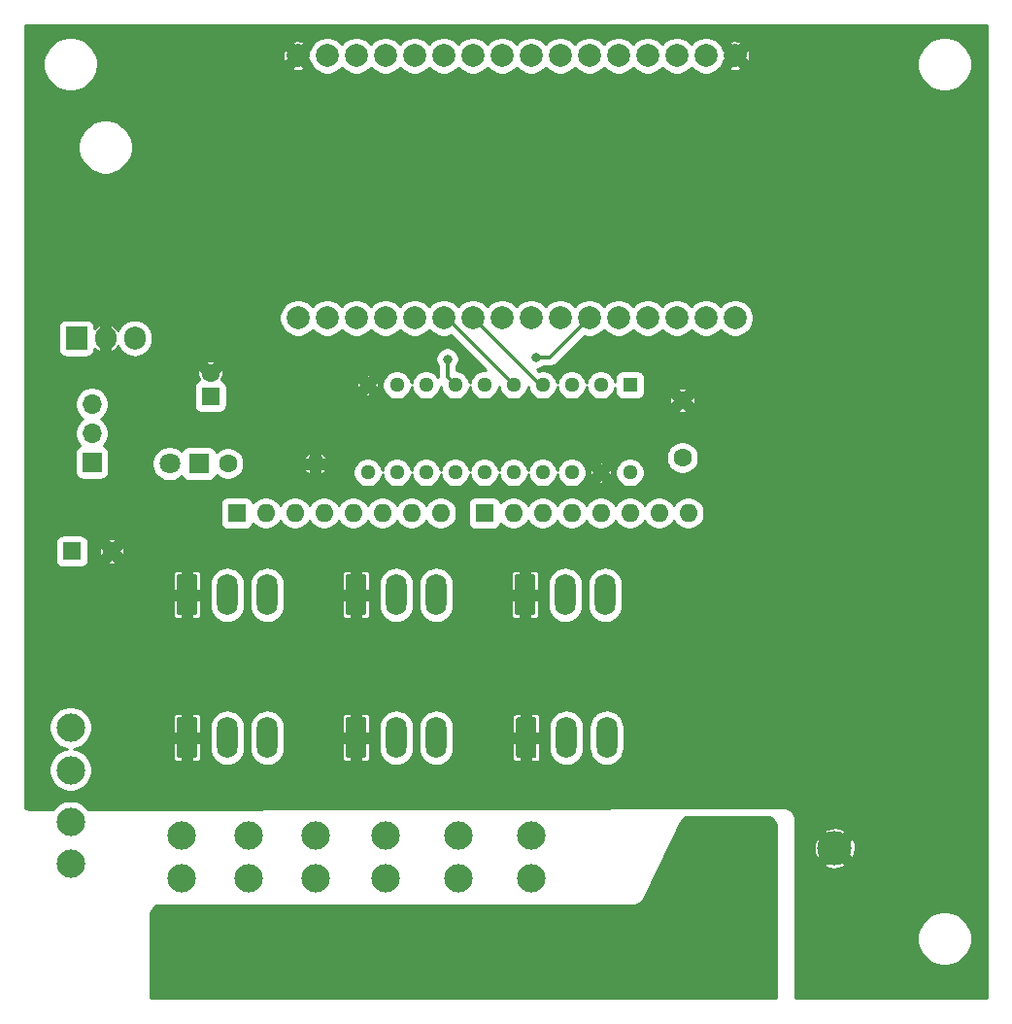
<source format=gbr>
G04 #@! TF.GenerationSoftware,KiCad,Pcbnew,(5.1.10)-1*
G04 #@! TF.CreationDate,2021-09-07T00:33:24-04:00*
G04 #@! TF.ProjectId,LoLin_Pro_Controller,4c6f4c69-6e5f-4507-926f-5f436f6e7472,rev?*
G04 #@! TF.SameCoordinates,Original*
G04 #@! TF.FileFunction,Copper,L2,Bot*
G04 #@! TF.FilePolarity,Positive*
%FSLAX46Y46*%
G04 Gerber Fmt 4.6, Leading zero omitted, Abs format (unit mm)*
G04 Created by KiCad (PCBNEW (5.1.10)-1) date 2021-09-07 00:33:24*
%MOMM*%
%LPD*%
G01*
G04 APERTURE LIST*
G04 #@! TA.AperFunction,ComponentPad*
%ADD10R,3.000000X3.000000*%
G04 #@! TD*
G04 #@! TA.AperFunction,ComponentPad*
%ADD11C,3.000000*%
G04 #@! TD*
G04 #@! TA.AperFunction,ComponentPad*
%ADD12C,2.000000*%
G04 #@! TD*
G04 #@! TA.AperFunction,ComponentPad*
%ADD13O,1.700000X1.700000*%
G04 #@! TD*
G04 #@! TA.AperFunction,ComponentPad*
%ADD14R,1.700000X1.700000*%
G04 #@! TD*
G04 #@! TA.AperFunction,ComponentPad*
%ADD15O,1.905000X2.000000*%
G04 #@! TD*
G04 #@! TA.AperFunction,ComponentPad*
%ADD16R,1.905000X2.000000*%
G04 #@! TD*
G04 #@! TA.AperFunction,ComponentPad*
%ADD17O,1.800000X3.600000*%
G04 #@! TD*
G04 #@! TA.AperFunction,ComponentPad*
%ADD18O,1.600000X1.600000*%
G04 #@! TD*
G04 #@! TA.AperFunction,ComponentPad*
%ADD19C,1.600000*%
G04 #@! TD*
G04 #@! TA.AperFunction,ComponentPad*
%ADD20C,1.800000*%
G04 #@! TD*
G04 #@! TA.AperFunction,ComponentPad*
%ADD21R,1.800000X1.800000*%
G04 #@! TD*
G04 #@! TA.AperFunction,ComponentPad*
%ADD22R,1.600000X1.600000*%
G04 #@! TD*
G04 #@! TA.AperFunction,ComponentPad*
%ADD23C,2.475000*%
G04 #@! TD*
G04 #@! TA.AperFunction,ComponentPad*
%ADD24C,1.295400*%
G04 #@! TD*
G04 #@! TA.AperFunction,ComponentPad*
%ADD25R,1.295400X1.295400*%
G04 #@! TD*
G04 #@! TA.AperFunction,ViaPad*
%ADD26C,0.800000*%
G04 #@! TD*
G04 #@! TA.AperFunction,Conductor*
%ADD27C,0.250000*%
G04 #@! TD*
G04 #@! TA.AperFunction,Conductor*
%ADD28C,0.350000*%
G04 #@! TD*
G04 #@! TA.AperFunction,Conductor*
%ADD29C,0.254000*%
G04 #@! TD*
G04 #@! TA.AperFunction,Conductor*
%ADD30C,0.100000*%
G04 #@! TD*
G04 APERTURE END LIST*
D10*
X178252040Y-119613800D03*
D11*
X186501960Y-119613800D03*
D12*
X139720000Y-50550000D03*
X142260000Y-50550000D03*
X144800000Y-50550000D03*
X147340000Y-50550000D03*
X149880000Y-50550000D03*
X152420000Y-50550000D03*
X154960000Y-50550000D03*
X157500000Y-50550000D03*
X160040000Y-50550000D03*
X162580000Y-50550000D03*
X165120000Y-50550000D03*
X167660000Y-50550000D03*
X170200000Y-50550000D03*
X172740000Y-50550000D03*
X175280000Y-50550000D03*
X177820000Y-50550000D03*
X139720000Y-73410000D03*
X142260000Y-73410000D03*
X144800000Y-73410000D03*
X147340000Y-73410000D03*
X149880000Y-73410000D03*
X152420000Y-73410000D03*
X154960000Y-73410000D03*
X157500000Y-73410000D03*
X160040000Y-73410000D03*
X162580000Y-73410000D03*
X165120000Y-73410000D03*
X167660000Y-73410000D03*
X170200000Y-73410000D03*
X172740000Y-73410000D03*
X175280000Y-73410000D03*
X177820000Y-73410000D03*
D13*
X121750000Y-80920000D03*
X121750000Y-83460000D03*
D14*
X121750000Y-86000000D03*
D15*
X125476000Y-75184000D03*
X122936000Y-75184000D03*
D16*
X120396000Y-75184000D03*
D17*
X166512000Y-97536000D03*
X163012000Y-97536000D03*
G04 #@! TA.AperFunction,ComponentPad*
G36*
G01*
X158612000Y-99086000D02*
X158612000Y-95986000D01*
G75*
G02*
X158862000Y-95736000I250000J0D01*
G01*
X160162000Y-95736000D01*
G75*
G02*
X160412000Y-95986000I0J-250000D01*
G01*
X160412000Y-99086000D01*
G75*
G02*
X160162000Y-99336000I-250000J0D01*
G01*
X158862000Y-99336000D01*
G75*
G02*
X158612000Y-99086000I0J250000D01*
G01*
G37*
G04 #@! TD.AperFunction*
X166624000Y-109982000D03*
X163124000Y-109982000D03*
G04 #@! TA.AperFunction,ComponentPad*
G36*
G01*
X158724000Y-111532000D02*
X158724000Y-108432000D01*
G75*
G02*
X158974000Y-108182000I250000J0D01*
G01*
X160274000Y-108182000D01*
G75*
G02*
X160524000Y-108432000I0J-250000D01*
G01*
X160524000Y-111532000D01*
G75*
G02*
X160274000Y-111782000I-250000J0D01*
G01*
X158974000Y-111782000D01*
G75*
G02*
X158724000Y-111532000I0J250000D01*
G01*
G37*
G04 #@! TD.AperFunction*
D18*
X141224000Y-86106000D03*
D19*
X133604000Y-86106000D03*
D20*
X128524000Y-86106000D03*
D21*
X131064000Y-86106000D03*
D18*
X173736000Y-90424000D03*
X171196000Y-90424000D03*
X168656000Y-90424000D03*
X166116000Y-90424000D03*
X163576000Y-90424000D03*
X161036000Y-90424000D03*
X158496000Y-90424000D03*
D22*
X155956000Y-90424000D03*
D18*
X152146000Y-90424000D03*
X149606000Y-90424000D03*
X147066000Y-90424000D03*
X144526000Y-90424000D03*
X141986000Y-90424000D03*
X139446000Y-90424000D03*
X136906000Y-90424000D03*
D22*
X134366000Y-90424000D03*
D19*
X173228000Y-80598000D03*
X173228000Y-85598000D03*
X123500000Y-93750000D03*
D22*
X120000000Y-93750000D03*
D23*
X119888000Y-109112000D03*
X119888000Y-121012000D03*
X119888000Y-112812000D03*
X119888000Y-117312000D03*
D24*
X168656000Y-86868000D03*
X166116000Y-86868000D03*
X163576000Y-86868000D03*
X161036000Y-86868000D03*
X158496000Y-86868000D03*
X155956000Y-86868000D03*
X153416000Y-86868000D03*
X150876000Y-86868000D03*
X148336000Y-86868000D03*
X145796000Y-86868000D03*
X145796000Y-79248000D03*
X148336000Y-79248000D03*
X150876000Y-79248000D03*
X153416000Y-79248000D03*
X155956000Y-79248000D03*
X158496000Y-79248000D03*
X161036000Y-79248000D03*
X163576000Y-79248000D03*
X166116000Y-79248000D03*
D25*
X168656000Y-79248000D03*
D17*
X137048000Y-109982000D03*
X133548000Y-109982000D03*
G04 #@! TA.AperFunction,ComponentPad*
G36*
G01*
X129148000Y-111532000D02*
X129148000Y-108432000D01*
G75*
G02*
X129398000Y-108182000I250000J0D01*
G01*
X130698000Y-108182000D01*
G75*
G02*
X130948000Y-108432000I0J-250000D01*
G01*
X130948000Y-111532000D01*
G75*
G02*
X130698000Y-111782000I-250000J0D01*
G01*
X129398000Y-111782000D01*
G75*
G02*
X129148000Y-111532000I0J250000D01*
G01*
G37*
G04 #@! TD.AperFunction*
D23*
X129540000Y-118510000D03*
X129540000Y-130410000D03*
X129540000Y-122210000D03*
X129540000Y-126710000D03*
X160020000Y-118510000D03*
X160020000Y-130410000D03*
X160020000Y-122210000D03*
X160020000Y-126710000D03*
X153670000Y-118510000D03*
X153670000Y-130410000D03*
X153670000Y-122210000D03*
X153670000Y-126710000D03*
X147320000Y-118510000D03*
X147320000Y-130410000D03*
X147320000Y-122210000D03*
X147320000Y-126710000D03*
X141224000Y-118510000D03*
X141224000Y-130410000D03*
X141224000Y-122210000D03*
X141224000Y-126710000D03*
X135382000Y-118510000D03*
X135382000Y-130410000D03*
X135382000Y-122210000D03*
X135382000Y-126710000D03*
D17*
X151780000Y-109982000D03*
X148280000Y-109982000D03*
G04 #@! TA.AperFunction,ComponentPad*
G36*
G01*
X143880000Y-111532000D02*
X143880000Y-108432000D01*
G75*
G02*
X144130000Y-108182000I250000J0D01*
G01*
X145430000Y-108182000D01*
G75*
G02*
X145680000Y-108432000I0J-250000D01*
G01*
X145680000Y-111532000D01*
G75*
G02*
X145430000Y-111782000I-250000J0D01*
G01*
X144130000Y-111782000D01*
G75*
G02*
X143880000Y-111532000I0J250000D01*
G01*
G37*
G04 #@! TD.AperFunction*
X151780000Y-97536000D03*
X148280000Y-97536000D03*
G04 #@! TA.AperFunction,ComponentPad*
G36*
G01*
X143880000Y-99086000D02*
X143880000Y-95986000D01*
G75*
G02*
X144130000Y-95736000I250000J0D01*
G01*
X145430000Y-95736000D01*
G75*
G02*
X145680000Y-95986000I0J-250000D01*
G01*
X145680000Y-99086000D01*
G75*
G02*
X145430000Y-99336000I-250000J0D01*
G01*
X144130000Y-99336000D01*
G75*
G02*
X143880000Y-99086000I0J250000D01*
G01*
G37*
G04 #@! TD.AperFunction*
X137048000Y-97536000D03*
X133548000Y-97536000D03*
G04 #@! TA.AperFunction,ComponentPad*
G36*
G01*
X129148000Y-99086000D02*
X129148000Y-95986000D01*
G75*
G02*
X129398000Y-95736000I250000J0D01*
G01*
X130698000Y-95736000D01*
G75*
G02*
X130948000Y-95986000I0J-250000D01*
G01*
X130948000Y-99086000D01*
G75*
G02*
X130698000Y-99336000I-250000J0D01*
G01*
X129398000Y-99336000D01*
G75*
G02*
X129148000Y-99086000I0J250000D01*
G01*
G37*
G04 #@! TD.AperFunction*
D19*
X132080000Y-78232000D03*
D22*
X132080000Y-80232000D03*
D26*
X160500000Y-76825021D03*
X152750000Y-77000000D03*
D27*
X163068000Y-109982000D02*
X163068000Y-109082000D01*
D28*
X152658000Y-73410000D02*
X152420000Y-73410000D01*
X158496000Y-79248000D02*
X152658000Y-73410000D01*
X160798000Y-79248000D02*
X161036000Y-79248000D01*
X154960000Y-73410000D02*
X160798000Y-79248000D01*
X165120000Y-73410000D02*
X161704979Y-76825021D01*
X161704979Y-76825021D02*
X160500000Y-76825021D01*
X152750000Y-78582000D02*
X153416000Y-79248000D01*
X152750000Y-77000000D02*
X152750000Y-78582000D01*
D29*
X180670189Y-116894376D02*
X180833850Y-116944022D01*
X180984672Y-117024638D01*
X181116870Y-117133130D01*
X181225362Y-117265328D01*
X181305978Y-117416150D01*
X181355624Y-117579811D01*
X181373000Y-117756234D01*
X181373000Y-132493766D01*
X181355624Y-132670189D01*
X181349614Y-132690000D01*
X126899916Y-132690000D01*
X126894000Y-132670524D01*
X126876555Y-132494152D01*
X126873446Y-125467568D01*
X126890775Y-125290973D01*
X126940432Y-125127171D01*
X127021119Y-124976210D01*
X127129727Y-124843914D01*
X127262075Y-124735373D01*
X127413073Y-124654761D01*
X127576900Y-124605186D01*
X127753505Y-124587943D01*
X168872186Y-124626413D01*
X168884034Y-124625870D01*
X169069810Y-124608639D01*
X169093097Y-124604259D01*
X169272439Y-124552818D01*
X169294506Y-124544189D01*
X169461170Y-124460329D01*
X169481251Y-124447751D01*
X169629438Y-124334391D01*
X169646832Y-124318301D01*
X169771381Y-124179387D01*
X169785484Y-124160347D01*
X169882061Y-124000714D01*
X169887720Y-123990290D01*
X173088617Y-117375101D01*
X173175883Y-117230833D01*
X173284424Y-117109718D01*
X173413564Y-117010848D01*
X173558807Y-116937667D01*
X173715113Y-116892715D01*
X173882975Y-116877000D01*
X180493766Y-116877000D01*
X180670189Y-116894376D01*
G04 #@! TA.AperFunction,Conductor*
D30*
G36*
X180670189Y-116894376D02*
G01*
X180833850Y-116944022D01*
X180984672Y-117024638D01*
X181116870Y-117133130D01*
X181225362Y-117265328D01*
X181305978Y-117416150D01*
X181355624Y-117579811D01*
X181373000Y-117756234D01*
X181373000Y-132493766D01*
X181355624Y-132670189D01*
X181349614Y-132690000D01*
X126899916Y-132690000D01*
X126894000Y-132670524D01*
X126876555Y-132494152D01*
X126873446Y-125467568D01*
X126890775Y-125290973D01*
X126940432Y-125127171D01*
X127021119Y-124976210D01*
X127129727Y-124843914D01*
X127262075Y-124735373D01*
X127413073Y-124654761D01*
X127576900Y-124605186D01*
X127753505Y-124587943D01*
X168872186Y-124626413D01*
X168884034Y-124625870D01*
X169069810Y-124608639D01*
X169093097Y-124604259D01*
X169272439Y-124552818D01*
X169294506Y-124544189D01*
X169461170Y-124460329D01*
X169481251Y-124447751D01*
X169629438Y-124334391D01*
X169646832Y-124318301D01*
X169771381Y-124179387D01*
X169785484Y-124160347D01*
X169882061Y-124000714D01*
X169887720Y-123990290D01*
X173088617Y-117375101D01*
X173175883Y-117230833D01*
X173284424Y-117109718D01*
X173413564Y-117010848D01*
X173558807Y-116937667D01*
X173715113Y-116892715D01*
X173882975Y-116877000D01*
X180493766Y-116877000D01*
X180670189Y-116894376D01*
G37*
G04 #@! TD.AperFunction*
D29*
X199746001Y-132690000D02*
X183101572Y-132690000D01*
X183094941Y-132667946D01*
X183078028Y-132491125D01*
X183093684Y-127273098D01*
X193703000Y-127273098D01*
X193703000Y-127742902D01*
X193794654Y-128203679D01*
X193974440Y-128637721D01*
X194235450Y-129028349D01*
X194567651Y-129360550D01*
X194958279Y-129621560D01*
X195392321Y-129801346D01*
X195853098Y-129893000D01*
X196322902Y-129893000D01*
X196783679Y-129801346D01*
X197217721Y-129621560D01*
X197608349Y-129360550D01*
X197940550Y-129028349D01*
X198201560Y-128637721D01*
X198381346Y-128203679D01*
X198473000Y-127742902D01*
X198473000Y-127273098D01*
X198381346Y-126812321D01*
X198201560Y-126378279D01*
X197940550Y-125987651D01*
X197608349Y-125655450D01*
X197217721Y-125394440D01*
X196783679Y-125214654D01*
X196322902Y-125123000D01*
X195853098Y-125123000D01*
X195392321Y-125214654D01*
X194958279Y-125394440D01*
X194567651Y-125655450D01*
X194235450Y-125987651D01*
X193974440Y-126378279D01*
X193794654Y-126812321D01*
X193703000Y-127273098D01*
X183093684Y-127273098D01*
X183112238Y-121089513D01*
X185553749Y-121089513D01*
X185747151Y-121287291D01*
X186088136Y-121402391D01*
X186445025Y-121448756D01*
X186804101Y-121424606D01*
X187151566Y-121330867D01*
X187256769Y-121287291D01*
X187450171Y-121089513D01*
X186501960Y-120141302D01*
X185553749Y-121089513D01*
X183112238Y-121089513D01*
X183116837Y-119556865D01*
X184667004Y-119556865D01*
X184691154Y-119915941D01*
X184784893Y-120263406D01*
X184828469Y-120368609D01*
X185026247Y-120562011D01*
X185974458Y-119613800D01*
X187029462Y-119613800D01*
X187977673Y-120562011D01*
X188175451Y-120368609D01*
X188290551Y-120027624D01*
X188336916Y-119670735D01*
X188312766Y-119311659D01*
X188219027Y-118964194D01*
X188175451Y-118858991D01*
X187977673Y-118665589D01*
X187029462Y-119613800D01*
X185974458Y-119613800D01*
X185026247Y-118665589D01*
X184828469Y-118858991D01*
X184713369Y-119199976D01*
X184667004Y-119556865D01*
X183116837Y-119556865D01*
X183121094Y-118138087D01*
X185553749Y-118138087D01*
X186501960Y-119086298D01*
X187450171Y-118138087D01*
X187256769Y-117940309D01*
X186915784Y-117825209D01*
X186558895Y-117778844D01*
X186199819Y-117802994D01*
X185852354Y-117896733D01*
X185747151Y-117940309D01*
X185553749Y-118138087D01*
X183121094Y-118138087D01*
X183123982Y-117175783D01*
X183123404Y-117163291D01*
X183104645Y-116967482D01*
X183099828Y-116942969D01*
X183043102Y-116754621D01*
X183033581Y-116731525D01*
X182941084Y-116557925D01*
X182927225Y-116537140D01*
X182802534Y-116385005D01*
X182784875Y-116367335D01*
X182632816Y-116242552D01*
X182612039Y-116228681D01*
X182438495Y-116136077D01*
X182415406Y-116126541D01*
X182227093Y-116069700D01*
X182202582Y-116064868D01*
X182006785Y-116045990D01*
X181994293Y-116045404D01*
X121390551Y-116190316D01*
X121342466Y-116118351D01*
X121081649Y-115857534D01*
X120774961Y-115652612D01*
X120434188Y-115511459D01*
X120072425Y-115439500D01*
X119703575Y-115439500D01*
X119341812Y-115511459D01*
X119001039Y-115652612D01*
X118694351Y-115857534D01*
X118433534Y-116118351D01*
X118380640Y-116197513D01*
X116258332Y-116202588D01*
X116081598Y-116185581D01*
X115976000Y-116153772D01*
X115976000Y-108927575D01*
X118015500Y-108927575D01*
X118015500Y-109296425D01*
X118087459Y-109658188D01*
X118228612Y-109998961D01*
X118433534Y-110305649D01*
X118694351Y-110566466D01*
X119001039Y-110771388D01*
X119341812Y-110912541D01*
X119590460Y-110962000D01*
X119341812Y-111011459D01*
X119001039Y-111152612D01*
X118694351Y-111357534D01*
X118433534Y-111618351D01*
X118228612Y-111925039D01*
X118087459Y-112265812D01*
X118015500Y-112627575D01*
X118015500Y-112996425D01*
X118087459Y-113358188D01*
X118228612Y-113698961D01*
X118433534Y-114005649D01*
X118694351Y-114266466D01*
X119001039Y-114471388D01*
X119341812Y-114612541D01*
X119703575Y-114684500D01*
X120072425Y-114684500D01*
X120434188Y-114612541D01*
X120774961Y-114471388D01*
X121081649Y-114266466D01*
X121342466Y-114005649D01*
X121547388Y-113698961D01*
X121688541Y-113358188D01*
X121760500Y-112996425D01*
X121760500Y-112627575D01*
X121688541Y-112265812D01*
X121547388Y-111925039D01*
X121451813Y-111782000D01*
X128819418Y-111782000D01*
X128825732Y-111846103D01*
X128844430Y-111907743D01*
X128874794Y-111964550D01*
X128915657Y-112014343D01*
X128965450Y-112055206D01*
X129022257Y-112085570D01*
X129083897Y-112104268D01*
X129148000Y-112110582D01*
X129593250Y-112109000D01*
X129675000Y-112027250D01*
X129675000Y-110355000D01*
X130421000Y-110355000D01*
X130421000Y-112027250D01*
X130502750Y-112109000D01*
X130948000Y-112110582D01*
X131012103Y-112104268D01*
X131073743Y-112085570D01*
X131130550Y-112055206D01*
X131180343Y-112014343D01*
X131221206Y-111964550D01*
X131251570Y-111907743D01*
X131270268Y-111846103D01*
X131276582Y-111782000D01*
X131275000Y-110436750D01*
X131193250Y-110355000D01*
X130421000Y-110355000D01*
X129675000Y-110355000D01*
X128902750Y-110355000D01*
X128821000Y-110436750D01*
X128819418Y-111782000D01*
X121451813Y-111782000D01*
X121342466Y-111618351D01*
X121081649Y-111357534D01*
X120774961Y-111152612D01*
X120434188Y-111011459D01*
X120185540Y-110962000D01*
X120434188Y-110912541D01*
X120774961Y-110771388D01*
X121081649Y-110566466D01*
X121342466Y-110305649D01*
X121547388Y-109998961D01*
X121688541Y-109658188D01*
X121760500Y-109296425D01*
X121760500Y-108927575D01*
X121688541Y-108565812D01*
X121547388Y-108225039D01*
X121518631Y-108182000D01*
X128819418Y-108182000D01*
X128821000Y-109527250D01*
X128902750Y-109609000D01*
X129675000Y-109609000D01*
X129675000Y-107936750D01*
X130421000Y-107936750D01*
X130421000Y-109609000D01*
X131193250Y-109609000D01*
X131275000Y-109527250D01*
X131275612Y-109006593D01*
X132013000Y-109006593D01*
X132013000Y-110957408D01*
X132035211Y-111182913D01*
X132122984Y-111472261D01*
X132265520Y-111738927D01*
X132457340Y-111972661D01*
X132691074Y-112164481D01*
X132957740Y-112307017D01*
X133247088Y-112394790D01*
X133548000Y-112424427D01*
X133848913Y-112394790D01*
X134138261Y-112307017D01*
X134404927Y-112164481D01*
X134638661Y-111972661D01*
X134830481Y-111738927D01*
X134973017Y-111472261D01*
X135060790Y-111182913D01*
X135083000Y-110957408D01*
X135083000Y-109006593D01*
X135513000Y-109006593D01*
X135513000Y-110957408D01*
X135535211Y-111182913D01*
X135622984Y-111472261D01*
X135765520Y-111738927D01*
X135957340Y-111972661D01*
X136191074Y-112164481D01*
X136457740Y-112307017D01*
X136747088Y-112394790D01*
X137048000Y-112424427D01*
X137348913Y-112394790D01*
X137638261Y-112307017D01*
X137904927Y-112164481D01*
X138138661Y-111972661D01*
X138295132Y-111782000D01*
X143551418Y-111782000D01*
X143557732Y-111846103D01*
X143576430Y-111907743D01*
X143606794Y-111964550D01*
X143647657Y-112014343D01*
X143697450Y-112055206D01*
X143754257Y-112085570D01*
X143815897Y-112104268D01*
X143880000Y-112110582D01*
X144325250Y-112109000D01*
X144407000Y-112027250D01*
X144407000Y-110355000D01*
X145153000Y-110355000D01*
X145153000Y-112027250D01*
X145234750Y-112109000D01*
X145680000Y-112110582D01*
X145744103Y-112104268D01*
X145805743Y-112085570D01*
X145862550Y-112055206D01*
X145912343Y-112014343D01*
X145953206Y-111964550D01*
X145983570Y-111907743D01*
X146002268Y-111846103D01*
X146008582Y-111782000D01*
X146007000Y-110436750D01*
X145925250Y-110355000D01*
X145153000Y-110355000D01*
X144407000Y-110355000D01*
X143634750Y-110355000D01*
X143553000Y-110436750D01*
X143551418Y-111782000D01*
X138295132Y-111782000D01*
X138330481Y-111738927D01*
X138473017Y-111472261D01*
X138560790Y-111182913D01*
X138583000Y-110957408D01*
X138583000Y-109006592D01*
X138560790Y-108781087D01*
X138473017Y-108491739D01*
X138330481Y-108225073D01*
X138295133Y-108182000D01*
X143551418Y-108182000D01*
X143553000Y-109527250D01*
X143634750Y-109609000D01*
X144407000Y-109609000D01*
X144407000Y-107936750D01*
X145153000Y-107936750D01*
X145153000Y-109609000D01*
X145925250Y-109609000D01*
X146007000Y-109527250D01*
X146007612Y-109006593D01*
X146745000Y-109006593D01*
X146745000Y-110957408D01*
X146767211Y-111182913D01*
X146854984Y-111472261D01*
X146997520Y-111738927D01*
X147189340Y-111972661D01*
X147423074Y-112164481D01*
X147689740Y-112307017D01*
X147979088Y-112394790D01*
X148280000Y-112424427D01*
X148580913Y-112394790D01*
X148870261Y-112307017D01*
X149136927Y-112164481D01*
X149370661Y-111972661D01*
X149562481Y-111738927D01*
X149705017Y-111472261D01*
X149792790Y-111182913D01*
X149815000Y-110957408D01*
X149815000Y-109006593D01*
X150245000Y-109006593D01*
X150245000Y-110957408D01*
X150267211Y-111182913D01*
X150354984Y-111472261D01*
X150497520Y-111738927D01*
X150689340Y-111972661D01*
X150923074Y-112164481D01*
X151189740Y-112307017D01*
X151479088Y-112394790D01*
X151780000Y-112424427D01*
X152080913Y-112394790D01*
X152370261Y-112307017D01*
X152636927Y-112164481D01*
X152870661Y-111972661D01*
X153027132Y-111782000D01*
X158395418Y-111782000D01*
X158401732Y-111846103D01*
X158420430Y-111907743D01*
X158450794Y-111964550D01*
X158491657Y-112014343D01*
X158541450Y-112055206D01*
X158598257Y-112085570D01*
X158659897Y-112104268D01*
X158724000Y-112110582D01*
X159169250Y-112109000D01*
X159251000Y-112027250D01*
X159251000Y-110355000D01*
X159997000Y-110355000D01*
X159997000Y-112027250D01*
X160078750Y-112109000D01*
X160524000Y-112110582D01*
X160588103Y-112104268D01*
X160649743Y-112085570D01*
X160706550Y-112055206D01*
X160756343Y-112014343D01*
X160797206Y-111964550D01*
X160827570Y-111907743D01*
X160846268Y-111846103D01*
X160852582Y-111782000D01*
X160851000Y-110436750D01*
X160769250Y-110355000D01*
X159997000Y-110355000D01*
X159251000Y-110355000D01*
X158478750Y-110355000D01*
X158397000Y-110436750D01*
X158395418Y-111782000D01*
X153027132Y-111782000D01*
X153062481Y-111738927D01*
X153205017Y-111472261D01*
X153292790Y-111182913D01*
X153315000Y-110957408D01*
X153315000Y-109006592D01*
X153292790Y-108781087D01*
X153205017Y-108491739D01*
X153062481Y-108225073D01*
X153027133Y-108182000D01*
X158395418Y-108182000D01*
X158397000Y-109527250D01*
X158478750Y-109609000D01*
X159251000Y-109609000D01*
X159251000Y-107936750D01*
X159997000Y-107936750D01*
X159997000Y-109609000D01*
X160769250Y-109609000D01*
X160851000Y-109527250D01*
X160851612Y-109006593D01*
X161589000Y-109006593D01*
X161589000Y-110957408D01*
X161611211Y-111182913D01*
X161698984Y-111472261D01*
X161841520Y-111738927D01*
X162033340Y-111972661D01*
X162267074Y-112164481D01*
X162533740Y-112307017D01*
X162823088Y-112394790D01*
X163124000Y-112424427D01*
X163424913Y-112394790D01*
X163714261Y-112307017D01*
X163980927Y-112164481D01*
X164214661Y-111972661D01*
X164406481Y-111738927D01*
X164549017Y-111472261D01*
X164636790Y-111182913D01*
X164659000Y-110957408D01*
X164659000Y-109006593D01*
X165089000Y-109006593D01*
X165089000Y-110957408D01*
X165111211Y-111182913D01*
X165198984Y-111472261D01*
X165341520Y-111738927D01*
X165533340Y-111972661D01*
X165767074Y-112164481D01*
X166033740Y-112307017D01*
X166323088Y-112394790D01*
X166624000Y-112424427D01*
X166924913Y-112394790D01*
X167214261Y-112307017D01*
X167480927Y-112164481D01*
X167714661Y-111972661D01*
X167906481Y-111738927D01*
X168049017Y-111472261D01*
X168136790Y-111182913D01*
X168159000Y-110957408D01*
X168159000Y-109006592D01*
X168136790Y-108781087D01*
X168049017Y-108491739D01*
X167906481Y-108225073D01*
X167714661Y-107991339D01*
X167480926Y-107799519D01*
X167214260Y-107656983D01*
X166924912Y-107569210D01*
X166624000Y-107539573D01*
X166323087Y-107569210D01*
X166033739Y-107656983D01*
X165767073Y-107799519D01*
X165533339Y-107991339D01*
X165341519Y-108225074D01*
X165198983Y-108491740D01*
X165111210Y-108781088D01*
X165089000Y-109006593D01*
X164659000Y-109006593D01*
X164659000Y-109006592D01*
X164636790Y-108781087D01*
X164549017Y-108491739D01*
X164406481Y-108225073D01*
X164214661Y-107991339D01*
X163980926Y-107799519D01*
X163714260Y-107656983D01*
X163424912Y-107569210D01*
X163124000Y-107539573D01*
X162823087Y-107569210D01*
X162533739Y-107656983D01*
X162267073Y-107799519D01*
X162033339Y-107991339D01*
X161841519Y-108225074D01*
X161698983Y-108491740D01*
X161611210Y-108781088D01*
X161589000Y-109006593D01*
X160851612Y-109006593D01*
X160852582Y-108182000D01*
X160846268Y-108117897D01*
X160827570Y-108056257D01*
X160797206Y-107999450D01*
X160756343Y-107949657D01*
X160706550Y-107908794D01*
X160649743Y-107878430D01*
X160588103Y-107859732D01*
X160524000Y-107853418D01*
X160078750Y-107855000D01*
X159997000Y-107936750D01*
X159251000Y-107936750D01*
X159169250Y-107855000D01*
X158724000Y-107853418D01*
X158659897Y-107859732D01*
X158598257Y-107878430D01*
X158541450Y-107908794D01*
X158491657Y-107949657D01*
X158450794Y-107999450D01*
X158420430Y-108056257D01*
X158401732Y-108117897D01*
X158395418Y-108182000D01*
X153027133Y-108182000D01*
X152870661Y-107991339D01*
X152636926Y-107799519D01*
X152370260Y-107656983D01*
X152080912Y-107569210D01*
X151780000Y-107539573D01*
X151479087Y-107569210D01*
X151189739Y-107656983D01*
X150923073Y-107799519D01*
X150689339Y-107991339D01*
X150497519Y-108225074D01*
X150354983Y-108491740D01*
X150267210Y-108781088D01*
X150245000Y-109006593D01*
X149815000Y-109006593D01*
X149815000Y-109006592D01*
X149792790Y-108781087D01*
X149705017Y-108491739D01*
X149562481Y-108225073D01*
X149370661Y-107991339D01*
X149136926Y-107799519D01*
X148870260Y-107656983D01*
X148580912Y-107569210D01*
X148280000Y-107539573D01*
X147979087Y-107569210D01*
X147689739Y-107656983D01*
X147423073Y-107799519D01*
X147189339Y-107991339D01*
X146997519Y-108225074D01*
X146854983Y-108491740D01*
X146767210Y-108781088D01*
X146745000Y-109006593D01*
X146007612Y-109006593D01*
X146008582Y-108182000D01*
X146002268Y-108117897D01*
X145983570Y-108056257D01*
X145953206Y-107999450D01*
X145912343Y-107949657D01*
X145862550Y-107908794D01*
X145805743Y-107878430D01*
X145744103Y-107859732D01*
X145680000Y-107853418D01*
X145234750Y-107855000D01*
X145153000Y-107936750D01*
X144407000Y-107936750D01*
X144325250Y-107855000D01*
X143880000Y-107853418D01*
X143815897Y-107859732D01*
X143754257Y-107878430D01*
X143697450Y-107908794D01*
X143647657Y-107949657D01*
X143606794Y-107999450D01*
X143576430Y-108056257D01*
X143557732Y-108117897D01*
X143551418Y-108182000D01*
X138295133Y-108182000D01*
X138138661Y-107991339D01*
X137904926Y-107799519D01*
X137638260Y-107656983D01*
X137348912Y-107569210D01*
X137048000Y-107539573D01*
X136747087Y-107569210D01*
X136457739Y-107656983D01*
X136191073Y-107799519D01*
X135957339Y-107991339D01*
X135765519Y-108225074D01*
X135622983Y-108491740D01*
X135535210Y-108781088D01*
X135513000Y-109006593D01*
X135083000Y-109006593D01*
X135083000Y-109006592D01*
X135060790Y-108781087D01*
X134973017Y-108491739D01*
X134830481Y-108225073D01*
X134638661Y-107991339D01*
X134404926Y-107799519D01*
X134138260Y-107656983D01*
X133848912Y-107569210D01*
X133548000Y-107539573D01*
X133247087Y-107569210D01*
X132957739Y-107656983D01*
X132691073Y-107799519D01*
X132457339Y-107991339D01*
X132265519Y-108225074D01*
X132122983Y-108491740D01*
X132035210Y-108781088D01*
X132013000Y-109006593D01*
X131275612Y-109006593D01*
X131276582Y-108182000D01*
X131270268Y-108117897D01*
X131251570Y-108056257D01*
X131221206Y-107999450D01*
X131180343Y-107949657D01*
X131130550Y-107908794D01*
X131073743Y-107878430D01*
X131012103Y-107859732D01*
X130948000Y-107853418D01*
X130502750Y-107855000D01*
X130421000Y-107936750D01*
X129675000Y-107936750D01*
X129593250Y-107855000D01*
X129148000Y-107853418D01*
X129083897Y-107859732D01*
X129022257Y-107878430D01*
X128965450Y-107908794D01*
X128915657Y-107949657D01*
X128874794Y-107999450D01*
X128844430Y-108056257D01*
X128825732Y-108117897D01*
X128819418Y-108182000D01*
X121518631Y-108182000D01*
X121342466Y-107918351D01*
X121081649Y-107657534D01*
X120774961Y-107452612D01*
X120434188Y-107311459D01*
X120072425Y-107239500D01*
X119703575Y-107239500D01*
X119341812Y-107311459D01*
X119001039Y-107452612D01*
X118694351Y-107657534D01*
X118433534Y-107918351D01*
X118228612Y-108225039D01*
X118087459Y-108565812D01*
X118015500Y-108927575D01*
X115976000Y-108927575D01*
X115976000Y-99336000D01*
X128819418Y-99336000D01*
X128825732Y-99400103D01*
X128844430Y-99461743D01*
X128874794Y-99518550D01*
X128915657Y-99568343D01*
X128965450Y-99609206D01*
X129022257Y-99639570D01*
X129083897Y-99658268D01*
X129148000Y-99664582D01*
X129593250Y-99663000D01*
X129675000Y-99581250D01*
X129675000Y-97909000D01*
X130421000Y-97909000D01*
X130421000Y-99581250D01*
X130502750Y-99663000D01*
X130948000Y-99664582D01*
X131012103Y-99658268D01*
X131073743Y-99639570D01*
X131130550Y-99609206D01*
X131180343Y-99568343D01*
X131221206Y-99518550D01*
X131251570Y-99461743D01*
X131270268Y-99400103D01*
X131276582Y-99336000D01*
X131275000Y-97990750D01*
X131193250Y-97909000D01*
X130421000Y-97909000D01*
X129675000Y-97909000D01*
X128902750Y-97909000D01*
X128821000Y-97990750D01*
X128819418Y-99336000D01*
X115976000Y-99336000D01*
X115976000Y-95736000D01*
X128819418Y-95736000D01*
X128821000Y-97081250D01*
X128902750Y-97163000D01*
X129675000Y-97163000D01*
X129675000Y-95490750D01*
X130421000Y-95490750D01*
X130421000Y-97163000D01*
X131193250Y-97163000D01*
X131275000Y-97081250D01*
X131275612Y-96560593D01*
X132013000Y-96560593D01*
X132013000Y-98511408D01*
X132035211Y-98736913D01*
X132122984Y-99026261D01*
X132265520Y-99292927D01*
X132457340Y-99526661D01*
X132691074Y-99718481D01*
X132957740Y-99861017D01*
X133247088Y-99948790D01*
X133548000Y-99978427D01*
X133848913Y-99948790D01*
X134138261Y-99861017D01*
X134404927Y-99718481D01*
X134638661Y-99526661D01*
X134830481Y-99292927D01*
X134973017Y-99026261D01*
X135060790Y-98736913D01*
X135083000Y-98511408D01*
X135083000Y-96560593D01*
X135513000Y-96560593D01*
X135513000Y-98511408D01*
X135535211Y-98736913D01*
X135622984Y-99026261D01*
X135765520Y-99292927D01*
X135957340Y-99526661D01*
X136191074Y-99718481D01*
X136457740Y-99861017D01*
X136747088Y-99948790D01*
X137048000Y-99978427D01*
X137348913Y-99948790D01*
X137638261Y-99861017D01*
X137904927Y-99718481D01*
X138138661Y-99526661D01*
X138295132Y-99336000D01*
X143551418Y-99336000D01*
X143557732Y-99400103D01*
X143576430Y-99461743D01*
X143606794Y-99518550D01*
X143647657Y-99568343D01*
X143697450Y-99609206D01*
X143754257Y-99639570D01*
X143815897Y-99658268D01*
X143880000Y-99664582D01*
X144325250Y-99663000D01*
X144407000Y-99581250D01*
X144407000Y-97909000D01*
X145153000Y-97909000D01*
X145153000Y-99581250D01*
X145234750Y-99663000D01*
X145680000Y-99664582D01*
X145744103Y-99658268D01*
X145805743Y-99639570D01*
X145862550Y-99609206D01*
X145912343Y-99568343D01*
X145953206Y-99518550D01*
X145983570Y-99461743D01*
X146002268Y-99400103D01*
X146008582Y-99336000D01*
X146007000Y-97990750D01*
X145925250Y-97909000D01*
X145153000Y-97909000D01*
X144407000Y-97909000D01*
X143634750Y-97909000D01*
X143553000Y-97990750D01*
X143551418Y-99336000D01*
X138295132Y-99336000D01*
X138330481Y-99292927D01*
X138473017Y-99026261D01*
X138560790Y-98736913D01*
X138583000Y-98511408D01*
X138583000Y-96560592D01*
X138560790Y-96335087D01*
X138473017Y-96045739D01*
X138330481Y-95779073D01*
X138295133Y-95736000D01*
X143551418Y-95736000D01*
X143553000Y-97081250D01*
X143634750Y-97163000D01*
X144407000Y-97163000D01*
X144407000Y-95490750D01*
X145153000Y-95490750D01*
X145153000Y-97163000D01*
X145925250Y-97163000D01*
X146007000Y-97081250D01*
X146007612Y-96560593D01*
X146745000Y-96560593D01*
X146745000Y-98511408D01*
X146767211Y-98736913D01*
X146854984Y-99026261D01*
X146997520Y-99292927D01*
X147189340Y-99526661D01*
X147423074Y-99718481D01*
X147689740Y-99861017D01*
X147979088Y-99948790D01*
X148280000Y-99978427D01*
X148580913Y-99948790D01*
X148870261Y-99861017D01*
X149136927Y-99718481D01*
X149370661Y-99526661D01*
X149562481Y-99292927D01*
X149705017Y-99026261D01*
X149792790Y-98736913D01*
X149815000Y-98511408D01*
X149815000Y-96560593D01*
X150245000Y-96560593D01*
X150245000Y-98511408D01*
X150267211Y-98736913D01*
X150354984Y-99026261D01*
X150497520Y-99292927D01*
X150689340Y-99526661D01*
X150923074Y-99718481D01*
X151189740Y-99861017D01*
X151479088Y-99948790D01*
X151780000Y-99978427D01*
X152080913Y-99948790D01*
X152370261Y-99861017D01*
X152636927Y-99718481D01*
X152870661Y-99526661D01*
X153027132Y-99336000D01*
X158283418Y-99336000D01*
X158289732Y-99400103D01*
X158308430Y-99461743D01*
X158338794Y-99518550D01*
X158379657Y-99568343D01*
X158429450Y-99609206D01*
X158486257Y-99639570D01*
X158547897Y-99658268D01*
X158612000Y-99664582D01*
X159057250Y-99663000D01*
X159139000Y-99581250D01*
X159139000Y-97909000D01*
X159885000Y-97909000D01*
X159885000Y-99581250D01*
X159966750Y-99663000D01*
X160412000Y-99664582D01*
X160476103Y-99658268D01*
X160537743Y-99639570D01*
X160594550Y-99609206D01*
X160644343Y-99568343D01*
X160685206Y-99518550D01*
X160715570Y-99461743D01*
X160734268Y-99400103D01*
X160740582Y-99336000D01*
X160739000Y-97990750D01*
X160657250Y-97909000D01*
X159885000Y-97909000D01*
X159139000Y-97909000D01*
X158366750Y-97909000D01*
X158285000Y-97990750D01*
X158283418Y-99336000D01*
X153027132Y-99336000D01*
X153062481Y-99292927D01*
X153205017Y-99026261D01*
X153292790Y-98736913D01*
X153315000Y-98511408D01*
X153315000Y-96560592D01*
X153292790Y-96335087D01*
X153205017Y-96045739D01*
X153062481Y-95779073D01*
X153027133Y-95736000D01*
X158283418Y-95736000D01*
X158285000Y-97081250D01*
X158366750Y-97163000D01*
X159139000Y-97163000D01*
X159139000Y-95490750D01*
X159885000Y-95490750D01*
X159885000Y-97163000D01*
X160657250Y-97163000D01*
X160739000Y-97081250D01*
X160739612Y-96560593D01*
X161477000Y-96560593D01*
X161477000Y-98511408D01*
X161499211Y-98736913D01*
X161586984Y-99026261D01*
X161729520Y-99292927D01*
X161921340Y-99526661D01*
X162155074Y-99718481D01*
X162421740Y-99861017D01*
X162711088Y-99948790D01*
X163012000Y-99978427D01*
X163312913Y-99948790D01*
X163602261Y-99861017D01*
X163868927Y-99718481D01*
X164102661Y-99526661D01*
X164294481Y-99292927D01*
X164437017Y-99026261D01*
X164524790Y-98736913D01*
X164547000Y-98511408D01*
X164547000Y-96560593D01*
X164977000Y-96560593D01*
X164977000Y-98511408D01*
X164999211Y-98736913D01*
X165086984Y-99026261D01*
X165229520Y-99292927D01*
X165421340Y-99526661D01*
X165655074Y-99718481D01*
X165921740Y-99861017D01*
X166211088Y-99948790D01*
X166512000Y-99978427D01*
X166812913Y-99948790D01*
X167102261Y-99861017D01*
X167368927Y-99718481D01*
X167602661Y-99526661D01*
X167794481Y-99292927D01*
X167937017Y-99026261D01*
X168024790Y-98736913D01*
X168047000Y-98511408D01*
X168047000Y-96560592D01*
X168024790Y-96335087D01*
X167937017Y-96045739D01*
X167794481Y-95779073D01*
X167602661Y-95545339D01*
X167368926Y-95353519D01*
X167102260Y-95210983D01*
X166812912Y-95123210D01*
X166512000Y-95093573D01*
X166211087Y-95123210D01*
X165921739Y-95210983D01*
X165655073Y-95353519D01*
X165421339Y-95545339D01*
X165229519Y-95779074D01*
X165086983Y-96045740D01*
X164999210Y-96335088D01*
X164977000Y-96560593D01*
X164547000Y-96560593D01*
X164547000Y-96560592D01*
X164524790Y-96335087D01*
X164437017Y-96045739D01*
X164294481Y-95779073D01*
X164102661Y-95545339D01*
X163868926Y-95353519D01*
X163602260Y-95210983D01*
X163312912Y-95123210D01*
X163012000Y-95093573D01*
X162711087Y-95123210D01*
X162421739Y-95210983D01*
X162155073Y-95353519D01*
X161921339Y-95545339D01*
X161729519Y-95779074D01*
X161586983Y-96045740D01*
X161499210Y-96335088D01*
X161477000Y-96560593D01*
X160739612Y-96560593D01*
X160740582Y-95736000D01*
X160734268Y-95671897D01*
X160715570Y-95610257D01*
X160685206Y-95553450D01*
X160644343Y-95503657D01*
X160594550Y-95462794D01*
X160537743Y-95432430D01*
X160476103Y-95413732D01*
X160412000Y-95407418D01*
X159966750Y-95409000D01*
X159885000Y-95490750D01*
X159139000Y-95490750D01*
X159057250Y-95409000D01*
X158612000Y-95407418D01*
X158547897Y-95413732D01*
X158486257Y-95432430D01*
X158429450Y-95462794D01*
X158379657Y-95503657D01*
X158338794Y-95553450D01*
X158308430Y-95610257D01*
X158289732Y-95671897D01*
X158283418Y-95736000D01*
X153027133Y-95736000D01*
X152870661Y-95545339D01*
X152636926Y-95353519D01*
X152370260Y-95210983D01*
X152080912Y-95123210D01*
X151780000Y-95093573D01*
X151479087Y-95123210D01*
X151189739Y-95210983D01*
X150923073Y-95353519D01*
X150689339Y-95545339D01*
X150497519Y-95779074D01*
X150354983Y-96045740D01*
X150267210Y-96335088D01*
X150245000Y-96560593D01*
X149815000Y-96560593D01*
X149815000Y-96560592D01*
X149792790Y-96335087D01*
X149705017Y-96045739D01*
X149562481Y-95779073D01*
X149370661Y-95545339D01*
X149136926Y-95353519D01*
X148870260Y-95210983D01*
X148580912Y-95123210D01*
X148280000Y-95093573D01*
X147979087Y-95123210D01*
X147689739Y-95210983D01*
X147423073Y-95353519D01*
X147189339Y-95545339D01*
X146997519Y-95779074D01*
X146854983Y-96045740D01*
X146767210Y-96335088D01*
X146745000Y-96560593D01*
X146007612Y-96560593D01*
X146008582Y-95736000D01*
X146002268Y-95671897D01*
X145983570Y-95610257D01*
X145953206Y-95553450D01*
X145912343Y-95503657D01*
X145862550Y-95462794D01*
X145805743Y-95432430D01*
X145744103Y-95413732D01*
X145680000Y-95407418D01*
X145234750Y-95409000D01*
X145153000Y-95490750D01*
X144407000Y-95490750D01*
X144325250Y-95409000D01*
X143880000Y-95407418D01*
X143815897Y-95413732D01*
X143754257Y-95432430D01*
X143697450Y-95462794D01*
X143647657Y-95503657D01*
X143606794Y-95553450D01*
X143576430Y-95610257D01*
X143557732Y-95671897D01*
X143551418Y-95736000D01*
X138295133Y-95736000D01*
X138138661Y-95545339D01*
X137904926Y-95353519D01*
X137638260Y-95210983D01*
X137348912Y-95123210D01*
X137048000Y-95093573D01*
X136747087Y-95123210D01*
X136457739Y-95210983D01*
X136191073Y-95353519D01*
X135957339Y-95545339D01*
X135765519Y-95779074D01*
X135622983Y-96045740D01*
X135535210Y-96335088D01*
X135513000Y-96560593D01*
X135083000Y-96560593D01*
X135083000Y-96560592D01*
X135060790Y-96335087D01*
X134973017Y-96045739D01*
X134830481Y-95779073D01*
X134638661Y-95545339D01*
X134404926Y-95353519D01*
X134138260Y-95210983D01*
X133848912Y-95123210D01*
X133548000Y-95093573D01*
X133247087Y-95123210D01*
X132957739Y-95210983D01*
X132691073Y-95353519D01*
X132457339Y-95545339D01*
X132265519Y-95779074D01*
X132122983Y-96045740D01*
X132035210Y-96335088D01*
X132013000Y-96560593D01*
X131275612Y-96560593D01*
X131276582Y-95736000D01*
X131270268Y-95671897D01*
X131251570Y-95610257D01*
X131221206Y-95553450D01*
X131180343Y-95503657D01*
X131130550Y-95462794D01*
X131073743Y-95432430D01*
X131012103Y-95413732D01*
X130948000Y-95407418D01*
X130502750Y-95409000D01*
X130421000Y-95490750D01*
X129675000Y-95490750D01*
X129593250Y-95409000D01*
X129148000Y-95407418D01*
X129083897Y-95413732D01*
X129022257Y-95432430D01*
X128965450Y-95462794D01*
X128915657Y-95503657D01*
X128874794Y-95553450D01*
X128844430Y-95610257D01*
X128825732Y-95671897D01*
X128819418Y-95736000D01*
X115976000Y-95736000D01*
X115976000Y-92950000D01*
X118561928Y-92950000D01*
X118561928Y-94550000D01*
X118574188Y-94674482D01*
X118610498Y-94794180D01*
X118669463Y-94904494D01*
X118748815Y-95001185D01*
X118845506Y-95080537D01*
X118955820Y-95139502D01*
X119075518Y-95175812D01*
X119200000Y-95188072D01*
X120800000Y-95188072D01*
X120924482Y-95175812D01*
X121044180Y-95139502D01*
X121154494Y-95080537D01*
X121251185Y-95001185D01*
X121330537Y-94904494D01*
X121389502Y-94794180D01*
X121415547Y-94708318D01*
X123069183Y-94708318D01*
X123173266Y-94834295D01*
X123391080Y-94877203D01*
X123613080Y-94876794D01*
X123826734Y-94834295D01*
X123930817Y-94708318D01*
X123500000Y-94277502D01*
X123069183Y-94708318D01*
X121415547Y-94708318D01*
X121425812Y-94674482D01*
X121438072Y-94550000D01*
X121438072Y-93641080D01*
X122372797Y-93641080D01*
X122373206Y-93863080D01*
X122415705Y-94076734D01*
X122541682Y-94180817D01*
X122972498Y-93750000D01*
X124027502Y-93750000D01*
X124458318Y-94180817D01*
X124584295Y-94076734D01*
X124627203Y-93858920D01*
X124626794Y-93636920D01*
X124584295Y-93423266D01*
X124458318Y-93319183D01*
X124027502Y-93750000D01*
X122972498Y-93750000D01*
X122541682Y-93319183D01*
X122415705Y-93423266D01*
X122372797Y-93641080D01*
X121438072Y-93641080D01*
X121438072Y-92950000D01*
X121425812Y-92825518D01*
X121415548Y-92791682D01*
X123069183Y-92791682D01*
X123500000Y-93222498D01*
X123930817Y-92791682D01*
X123826734Y-92665705D01*
X123608920Y-92622797D01*
X123386920Y-92623206D01*
X123173266Y-92665705D01*
X123069183Y-92791682D01*
X121415548Y-92791682D01*
X121389502Y-92705820D01*
X121330537Y-92595506D01*
X121251185Y-92498815D01*
X121154494Y-92419463D01*
X121044180Y-92360498D01*
X120924482Y-92324188D01*
X120800000Y-92311928D01*
X119200000Y-92311928D01*
X119075518Y-92324188D01*
X118955820Y-92360498D01*
X118845506Y-92419463D01*
X118748815Y-92498815D01*
X118669463Y-92595506D01*
X118610498Y-92705820D01*
X118574188Y-92825518D01*
X118561928Y-92950000D01*
X115976000Y-92950000D01*
X115976000Y-89624000D01*
X132927928Y-89624000D01*
X132927928Y-91224000D01*
X132940188Y-91348482D01*
X132976498Y-91468180D01*
X133035463Y-91578494D01*
X133114815Y-91675185D01*
X133211506Y-91754537D01*
X133321820Y-91813502D01*
X133441518Y-91849812D01*
X133566000Y-91862072D01*
X135166000Y-91862072D01*
X135290482Y-91849812D01*
X135410180Y-91813502D01*
X135520494Y-91754537D01*
X135617185Y-91675185D01*
X135696537Y-91578494D01*
X135755502Y-91468180D01*
X135791812Y-91348482D01*
X135792643Y-91340039D01*
X135991241Y-91538637D01*
X136226273Y-91695680D01*
X136487426Y-91803853D01*
X136764665Y-91859000D01*
X137047335Y-91859000D01*
X137324574Y-91803853D01*
X137585727Y-91695680D01*
X137820759Y-91538637D01*
X138020637Y-91338759D01*
X138176000Y-91106241D01*
X138331363Y-91338759D01*
X138531241Y-91538637D01*
X138766273Y-91695680D01*
X139027426Y-91803853D01*
X139304665Y-91859000D01*
X139587335Y-91859000D01*
X139864574Y-91803853D01*
X140125727Y-91695680D01*
X140360759Y-91538637D01*
X140560637Y-91338759D01*
X140716000Y-91106241D01*
X140871363Y-91338759D01*
X141071241Y-91538637D01*
X141306273Y-91695680D01*
X141567426Y-91803853D01*
X141844665Y-91859000D01*
X142127335Y-91859000D01*
X142404574Y-91803853D01*
X142665727Y-91695680D01*
X142900759Y-91538637D01*
X143100637Y-91338759D01*
X143256000Y-91106241D01*
X143411363Y-91338759D01*
X143611241Y-91538637D01*
X143846273Y-91695680D01*
X144107426Y-91803853D01*
X144384665Y-91859000D01*
X144667335Y-91859000D01*
X144944574Y-91803853D01*
X145205727Y-91695680D01*
X145440759Y-91538637D01*
X145640637Y-91338759D01*
X145796000Y-91106241D01*
X145951363Y-91338759D01*
X146151241Y-91538637D01*
X146386273Y-91695680D01*
X146647426Y-91803853D01*
X146924665Y-91859000D01*
X147207335Y-91859000D01*
X147484574Y-91803853D01*
X147745727Y-91695680D01*
X147980759Y-91538637D01*
X148180637Y-91338759D01*
X148336000Y-91106241D01*
X148491363Y-91338759D01*
X148691241Y-91538637D01*
X148926273Y-91695680D01*
X149187426Y-91803853D01*
X149464665Y-91859000D01*
X149747335Y-91859000D01*
X150024574Y-91803853D01*
X150285727Y-91695680D01*
X150520759Y-91538637D01*
X150720637Y-91338759D01*
X150876000Y-91106241D01*
X151031363Y-91338759D01*
X151231241Y-91538637D01*
X151466273Y-91695680D01*
X151727426Y-91803853D01*
X152004665Y-91859000D01*
X152287335Y-91859000D01*
X152564574Y-91803853D01*
X152825727Y-91695680D01*
X153060759Y-91538637D01*
X153260637Y-91338759D01*
X153417680Y-91103727D01*
X153525853Y-90842574D01*
X153581000Y-90565335D01*
X153581000Y-90282665D01*
X153525853Y-90005426D01*
X153417680Y-89744273D01*
X153337317Y-89624000D01*
X154517928Y-89624000D01*
X154517928Y-91224000D01*
X154530188Y-91348482D01*
X154566498Y-91468180D01*
X154625463Y-91578494D01*
X154704815Y-91675185D01*
X154801506Y-91754537D01*
X154911820Y-91813502D01*
X155031518Y-91849812D01*
X155156000Y-91862072D01*
X156756000Y-91862072D01*
X156880482Y-91849812D01*
X157000180Y-91813502D01*
X157110494Y-91754537D01*
X157207185Y-91675185D01*
X157286537Y-91578494D01*
X157345502Y-91468180D01*
X157381812Y-91348482D01*
X157382643Y-91340039D01*
X157581241Y-91538637D01*
X157816273Y-91695680D01*
X158077426Y-91803853D01*
X158354665Y-91859000D01*
X158637335Y-91859000D01*
X158914574Y-91803853D01*
X159175727Y-91695680D01*
X159410759Y-91538637D01*
X159610637Y-91338759D01*
X159766000Y-91106241D01*
X159921363Y-91338759D01*
X160121241Y-91538637D01*
X160356273Y-91695680D01*
X160617426Y-91803853D01*
X160894665Y-91859000D01*
X161177335Y-91859000D01*
X161454574Y-91803853D01*
X161715727Y-91695680D01*
X161950759Y-91538637D01*
X162150637Y-91338759D01*
X162306000Y-91106241D01*
X162461363Y-91338759D01*
X162661241Y-91538637D01*
X162896273Y-91695680D01*
X163157426Y-91803853D01*
X163434665Y-91859000D01*
X163717335Y-91859000D01*
X163994574Y-91803853D01*
X164255727Y-91695680D01*
X164490759Y-91538637D01*
X164690637Y-91338759D01*
X164846000Y-91106241D01*
X165001363Y-91338759D01*
X165201241Y-91538637D01*
X165436273Y-91695680D01*
X165697426Y-91803853D01*
X165974665Y-91859000D01*
X166257335Y-91859000D01*
X166534574Y-91803853D01*
X166795727Y-91695680D01*
X167030759Y-91538637D01*
X167230637Y-91338759D01*
X167386000Y-91106241D01*
X167541363Y-91338759D01*
X167741241Y-91538637D01*
X167976273Y-91695680D01*
X168237426Y-91803853D01*
X168514665Y-91859000D01*
X168797335Y-91859000D01*
X169074574Y-91803853D01*
X169335727Y-91695680D01*
X169570759Y-91538637D01*
X169770637Y-91338759D01*
X169926000Y-91106241D01*
X170081363Y-91338759D01*
X170281241Y-91538637D01*
X170516273Y-91695680D01*
X170777426Y-91803853D01*
X171054665Y-91859000D01*
X171337335Y-91859000D01*
X171614574Y-91803853D01*
X171875727Y-91695680D01*
X172110759Y-91538637D01*
X172310637Y-91338759D01*
X172466000Y-91106241D01*
X172621363Y-91338759D01*
X172821241Y-91538637D01*
X173056273Y-91695680D01*
X173317426Y-91803853D01*
X173594665Y-91859000D01*
X173877335Y-91859000D01*
X174154574Y-91803853D01*
X174415727Y-91695680D01*
X174650759Y-91538637D01*
X174850637Y-91338759D01*
X175007680Y-91103727D01*
X175115853Y-90842574D01*
X175171000Y-90565335D01*
X175171000Y-90282665D01*
X175115853Y-90005426D01*
X175007680Y-89744273D01*
X174850637Y-89509241D01*
X174650759Y-89309363D01*
X174415727Y-89152320D01*
X174154574Y-89044147D01*
X173877335Y-88989000D01*
X173594665Y-88989000D01*
X173317426Y-89044147D01*
X173056273Y-89152320D01*
X172821241Y-89309363D01*
X172621363Y-89509241D01*
X172466000Y-89741759D01*
X172310637Y-89509241D01*
X172110759Y-89309363D01*
X171875727Y-89152320D01*
X171614574Y-89044147D01*
X171337335Y-88989000D01*
X171054665Y-88989000D01*
X170777426Y-89044147D01*
X170516273Y-89152320D01*
X170281241Y-89309363D01*
X170081363Y-89509241D01*
X169926000Y-89741759D01*
X169770637Y-89509241D01*
X169570759Y-89309363D01*
X169335727Y-89152320D01*
X169074574Y-89044147D01*
X168797335Y-88989000D01*
X168514665Y-88989000D01*
X168237426Y-89044147D01*
X167976273Y-89152320D01*
X167741241Y-89309363D01*
X167541363Y-89509241D01*
X167386000Y-89741759D01*
X167230637Y-89509241D01*
X167030759Y-89309363D01*
X166795727Y-89152320D01*
X166534574Y-89044147D01*
X166257335Y-88989000D01*
X165974665Y-88989000D01*
X165697426Y-89044147D01*
X165436273Y-89152320D01*
X165201241Y-89309363D01*
X165001363Y-89509241D01*
X164846000Y-89741759D01*
X164690637Y-89509241D01*
X164490759Y-89309363D01*
X164255727Y-89152320D01*
X163994574Y-89044147D01*
X163717335Y-88989000D01*
X163434665Y-88989000D01*
X163157426Y-89044147D01*
X162896273Y-89152320D01*
X162661241Y-89309363D01*
X162461363Y-89509241D01*
X162306000Y-89741759D01*
X162150637Y-89509241D01*
X161950759Y-89309363D01*
X161715727Y-89152320D01*
X161454574Y-89044147D01*
X161177335Y-88989000D01*
X160894665Y-88989000D01*
X160617426Y-89044147D01*
X160356273Y-89152320D01*
X160121241Y-89309363D01*
X159921363Y-89509241D01*
X159766000Y-89741759D01*
X159610637Y-89509241D01*
X159410759Y-89309363D01*
X159175727Y-89152320D01*
X158914574Y-89044147D01*
X158637335Y-88989000D01*
X158354665Y-88989000D01*
X158077426Y-89044147D01*
X157816273Y-89152320D01*
X157581241Y-89309363D01*
X157382643Y-89507961D01*
X157381812Y-89499518D01*
X157345502Y-89379820D01*
X157286537Y-89269506D01*
X157207185Y-89172815D01*
X157110494Y-89093463D01*
X157000180Y-89034498D01*
X156880482Y-88998188D01*
X156756000Y-88985928D01*
X155156000Y-88985928D01*
X155031518Y-88998188D01*
X154911820Y-89034498D01*
X154801506Y-89093463D01*
X154704815Y-89172815D01*
X154625463Y-89269506D01*
X154566498Y-89379820D01*
X154530188Y-89499518D01*
X154517928Y-89624000D01*
X153337317Y-89624000D01*
X153260637Y-89509241D01*
X153060759Y-89309363D01*
X152825727Y-89152320D01*
X152564574Y-89044147D01*
X152287335Y-88989000D01*
X152004665Y-88989000D01*
X151727426Y-89044147D01*
X151466273Y-89152320D01*
X151231241Y-89309363D01*
X151031363Y-89509241D01*
X150876000Y-89741759D01*
X150720637Y-89509241D01*
X150520759Y-89309363D01*
X150285727Y-89152320D01*
X150024574Y-89044147D01*
X149747335Y-88989000D01*
X149464665Y-88989000D01*
X149187426Y-89044147D01*
X148926273Y-89152320D01*
X148691241Y-89309363D01*
X148491363Y-89509241D01*
X148336000Y-89741759D01*
X148180637Y-89509241D01*
X147980759Y-89309363D01*
X147745727Y-89152320D01*
X147484574Y-89044147D01*
X147207335Y-88989000D01*
X146924665Y-88989000D01*
X146647426Y-89044147D01*
X146386273Y-89152320D01*
X146151241Y-89309363D01*
X145951363Y-89509241D01*
X145796000Y-89741759D01*
X145640637Y-89509241D01*
X145440759Y-89309363D01*
X145205727Y-89152320D01*
X144944574Y-89044147D01*
X144667335Y-88989000D01*
X144384665Y-88989000D01*
X144107426Y-89044147D01*
X143846273Y-89152320D01*
X143611241Y-89309363D01*
X143411363Y-89509241D01*
X143256000Y-89741759D01*
X143100637Y-89509241D01*
X142900759Y-89309363D01*
X142665727Y-89152320D01*
X142404574Y-89044147D01*
X142127335Y-88989000D01*
X141844665Y-88989000D01*
X141567426Y-89044147D01*
X141306273Y-89152320D01*
X141071241Y-89309363D01*
X140871363Y-89509241D01*
X140716000Y-89741759D01*
X140560637Y-89509241D01*
X140360759Y-89309363D01*
X140125727Y-89152320D01*
X139864574Y-89044147D01*
X139587335Y-88989000D01*
X139304665Y-88989000D01*
X139027426Y-89044147D01*
X138766273Y-89152320D01*
X138531241Y-89309363D01*
X138331363Y-89509241D01*
X138176000Y-89741759D01*
X138020637Y-89509241D01*
X137820759Y-89309363D01*
X137585727Y-89152320D01*
X137324574Y-89044147D01*
X137047335Y-88989000D01*
X136764665Y-88989000D01*
X136487426Y-89044147D01*
X136226273Y-89152320D01*
X135991241Y-89309363D01*
X135792643Y-89507961D01*
X135791812Y-89499518D01*
X135755502Y-89379820D01*
X135696537Y-89269506D01*
X135617185Y-89172815D01*
X135520494Y-89093463D01*
X135410180Y-89034498D01*
X135290482Y-88998188D01*
X135166000Y-88985928D01*
X133566000Y-88985928D01*
X133441518Y-88998188D01*
X133321820Y-89034498D01*
X133211506Y-89093463D01*
X133114815Y-89172815D01*
X133035463Y-89269506D01*
X132976498Y-89379820D01*
X132940188Y-89499518D01*
X132927928Y-89624000D01*
X115976000Y-89624000D01*
X115976000Y-85150000D01*
X120261928Y-85150000D01*
X120261928Y-86850000D01*
X120274188Y-86974482D01*
X120310498Y-87094180D01*
X120369463Y-87204494D01*
X120448815Y-87301185D01*
X120545506Y-87380537D01*
X120655820Y-87439502D01*
X120775518Y-87475812D01*
X120900000Y-87488072D01*
X122600000Y-87488072D01*
X122724482Y-87475812D01*
X122844180Y-87439502D01*
X122954494Y-87380537D01*
X123051185Y-87301185D01*
X123130537Y-87204494D01*
X123189502Y-87094180D01*
X123225812Y-86974482D01*
X123238072Y-86850000D01*
X123238072Y-85954816D01*
X126989000Y-85954816D01*
X126989000Y-86257184D01*
X127047989Y-86553743D01*
X127163701Y-86833095D01*
X127331688Y-87084505D01*
X127545495Y-87298312D01*
X127796905Y-87466299D01*
X128076257Y-87582011D01*
X128372816Y-87641000D01*
X128675184Y-87641000D01*
X128971743Y-87582011D01*
X129251095Y-87466299D01*
X129502505Y-87298312D01*
X129568944Y-87231873D01*
X129574498Y-87250180D01*
X129633463Y-87360494D01*
X129712815Y-87457185D01*
X129809506Y-87536537D01*
X129919820Y-87595502D01*
X130039518Y-87631812D01*
X130164000Y-87644072D01*
X131964000Y-87644072D01*
X132088482Y-87631812D01*
X132208180Y-87595502D01*
X132318494Y-87536537D01*
X132415185Y-87457185D01*
X132494537Y-87360494D01*
X132553502Y-87250180D01*
X132589812Y-87130482D01*
X132590643Y-87122039D01*
X132689241Y-87220637D01*
X132924273Y-87377680D01*
X133185426Y-87485853D01*
X133462665Y-87541000D01*
X133745335Y-87541000D01*
X134022574Y-87485853D01*
X134283727Y-87377680D01*
X134518759Y-87220637D01*
X134718637Y-87020759D01*
X134875680Y-86785727D01*
X134935721Y-86640773D01*
X140231958Y-86640773D01*
X140350285Y-86817895D01*
X140505957Y-86974669D01*
X140689223Y-87098061D01*
X140851000Y-87087755D01*
X140851000Y-86479000D01*
X141597000Y-86479000D01*
X141597000Y-87087755D01*
X141758777Y-87098061D01*
X141942043Y-86974669D01*
X142097715Y-86817895D01*
X142148640Y-86741665D01*
X144513300Y-86741665D01*
X144513300Y-86994335D01*
X144562594Y-87242150D01*
X144659286Y-87475586D01*
X144799662Y-87685673D01*
X144978327Y-87864338D01*
X145188414Y-88004714D01*
X145421850Y-88101406D01*
X145669665Y-88150700D01*
X145922335Y-88150700D01*
X146170150Y-88101406D01*
X146403586Y-88004714D01*
X146613673Y-87864338D01*
X146792338Y-87685673D01*
X146932714Y-87475586D01*
X147029406Y-87242150D01*
X147066000Y-87058182D01*
X147102594Y-87242150D01*
X147199286Y-87475586D01*
X147339662Y-87685673D01*
X147518327Y-87864338D01*
X147728414Y-88004714D01*
X147961850Y-88101406D01*
X148209665Y-88150700D01*
X148462335Y-88150700D01*
X148710150Y-88101406D01*
X148943586Y-88004714D01*
X149153673Y-87864338D01*
X149332338Y-87685673D01*
X149472714Y-87475586D01*
X149569406Y-87242150D01*
X149606000Y-87058182D01*
X149642594Y-87242150D01*
X149739286Y-87475586D01*
X149879662Y-87685673D01*
X150058327Y-87864338D01*
X150268414Y-88004714D01*
X150501850Y-88101406D01*
X150749665Y-88150700D01*
X151002335Y-88150700D01*
X151250150Y-88101406D01*
X151483586Y-88004714D01*
X151693673Y-87864338D01*
X151872338Y-87685673D01*
X152012714Y-87475586D01*
X152109406Y-87242150D01*
X152146000Y-87058182D01*
X152182594Y-87242150D01*
X152279286Y-87475586D01*
X152419662Y-87685673D01*
X152598327Y-87864338D01*
X152808414Y-88004714D01*
X153041850Y-88101406D01*
X153289665Y-88150700D01*
X153542335Y-88150700D01*
X153790150Y-88101406D01*
X154023586Y-88004714D01*
X154233673Y-87864338D01*
X154412338Y-87685673D01*
X154552714Y-87475586D01*
X154649406Y-87242150D01*
X154686000Y-87058182D01*
X154722594Y-87242150D01*
X154819286Y-87475586D01*
X154959662Y-87685673D01*
X155138327Y-87864338D01*
X155348414Y-88004714D01*
X155581850Y-88101406D01*
X155829665Y-88150700D01*
X156082335Y-88150700D01*
X156330150Y-88101406D01*
X156563586Y-88004714D01*
X156773673Y-87864338D01*
X156952338Y-87685673D01*
X157092714Y-87475586D01*
X157189406Y-87242150D01*
X157226000Y-87058182D01*
X157262594Y-87242150D01*
X157359286Y-87475586D01*
X157499662Y-87685673D01*
X157678327Y-87864338D01*
X157888414Y-88004714D01*
X158121850Y-88101406D01*
X158369665Y-88150700D01*
X158622335Y-88150700D01*
X158870150Y-88101406D01*
X159103586Y-88004714D01*
X159313673Y-87864338D01*
X159492338Y-87685673D01*
X159632714Y-87475586D01*
X159729406Y-87242150D01*
X159766000Y-87058182D01*
X159802594Y-87242150D01*
X159899286Y-87475586D01*
X160039662Y-87685673D01*
X160218327Y-87864338D01*
X160428414Y-88004714D01*
X160661850Y-88101406D01*
X160909665Y-88150700D01*
X161162335Y-88150700D01*
X161410150Y-88101406D01*
X161643586Y-88004714D01*
X161853673Y-87864338D01*
X162032338Y-87685673D01*
X162172714Y-87475586D01*
X162269406Y-87242150D01*
X162306000Y-87058182D01*
X162342594Y-87242150D01*
X162439286Y-87475586D01*
X162579662Y-87685673D01*
X162758327Y-87864338D01*
X162968414Y-88004714D01*
X163201850Y-88101406D01*
X163449665Y-88150700D01*
X163702335Y-88150700D01*
X163950150Y-88101406D01*
X164183586Y-88004714D01*
X164393673Y-87864338D01*
X164548906Y-87709105D01*
X165802397Y-87709105D01*
X165885461Y-87819896D01*
X166075596Y-87846582D01*
X166267284Y-87835661D01*
X166346539Y-87819896D01*
X166429603Y-87709105D01*
X166116000Y-87395502D01*
X165802397Y-87709105D01*
X164548906Y-87709105D01*
X164572338Y-87685673D01*
X164712714Y-87475586D01*
X164809406Y-87242150D01*
X164858700Y-86994335D01*
X164858700Y-86827596D01*
X165137418Y-86827596D01*
X165148339Y-87019284D01*
X165164104Y-87098539D01*
X165274895Y-87181603D01*
X165588498Y-86868000D01*
X166643502Y-86868000D01*
X166957105Y-87181603D01*
X167067896Y-87098539D01*
X167094582Y-86908404D01*
X167085083Y-86741665D01*
X167373300Y-86741665D01*
X167373300Y-86994335D01*
X167422594Y-87242150D01*
X167519286Y-87475586D01*
X167659662Y-87685673D01*
X167838327Y-87864338D01*
X168048414Y-88004714D01*
X168281850Y-88101406D01*
X168529665Y-88150700D01*
X168782335Y-88150700D01*
X169030150Y-88101406D01*
X169263586Y-88004714D01*
X169473673Y-87864338D01*
X169652338Y-87685673D01*
X169792714Y-87475586D01*
X169889406Y-87242150D01*
X169938700Y-86994335D01*
X169938700Y-86741665D01*
X169889406Y-86493850D01*
X169792714Y-86260414D01*
X169652338Y-86050327D01*
X169473673Y-85871662D01*
X169263586Y-85731286D01*
X169030150Y-85634594D01*
X168782335Y-85585300D01*
X168529665Y-85585300D01*
X168281850Y-85634594D01*
X168048414Y-85731286D01*
X167838327Y-85871662D01*
X167659662Y-86050327D01*
X167519286Y-86260414D01*
X167422594Y-86493850D01*
X167373300Y-86741665D01*
X167085083Y-86741665D01*
X167083661Y-86716716D01*
X167067896Y-86637461D01*
X166957105Y-86554397D01*
X166643502Y-86868000D01*
X165588498Y-86868000D01*
X165274895Y-86554397D01*
X165164104Y-86637461D01*
X165137418Y-86827596D01*
X164858700Y-86827596D01*
X164858700Y-86741665D01*
X164809406Y-86493850D01*
X164712714Y-86260414D01*
X164572338Y-86050327D01*
X164548906Y-86026895D01*
X165802397Y-86026895D01*
X166116000Y-86340498D01*
X166429603Y-86026895D01*
X166346539Y-85916104D01*
X166156404Y-85889418D01*
X165964716Y-85900339D01*
X165885461Y-85916104D01*
X165802397Y-86026895D01*
X164548906Y-86026895D01*
X164393673Y-85871662D01*
X164183586Y-85731286D01*
X163950150Y-85634594D01*
X163702335Y-85585300D01*
X163449665Y-85585300D01*
X163201850Y-85634594D01*
X162968414Y-85731286D01*
X162758327Y-85871662D01*
X162579662Y-86050327D01*
X162439286Y-86260414D01*
X162342594Y-86493850D01*
X162306000Y-86677818D01*
X162269406Y-86493850D01*
X162172714Y-86260414D01*
X162032338Y-86050327D01*
X161853673Y-85871662D01*
X161643586Y-85731286D01*
X161410150Y-85634594D01*
X161162335Y-85585300D01*
X160909665Y-85585300D01*
X160661850Y-85634594D01*
X160428414Y-85731286D01*
X160218327Y-85871662D01*
X160039662Y-86050327D01*
X159899286Y-86260414D01*
X159802594Y-86493850D01*
X159766000Y-86677818D01*
X159729406Y-86493850D01*
X159632714Y-86260414D01*
X159492338Y-86050327D01*
X159313673Y-85871662D01*
X159103586Y-85731286D01*
X158870150Y-85634594D01*
X158622335Y-85585300D01*
X158369665Y-85585300D01*
X158121850Y-85634594D01*
X157888414Y-85731286D01*
X157678327Y-85871662D01*
X157499662Y-86050327D01*
X157359286Y-86260414D01*
X157262594Y-86493850D01*
X157226000Y-86677818D01*
X157189406Y-86493850D01*
X157092714Y-86260414D01*
X156952338Y-86050327D01*
X156773673Y-85871662D01*
X156563586Y-85731286D01*
X156330150Y-85634594D01*
X156082335Y-85585300D01*
X155829665Y-85585300D01*
X155581850Y-85634594D01*
X155348414Y-85731286D01*
X155138327Y-85871662D01*
X154959662Y-86050327D01*
X154819286Y-86260414D01*
X154722594Y-86493850D01*
X154686000Y-86677818D01*
X154649406Y-86493850D01*
X154552714Y-86260414D01*
X154412338Y-86050327D01*
X154233673Y-85871662D01*
X154023586Y-85731286D01*
X153790150Y-85634594D01*
X153542335Y-85585300D01*
X153289665Y-85585300D01*
X153041850Y-85634594D01*
X152808414Y-85731286D01*
X152598327Y-85871662D01*
X152419662Y-86050327D01*
X152279286Y-86260414D01*
X152182594Y-86493850D01*
X152146000Y-86677818D01*
X152109406Y-86493850D01*
X152012714Y-86260414D01*
X151872338Y-86050327D01*
X151693673Y-85871662D01*
X151483586Y-85731286D01*
X151250150Y-85634594D01*
X151002335Y-85585300D01*
X150749665Y-85585300D01*
X150501850Y-85634594D01*
X150268414Y-85731286D01*
X150058327Y-85871662D01*
X149879662Y-86050327D01*
X149739286Y-86260414D01*
X149642594Y-86493850D01*
X149606000Y-86677818D01*
X149569406Y-86493850D01*
X149472714Y-86260414D01*
X149332338Y-86050327D01*
X149153673Y-85871662D01*
X148943586Y-85731286D01*
X148710150Y-85634594D01*
X148462335Y-85585300D01*
X148209665Y-85585300D01*
X147961850Y-85634594D01*
X147728414Y-85731286D01*
X147518327Y-85871662D01*
X147339662Y-86050327D01*
X147199286Y-86260414D01*
X147102594Y-86493850D01*
X147066000Y-86677818D01*
X147029406Y-86493850D01*
X146932714Y-86260414D01*
X146792338Y-86050327D01*
X146613673Y-85871662D01*
X146403586Y-85731286D01*
X146170150Y-85634594D01*
X145922335Y-85585300D01*
X145669665Y-85585300D01*
X145421850Y-85634594D01*
X145188414Y-85731286D01*
X144978327Y-85871662D01*
X144799662Y-86050327D01*
X144659286Y-86260414D01*
X144562594Y-86493850D01*
X144513300Y-86741665D01*
X142148640Y-86741665D01*
X142216042Y-86640773D01*
X142200432Y-86479000D01*
X141597000Y-86479000D01*
X140851000Y-86479000D01*
X140247568Y-86479000D01*
X140231958Y-86640773D01*
X134935721Y-86640773D01*
X134983853Y-86524574D01*
X135039000Y-86247335D01*
X135039000Y-85964665D01*
X134983853Y-85687426D01*
X134935722Y-85571227D01*
X140231958Y-85571227D01*
X140247568Y-85733000D01*
X140851000Y-85733000D01*
X140851000Y-85124245D01*
X141597000Y-85124245D01*
X141597000Y-85733000D01*
X142200432Y-85733000D01*
X142216042Y-85571227D01*
X142139509Y-85456665D01*
X171793000Y-85456665D01*
X171793000Y-85739335D01*
X171848147Y-86016574D01*
X171956320Y-86277727D01*
X172113363Y-86512759D01*
X172313241Y-86712637D01*
X172548273Y-86869680D01*
X172809426Y-86977853D01*
X173086665Y-87033000D01*
X173369335Y-87033000D01*
X173646574Y-86977853D01*
X173907727Y-86869680D01*
X174142759Y-86712637D01*
X174342637Y-86512759D01*
X174499680Y-86277727D01*
X174607853Y-86016574D01*
X174663000Y-85739335D01*
X174663000Y-85456665D01*
X174607853Y-85179426D01*
X174499680Y-84918273D01*
X174342637Y-84683241D01*
X174142759Y-84483363D01*
X173907727Y-84326320D01*
X173646574Y-84218147D01*
X173369335Y-84163000D01*
X173086665Y-84163000D01*
X172809426Y-84218147D01*
X172548273Y-84326320D01*
X172313241Y-84483363D01*
X172113363Y-84683241D01*
X171956320Y-84918273D01*
X171848147Y-85179426D01*
X171793000Y-85456665D01*
X142139509Y-85456665D01*
X142097715Y-85394105D01*
X141942043Y-85237331D01*
X141758777Y-85113939D01*
X141597000Y-85124245D01*
X140851000Y-85124245D01*
X140689223Y-85113939D01*
X140505957Y-85237331D01*
X140350285Y-85394105D01*
X140231958Y-85571227D01*
X134935722Y-85571227D01*
X134875680Y-85426273D01*
X134718637Y-85191241D01*
X134518759Y-84991363D01*
X134283727Y-84834320D01*
X134022574Y-84726147D01*
X133745335Y-84671000D01*
X133462665Y-84671000D01*
X133185426Y-84726147D01*
X132924273Y-84834320D01*
X132689241Y-84991363D01*
X132590643Y-85089961D01*
X132589812Y-85081518D01*
X132553502Y-84961820D01*
X132494537Y-84851506D01*
X132415185Y-84754815D01*
X132318494Y-84675463D01*
X132208180Y-84616498D01*
X132088482Y-84580188D01*
X131964000Y-84567928D01*
X130164000Y-84567928D01*
X130039518Y-84580188D01*
X129919820Y-84616498D01*
X129809506Y-84675463D01*
X129712815Y-84754815D01*
X129633463Y-84851506D01*
X129574498Y-84961820D01*
X129568944Y-84980127D01*
X129502505Y-84913688D01*
X129251095Y-84745701D01*
X128971743Y-84629989D01*
X128675184Y-84571000D01*
X128372816Y-84571000D01*
X128076257Y-84629989D01*
X127796905Y-84745701D01*
X127545495Y-84913688D01*
X127331688Y-85127495D01*
X127163701Y-85378905D01*
X127047989Y-85658257D01*
X126989000Y-85954816D01*
X123238072Y-85954816D01*
X123238072Y-85150000D01*
X123225812Y-85025518D01*
X123189502Y-84905820D01*
X123130537Y-84795506D01*
X123051185Y-84698815D01*
X122954494Y-84619463D01*
X122844180Y-84560498D01*
X122771620Y-84538487D01*
X122903475Y-84406632D01*
X123065990Y-84163411D01*
X123177932Y-83893158D01*
X123235000Y-83606260D01*
X123235000Y-83313740D01*
X123177932Y-83026842D01*
X123065990Y-82756589D01*
X122903475Y-82513368D01*
X122696632Y-82306525D01*
X122522240Y-82190000D01*
X122696632Y-82073475D01*
X122903475Y-81866632D01*
X123065990Y-81623411D01*
X123177932Y-81353158D01*
X123235000Y-81066260D01*
X123235000Y-80773740D01*
X123177932Y-80486842D01*
X123065990Y-80216589D01*
X122903475Y-79973368D01*
X122696632Y-79766525D01*
X122453411Y-79604010D01*
X122183158Y-79492068D01*
X121896260Y-79435000D01*
X121603740Y-79435000D01*
X121316842Y-79492068D01*
X121046589Y-79604010D01*
X120803368Y-79766525D01*
X120596525Y-79973368D01*
X120434010Y-80216589D01*
X120322068Y-80486842D01*
X120265000Y-80773740D01*
X120265000Y-81066260D01*
X120322068Y-81353158D01*
X120434010Y-81623411D01*
X120596525Y-81866632D01*
X120803368Y-82073475D01*
X120977760Y-82190000D01*
X120803368Y-82306525D01*
X120596525Y-82513368D01*
X120434010Y-82756589D01*
X120322068Y-83026842D01*
X120265000Y-83313740D01*
X120265000Y-83606260D01*
X120322068Y-83893158D01*
X120434010Y-84163411D01*
X120596525Y-84406632D01*
X120728380Y-84538487D01*
X120655820Y-84560498D01*
X120545506Y-84619463D01*
X120448815Y-84698815D01*
X120369463Y-84795506D01*
X120310498Y-84905820D01*
X120274188Y-85025518D01*
X120261928Y-85150000D01*
X115976000Y-85150000D01*
X115976000Y-79432000D01*
X130641928Y-79432000D01*
X130641928Y-81032000D01*
X130654188Y-81156482D01*
X130690498Y-81276180D01*
X130749463Y-81386494D01*
X130828815Y-81483185D01*
X130925506Y-81562537D01*
X131035820Y-81621502D01*
X131155518Y-81657812D01*
X131280000Y-81670072D01*
X132880000Y-81670072D01*
X133004482Y-81657812D01*
X133124180Y-81621502D01*
X133234494Y-81562537D01*
X133242071Y-81556318D01*
X172797183Y-81556318D01*
X172901266Y-81682295D01*
X173119080Y-81725203D01*
X173341080Y-81724794D01*
X173554734Y-81682295D01*
X173658817Y-81556318D01*
X173228000Y-81125502D01*
X172797183Y-81556318D01*
X133242071Y-81556318D01*
X133331185Y-81483185D01*
X133410537Y-81386494D01*
X133469502Y-81276180D01*
X133505812Y-81156482D01*
X133518072Y-81032000D01*
X133518072Y-80089105D01*
X145482397Y-80089105D01*
X145565461Y-80199896D01*
X145755596Y-80226582D01*
X145947284Y-80215661D01*
X146026539Y-80199896D01*
X146109603Y-80089105D01*
X145796000Y-79775502D01*
X145482397Y-80089105D01*
X133518072Y-80089105D01*
X133518072Y-79432000D01*
X133505812Y-79307518D01*
X133475501Y-79207596D01*
X144817418Y-79207596D01*
X144828339Y-79399284D01*
X144844104Y-79478539D01*
X144954895Y-79561603D01*
X145268498Y-79248000D01*
X146323502Y-79248000D01*
X146637105Y-79561603D01*
X146747896Y-79478539D01*
X146774582Y-79288404D01*
X146763661Y-79096716D01*
X146747896Y-79017461D01*
X146637105Y-78934397D01*
X146323502Y-79248000D01*
X145268498Y-79248000D01*
X144954895Y-78934397D01*
X144844104Y-79017461D01*
X144817418Y-79207596D01*
X133475501Y-79207596D01*
X133469502Y-79187820D01*
X133410537Y-79077506D01*
X133331185Y-78980815D01*
X133234494Y-78901463D01*
X133124180Y-78842498D01*
X133082736Y-78829926D01*
X133144083Y-78768579D01*
X133038320Y-78662816D01*
X133164295Y-78558734D01*
X133194206Y-78406895D01*
X145482397Y-78406895D01*
X145796000Y-78720498D01*
X146109603Y-78406895D01*
X146026539Y-78296104D01*
X145836404Y-78269418D01*
X145644716Y-78280339D01*
X145565461Y-78296104D01*
X145482397Y-78406895D01*
X133194206Y-78406895D01*
X133207203Y-78340920D01*
X133206794Y-78118920D01*
X133164295Y-77905266D01*
X133038318Y-77801183D01*
X132607502Y-78232000D01*
X132621644Y-78246142D01*
X132094142Y-78773644D01*
X132080000Y-78759502D01*
X132065858Y-78773644D01*
X131538356Y-78246142D01*
X131552498Y-78232000D01*
X131121682Y-77801183D01*
X130995705Y-77905266D01*
X130952797Y-78123080D01*
X130953206Y-78345080D01*
X130995705Y-78558734D01*
X131121680Y-78662816D01*
X131015917Y-78768579D01*
X131077264Y-78829926D01*
X131035820Y-78842498D01*
X130925506Y-78901463D01*
X130828815Y-78980815D01*
X130749463Y-79077506D01*
X130690498Y-79187820D01*
X130654188Y-79307518D01*
X130641928Y-79432000D01*
X115976000Y-79432000D01*
X115976000Y-77273682D01*
X131649183Y-77273682D01*
X132080000Y-77704498D01*
X132510817Y-77273682D01*
X132406734Y-77147705D01*
X132188920Y-77104797D01*
X131966920Y-77105206D01*
X131753266Y-77147705D01*
X131649183Y-77273682D01*
X115976000Y-77273682D01*
X115976000Y-74184000D01*
X118805428Y-74184000D01*
X118805428Y-76184000D01*
X118817688Y-76308482D01*
X118853998Y-76428180D01*
X118912963Y-76538494D01*
X118992315Y-76635185D01*
X119089006Y-76714537D01*
X119199320Y-76773502D01*
X119319018Y-76809812D01*
X119443500Y-76822072D01*
X121348500Y-76822072D01*
X121472982Y-76809812D01*
X121592680Y-76773502D01*
X121702994Y-76714537D01*
X121799685Y-76635185D01*
X121879037Y-76538494D01*
X121938002Y-76428180D01*
X121974312Y-76308482D01*
X121986572Y-76184000D01*
X121986572Y-76071154D01*
X122056340Y-76152312D01*
X122252884Y-76306232D01*
X122376128Y-76382006D01*
X122563000Y-76369690D01*
X122563000Y-75557000D01*
X122543000Y-75557000D01*
X122543000Y-74811000D01*
X122563000Y-74811000D01*
X122563000Y-73998310D01*
X123309000Y-73998310D01*
X123309000Y-74811000D01*
X123329000Y-74811000D01*
X123329000Y-75557000D01*
X123309000Y-75557000D01*
X123309000Y-76369690D01*
X123495872Y-76382006D01*
X123619116Y-76306232D01*
X123815660Y-76152312D01*
X123978399Y-75963006D01*
X124023874Y-75882414D01*
X124149655Y-76117735D01*
X124348037Y-76359463D01*
X124589766Y-76557845D01*
X124865552Y-76705255D01*
X125164797Y-76796030D01*
X125476000Y-76826681D01*
X125787204Y-76796030D01*
X126086449Y-76705255D01*
X126362235Y-76557845D01*
X126603963Y-76359463D01*
X126802345Y-76117734D01*
X126949755Y-75841948D01*
X127040530Y-75542703D01*
X127063500Y-75309485D01*
X127063500Y-75058514D01*
X127040530Y-74825296D01*
X126949755Y-74526051D01*
X126802345Y-74250265D01*
X126603963Y-74008537D01*
X126362234Y-73810155D01*
X126086448Y-73662745D01*
X125787203Y-73571970D01*
X125476000Y-73541319D01*
X125164796Y-73571970D01*
X124865551Y-73662745D01*
X124589765Y-73810155D01*
X124348037Y-74008537D01*
X124149655Y-74250266D01*
X124023874Y-74485587D01*
X123978399Y-74404994D01*
X123815660Y-74215688D01*
X123619116Y-74061768D01*
X123495872Y-73985994D01*
X123309000Y-73998310D01*
X122563000Y-73998310D01*
X122376128Y-73985994D01*
X122252884Y-74061768D01*
X122056340Y-74215688D01*
X121986572Y-74296846D01*
X121986572Y-74184000D01*
X121974312Y-74059518D01*
X121938002Y-73939820D01*
X121879037Y-73829506D01*
X121799685Y-73732815D01*
X121702994Y-73653463D01*
X121592680Y-73594498D01*
X121472982Y-73558188D01*
X121348500Y-73545928D01*
X119443500Y-73545928D01*
X119319018Y-73558188D01*
X119199320Y-73594498D01*
X119089006Y-73653463D01*
X118992315Y-73732815D01*
X118912963Y-73829506D01*
X118853998Y-73939820D01*
X118817688Y-74059518D01*
X118805428Y-74184000D01*
X115976000Y-74184000D01*
X115976000Y-73248967D01*
X138085000Y-73248967D01*
X138085000Y-73571033D01*
X138147832Y-73886912D01*
X138271082Y-74184463D01*
X138450013Y-74452252D01*
X138677748Y-74679987D01*
X138945537Y-74858918D01*
X139243088Y-74982168D01*
X139558967Y-75045000D01*
X139881033Y-75045000D01*
X140196912Y-74982168D01*
X140494463Y-74858918D01*
X140762252Y-74679987D01*
X140989987Y-74452252D01*
X140990000Y-74452233D01*
X140990013Y-74452252D01*
X141217748Y-74679987D01*
X141485537Y-74858918D01*
X141783088Y-74982168D01*
X142098967Y-75045000D01*
X142421033Y-75045000D01*
X142736912Y-74982168D01*
X143034463Y-74858918D01*
X143302252Y-74679987D01*
X143529987Y-74452252D01*
X143530000Y-74452233D01*
X143530013Y-74452252D01*
X143757748Y-74679987D01*
X144025537Y-74858918D01*
X144323088Y-74982168D01*
X144638967Y-75045000D01*
X144961033Y-75045000D01*
X145276912Y-74982168D01*
X145574463Y-74858918D01*
X145842252Y-74679987D01*
X146069987Y-74452252D01*
X146070000Y-74452233D01*
X146070013Y-74452252D01*
X146297748Y-74679987D01*
X146565537Y-74858918D01*
X146863088Y-74982168D01*
X147178967Y-75045000D01*
X147501033Y-75045000D01*
X147816912Y-74982168D01*
X148114463Y-74858918D01*
X148382252Y-74679987D01*
X148609987Y-74452252D01*
X148610000Y-74452233D01*
X148610013Y-74452252D01*
X148837748Y-74679987D01*
X149105537Y-74858918D01*
X149403088Y-74982168D01*
X149718967Y-75045000D01*
X150041033Y-75045000D01*
X150356912Y-74982168D01*
X150654463Y-74858918D01*
X150922252Y-74679987D01*
X151149987Y-74452252D01*
X151150000Y-74452233D01*
X151150013Y-74452252D01*
X151377748Y-74679987D01*
X151645537Y-74858918D01*
X151943088Y-74982168D01*
X152258967Y-75045000D01*
X152581033Y-75045000D01*
X152896912Y-74982168D01*
X153029667Y-74927179D01*
X156067787Y-77965300D01*
X155829665Y-77965300D01*
X155581850Y-78014594D01*
X155348414Y-78111286D01*
X155138327Y-78251662D01*
X154959662Y-78430327D01*
X154819286Y-78640414D01*
X154722594Y-78873850D01*
X154686000Y-79057818D01*
X154649406Y-78873850D01*
X154552714Y-78640414D01*
X154412338Y-78430327D01*
X154233673Y-78251662D01*
X154023586Y-78111286D01*
X153790150Y-78014594D01*
X153560000Y-77968814D01*
X153560000Y-77650700D01*
X153667205Y-77490256D01*
X153745226Y-77301898D01*
X153785000Y-77101939D01*
X153785000Y-76898061D01*
X153745226Y-76698102D01*
X153667205Y-76509744D01*
X153553937Y-76340226D01*
X153409774Y-76196063D01*
X153240256Y-76082795D01*
X153051898Y-76004774D01*
X152851939Y-75965000D01*
X152648061Y-75965000D01*
X152448102Y-76004774D01*
X152259744Y-76082795D01*
X152090226Y-76196063D01*
X151946063Y-76340226D01*
X151832795Y-76509744D01*
X151754774Y-76698102D01*
X151715000Y-76898061D01*
X151715000Y-77101939D01*
X151754774Y-77301898D01*
X151832795Y-77490256D01*
X151940000Y-77650701D01*
X151940001Y-78531591D01*
X151872338Y-78430327D01*
X151693673Y-78251662D01*
X151483586Y-78111286D01*
X151250150Y-78014594D01*
X151002335Y-77965300D01*
X150749665Y-77965300D01*
X150501850Y-78014594D01*
X150268414Y-78111286D01*
X150058327Y-78251662D01*
X149879662Y-78430327D01*
X149739286Y-78640414D01*
X149642594Y-78873850D01*
X149606000Y-79057818D01*
X149569406Y-78873850D01*
X149472714Y-78640414D01*
X149332338Y-78430327D01*
X149153673Y-78251662D01*
X148943586Y-78111286D01*
X148710150Y-78014594D01*
X148462335Y-77965300D01*
X148209665Y-77965300D01*
X147961850Y-78014594D01*
X147728414Y-78111286D01*
X147518327Y-78251662D01*
X147339662Y-78430327D01*
X147199286Y-78640414D01*
X147102594Y-78873850D01*
X147053300Y-79121665D01*
X147053300Y-79374335D01*
X147102594Y-79622150D01*
X147199286Y-79855586D01*
X147339662Y-80065673D01*
X147518327Y-80244338D01*
X147728414Y-80384714D01*
X147961850Y-80481406D01*
X148209665Y-80530700D01*
X148462335Y-80530700D01*
X148710150Y-80481406D01*
X148943586Y-80384714D01*
X149153673Y-80244338D01*
X149332338Y-80065673D01*
X149472714Y-79855586D01*
X149569406Y-79622150D01*
X149606000Y-79438182D01*
X149642594Y-79622150D01*
X149739286Y-79855586D01*
X149879662Y-80065673D01*
X150058327Y-80244338D01*
X150268414Y-80384714D01*
X150501850Y-80481406D01*
X150749665Y-80530700D01*
X151002335Y-80530700D01*
X151250150Y-80481406D01*
X151483586Y-80384714D01*
X151693673Y-80244338D01*
X151872338Y-80065673D01*
X152012714Y-79855586D01*
X152109406Y-79622150D01*
X152146000Y-79438182D01*
X152182594Y-79622150D01*
X152279286Y-79855586D01*
X152419662Y-80065673D01*
X152598327Y-80244338D01*
X152808414Y-80384714D01*
X153041850Y-80481406D01*
X153289665Y-80530700D01*
X153542335Y-80530700D01*
X153790150Y-80481406D01*
X154023586Y-80384714D01*
X154233673Y-80244338D01*
X154412338Y-80065673D01*
X154552714Y-79855586D01*
X154649406Y-79622150D01*
X154686000Y-79438182D01*
X154722594Y-79622150D01*
X154819286Y-79855586D01*
X154959662Y-80065673D01*
X155138327Y-80244338D01*
X155348414Y-80384714D01*
X155581850Y-80481406D01*
X155829665Y-80530700D01*
X156082335Y-80530700D01*
X156330150Y-80481406D01*
X156563586Y-80384714D01*
X156773673Y-80244338D01*
X156952338Y-80065673D01*
X157092714Y-79855586D01*
X157189406Y-79622150D01*
X157226000Y-79438182D01*
X157262594Y-79622150D01*
X157359286Y-79855586D01*
X157499662Y-80065673D01*
X157678327Y-80244338D01*
X157888414Y-80384714D01*
X158121850Y-80481406D01*
X158369665Y-80530700D01*
X158622335Y-80530700D01*
X158870150Y-80481406D01*
X159103586Y-80384714D01*
X159313673Y-80244338D01*
X159492338Y-80065673D01*
X159632714Y-79855586D01*
X159729406Y-79622150D01*
X159766000Y-79438182D01*
X159802594Y-79622150D01*
X159899286Y-79855586D01*
X160039662Y-80065673D01*
X160218327Y-80244338D01*
X160428414Y-80384714D01*
X160661850Y-80481406D01*
X160909665Y-80530700D01*
X161162335Y-80530700D01*
X161410150Y-80481406D01*
X161643586Y-80384714D01*
X161853673Y-80244338D01*
X162032338Y-80065673D01*
X162172714Y-79855586D01*
X162269406Y-79622150D01*
X162306000Y-79438182D01*
X162342594Y-79622150D01*
X162439286Y-79855586D01*
X162579662Y-80065673D01*
X162758327Y-80244338D01*
X162968414Y-80384714D01*
X163201850Y-80481406D01*
X163449665Y-80530700D01*
X163702335Y-80530700D01*
X163950150Y-80481406D01*
X164183586Y-80384714D01*
X164393673Y-80244338D01*
X164572338Y-80065673D01*
X164712714Y-79855586D01*
X164809406Y-79622150D01*
X164846000Y-79438182D01*
X164882594Y-79622150D01*
X164979286Y-79855586D01*
X165119662Y-80065673D01*
X165298327Y-80244338D01*
X165508414Y-80384714D01*
X165741850Y-80481406D01*
X165989665Y-80530700D01*
X166242335Y-80530700D01*
X166490150Y-80481406D01*
X166723586Y-80384714D01*
X166933673Y-80244338D01*
X167112338Y-80065673D01*
X167252714Y-79855586D01*
X167349406Y-79622150D01*
X167370228Y-79517472D01*
X167370228Y-79895700D01*
X167382488Y-80020182D01*
X167418798Y-80139880D01*
X167477763Y-80250194D01*
X167557115Y-80346885D01*
X167653806Y-80426237D01*
X167764120Y-80485202D01*
X167883818Y-80521512D01*
X168008300Y-80533772D01*
X169303700Y-80533772D01*
X169428182Y-80521512D01*
X169535095Y-80489080D01*
X172100797Y-80489080D01*
X172101206Y-80711080D01*
X172143705Y-80924734D01*
X172269682Y-81028817D01*
X172700498Y-80598000D01*
X173755502Y-80598000D01*
X174186318Y-81028817D01*
X174312295Y-80924734D01*
X174355203Y-80706920D01*
X174354794Y-80484920D01*
X174312295Y-80271266D01*
X174186318Y-80167183D01*
X173755502Y-80598000D01*
X172700498Y-80598000D01*
X172269682Y-80167183D01*
X172143705Y-80271266D01*
X172100797Y-80489080D01*
X169535095Y-80489080D01*
X169547880Y-80485202D01*
X169658194Y-80426237D01*
X169754885Y-80346885D01*
X169834237Y-80250194D01*
X169893202Y-80139880D01*
X169929512Y-80020182D01*
X169941772Y-79895700D01*
X169941772Y-79639682D01*
X172797183Y-79639682D01*
X173228000Y-80070498D01*
X173658817Y-79639682D01*
X173554734Y-79513705D01*
X173336920Y-79470797D01*
X173114920Y-79471206D01*
X172901266Y-79513705D01*
X172797183Y-79639682D01*
X169941772Y-79639682D01*
X169941772Y-78600300D01*
X169929512Y-78475818D01*
X169893202Y-78356120D01*
X169834237Y-78245806D01*
X169754885Y-78149115D01*
X169658194Y-78069763D01*
X169547880Y-78010798D01*
X169428182Y-77974488D01*
X169303700Y-77962228D01*
X168008300Y-77962228D01*
X167883818Y-77974488D01*
X167764120Y-78010798D01*
X167653806Y-78069763D01*
X167557115Y-78149115D01*
X167477763Y-78245806D01*
X167418798Y-78356120D01*
X167382488Y-78475818D01*
X167370228Y-78600300D01*
X167370228Y-78978528D01*
X167349406Y-78873850D01*
X167252714Y-78640414D01*
X167112338Y-78430327D01*
X166933673Y-78251662D01*
X166723586Y-78111286D01*
X166490150Y-78014594D01*
X166242335Y-77965300D01*
X165989665Y-77965300D01*
X165741850Y-78014594D01*
X165508414Y-78111286D01*
X165298327Y-78251662D01*
X165119662Y-78430327D01*
X164979286Y-78640414D01*
X164882594Y-78873850D01*
X164846000Y-79057818D01*
X164809406Y-78873850D01*
X164712714Y-78640414D01*
X164572338Y-78430327D01*
X164393673Y-78251662D01*
X164183586Y-78111286D01*
X163950150Y-78014594D01*
X163702335Y-77965300D01*
X163449665Y-77965300D01*
X163201850Y-78014594D01*
X162968414Y-78111286D01*
X162758327Y-78251662D01*
X162579662Y-78430327D01*
X162439286Y-78640414D01*
X162342594Y-78873850D01*
X162306000Y-79057818D01*
X162269406Y-78873850D01*
X162172714Y-78640414D01*
X162032338Y-78430327D01*
X161853673Y-78251662D01*
X161643586Y-78111286D01*
X161410150Y-78014594D01*
X161162335Y-77965300D01*
X160909665Y-77965300D01*
X160702100Y-78006588D01*
X160555534Y-77860021D01*
X160601939Y-77860021D01*
X160801898Y-77820247D01*
X160990256Y-77742226D01*
X161150700Y-77635021D01*
X161665191Y-77635021D01*
X161704979Y-77638940D01*
X161744767Y-77635021D01*
X161744770Y-77635021D01*
X161863767Y-77623301D01*
X162016452Y-77576984D01*
X162157168Y-77501770D01*
X162280507Y-77400549D01*
X162305879Y-77369633D01*
X164685007Y-74990506D01*
X164958967Y-75045000D01*
X165281033Y-75045000D01*
X165596912Y-74982168D01*
X165894463Y-74858918D01*
X166162252Y-74679987D01*
X166389987Y-74452252D01*
X166390000Y-74452233D01*
X166390013Y-74452252D01*
X166617748Y-74679987D01*
X166885537Y-74858918D01*
X167183088Y-74982168D01*
X167498967Y-75045000D01*
X167821033Y-75045000D01*
X168136912Y-74982168D01*
X168434463Y-74858918D01*
X168702252Y-74679987D01*
X168929987Y-74452252D01*
X168930000Y-74452233D01*
X168930013Y-74452252D01*
X169157748Y-74679987D01*
X169425537Y-74858918D01*
X169723088Y-74982168D01*
X170038967Y-75045000D01*
X170361033Y-75045000D01*
X170676912Y-74982168D01*
X170974463Y-74858918D01*
X171242252Y-74679987D01*
X171469987Y-74452252D01*
X171470000Y-74452233D01*
X171470013Y-74452252D01*
X171697748Y-74679987D01*
X171965537Y-74858918D01*
X172263088Y-74982168D01*
X172578967Y-75045000D01*
X172901033Y-75045000D01*
X173216912Y-74982168D01*
X173514463Y-74858918D01*
X173782252Y-74679987D01*
X174009987Y-74452252D01*
X174010000Y-74452233D01*
X174010013Y-74452252D01*
X174237748Y-74679987D01*
X174505537Y-74858918D01*
X174803088Y-74982168D01*
X175118967Y-75045000D01*
X175441033Y-75045000D01*
X175756912Y-74982168D01*
X176054463Y-74858918D01*
X176322252Y-74679987D01*
X176549987Y-74452252D01*
X176550000Y-74452233D01*
X176550013Y-74452252D01*
X176777748Y-74679987D01*
X177045537Y-74858918D01*
X177343088Y-74982168D01*
X177658967Y-75045000D01*
X177981033Y-75045000D01*
X178296912Y-74982168D01*
X178594463Y-74858918D01*
X178862252Y-74679987D01*
X179089987Y-74452252D01*
X179268918Y-74184463D01*
X179392168Y-73886912D01*
X179455000Y-73571033D01*
X179455000Y-73248967D01*
X179392168Y-72933088D01*
X179268918Y-72635537D01*
X179089987Y-72367748D01*
X178862252Y-72140013D01*
X178594463Y-71961082D01*
X178296912Y-71837832D01*
X177981033Y-71775000D01*
X177658967Y-71775000D01*
X177343088Y-71837832D01*
X177045537Y-71961082D01*
X176777748Y-72140013D01*
X176550013Y-72367748D01*
X176550000Y-72367767D01*
X176549987Y-72367748D01*
X176322252Y-72140013D01*
X176054463Y-71961082D01*
X175756912Y-71837832D01*
X175441033Y-71775000D01*
X175118967Y-71775000D01*
X174803088Y-71837832D01*
X174505537Y-71961082D01*
X174237748Y-72140013D01*
X174010013Y-72367748D01*
X174010000Y-72367767D01*
X174009987Y-72367748D01*
X173782252Y-72140013D01*
X173514463Y-71961082D01*
X173216912Y-71837832D01*
X172901033Y-71775000D01*
X172578967Y-71775000D01*
X172263088Y-71837832D01*
X171965537Y-71961082D01*
X171697748Y-72140013D01*
X171470013Y-72367748D01*
X171470000Y-72367767D01*
X171469987Y-72367748D01*
X171242252Y-72140013D01*
X170974463Y-71961082D01*
X170676912Y-71837832D01*
X170361033Y-71775000D01*
X170038967Y-71775000D01*
X169723088Y-71837832D01*
X169425537Y-71961082D01*
X169157748Y-72140013D01*
X168930013Y-72367748D01*
X168930000Y-72367767D01*
X168929987Y-72367748D01*
X168702252Y-72140013D01*
X168434463Y-71961082D01*
X168136912Y-71837832D01*
X167821033Y-71775000D01*
X167498967Y-71775000D01*
X167183088Y-71837832D01*
X166885537Y-71961082D01*
X166617748Y-72140013D01*
X166390013Y-72367748D01*
X166390000Y-72367767D01*
X166389987Y-72367748D01*
X166162252Y-72140013D01*
X165894463Y-71961082D01*
X165596912Y-71837832D01*
X165281033Y-71775000D01*
X164958967Y-71775000D01*
X164643088Y-71837832D01*
X164345537Y-71961082D01*
X164077748Y-72140013D01*
X163850013Y-72367748D01*
X163850000Y-72367767D01*
X163849987Y-72367748D01*
X163622252Y-72140013D01*
X163354463Y-71961082D01*
X163056912Y-71837832D01*
X162741033Y-71775000D01*
X162418967Y-71775000D01*
X162103088Y-71837832D01*
X161805537Y-71961082D01*
X161537748Y-72140013D01*
X161310013Y-72367748D01*
X161310000Y-72367767D01*
X161309987Y-72367748D01*
X161082252Y-72140013D01*
X160814463Y-71961082D01*
X160516912Y-71837832D01*
X160201033Y-71775000D01*
X159878967Y-71775000D01*
X159563088Y-71837832D01*
X159265537Y-71961082D01*
X158997748Y-72140013D01*
X158770013Y-72367748D01*
X158770000Y-72367767D01*
X158769987Y-72367748D01*
X158542252Y-72140013D01*
X158274463Y-71961082D01*
X157976912Y-71837832D01*
X157661033Y-71775000D01*
X157338967Y-71775000D01*
X157023088Y-71837832D01*
X156725537Y-71961082D01*
X156457748Y-72140013D01*
X156230013Y-72367748D01*
X156230000Y-72367767D01*
X156229987Y-72367748D01*
X156002252Y-72140013D01*
X155734463Y-71961082D01*
X155436912Y-71837832D01*
X155121033Y-71775000D01*
X154798967Y-71775000D01*
X154483088Y-71837832D01*
X154185537Y-71961082D01*
X153917748Y-72140013D01*
X153690013Y-72367748D01*
X153690000Y-72367767D01*
X153689987Y-72367748D01*
X153462252Y-72140013D01*
X153194463Y-71961082D01*
X152896912Y-71837832D01*
X152581033Y-71775000D01*
X152258967Y-71775000D01*
X151943088Y-71837832D01*
X151645537Y-71961082D01*
X151377748Y-72140013D01*
X151150013Y-72367748D01*
X151150000Y-72367767D01*
X151149987Y-72367748D01*
X150922252Y-72140013D01*
X150654463Y-71961082D01*
X150356912Y-71837832D01*
X150041033Y-71775000D01*
X149718967Y-71775000D01*
X149403088Y-71837832D01*
X149105537Y-71961082D01*
X148837748Y-72140013D01*
X148610013Y-72367748D01*
X148610000Y-72367767D01*
X148609987Y-72367748D01*
X148382252Y-72140013D01*
X148114463Y-71961082D01*
X147816912Y-71837832D01*
X147501033Y-71775000D01*
X147178967Y-71775000D01*
X146863088Y-71837832D01*
X146565537Y-71961082D01*
X146297748Y-72140013D01*
X146070013Y-72367748D01*
X146070000Y-72367767D01*
X146069987Y-72367748D01*
X145842252Y-72140013D01*
X145574463Y-71961082D01*
X145276912Y-71837832D01*
X144961033Y-71775000D01*
X144638967Y-71775000D01*
X144323088Y-71837832D01*
X144025537Y-71961082D01*
X143757748Y-72140013D01*
X143530013Y-72367748D01*
X143530000Y-72367767D01*
X143529987Y-72367748D01*
X143302252Y-72140013D01*
X143034463Y-71961082D01*
X142736912Y-71837832D01*
X142421033Y-71775000D01*
X142098967Y-71775000D01*
X141783088Y-71837832D01*
X141485537Y-71961082D01*
X141217748Y-72140013D01*
X140990013Y-72367748D01*
X140990000Y-72367767D01*
X140989987Y-72367748D01*
X140762252Y-72140013D01*
X140494463Y-71961082D01*
X140196912Y-71837832D01*
X139881033Y-71775000D01*
X139558967Y-71775000D01*
X139243088Y-71837832D01*
X138945537Y-71961082D01*
X138677748Y-72140013D01*
X138450013Y-72367748D01*
X138271082Y-72635537D01*
X138147832Y-72933088D01*
X138085000Y-73248967D01*
X115976000Y-73248967D01*
X115976000Y-58289098D01*
X120551000Y-58289098D01*
X120551000Y-58758902D01*
X120642654Y-59219679D01*
X120822440Y-59653721D01*
X121083450Y-60044349D01*
X121415651Y-60376550D01*
X121806279Y-60637560D01*
X122240321Y-60817346D01*
X122701098Y-60909000D01*
X123170902Y-60909000D01*
X123631679Y-60817346D01*
X124065721Y-60637560D01*
X124456349Y-60376550D01*
X124788550Y-60044349D01*
X125049560Y-59653721D01*
X125229346Y-59219679D01*
X125321000Y-58758902D01*
X125321000Y-58289098D01*
X125229346Y-57828321D01*
X125049560Y-57394279D01*
X124788550Y-57003651D01*
X124456349Y-56671450D01*
X124065721Y-56410440D01*
X123631679Y-56230654D01*
X123170902Y-56139000D01*
X122701098Y-56139000D01*
X122240321Y-56230654D01*
X121806279Y-56410440D01*
X121415651Y-56671450D01*
X121083450Y-57003651D01*
X120822440Y-57394279D01*
X120642654Y-57828321D01*
X120551000Y-58289098D01*
X115976000Y-58289098D01*
X115976000Y-51073098D01*
X117503000Y-51073098D01*
X117503000Y-51542902D01*
X117594654Y-52003679D01*
X117774440Y-52437721D01*
X118035450Y-52828349D01*
X118367651Y-53160550D01*
X118758279Y-53421560D01*
X119192321Y-53601346D01*
X119653098Y-53693000D01*
X120122902Y-53693000D01*
X120583679Y-53601346D01*
X121017721Y-53421560D01*
X121408349Y-53160550D01*
X121740550Y-52828349D01*
X122001560Y-52437721D01*
X122181346Y-52003679D01*
X122249985Y-51658603D01*
X139138898Y-51658603D01*
X139269287Y-51804938D01*
X139522774Y-51868754D01*
X139783840Y-51881891D01*
X140042453Y-51843845D01*
X140170713Y-51804938D01*
X140301102Y-51658603D01*
X139720000Y-51077502D01*
X139138898Y-51658603D01*
X122249985Y-51658603D01*
X122273000Y-51542902D01*
X122273000Y-51073098D01*
X122181649Y-50613840D01*
X138388109Y-50613840D01*
X138426155Y-50872453D01*
X138465062Y-51000713D01*
X138611397Y-51131102D01*
X139192498Y-50550000D01*
X140247502Y-50550000D01*
X140678749Y-50981248D01*
X140687832Y-51026912D01*
X140811082Y-51324463D01*
X140990013Y-51592252D01*
X141217748Y-51819987D01*
X141485537Y-51998918D01*
X141783088Y-52122168D01*
X142098967Y-52185000D01*
X142421033Y-52185000D01*
X142736912Y-52122168D01*
X143034463Y-51998918D01*
X143302252Y-51819987D01*
X143529987Y-51592252D01*
X143530000Y-51592233D01*
X143530013Y-51592252D01*
X143757748Y-51819987D01*
X144025537Y-51998918D01*
X144323088Y-52122168D01*
X144638967Y-52185000D01*
X144961033Y-52185000D01*
X145276912Y-52122168D01*
X145574463Y-51998918D01*
X145842252Y-51819987D01*
X146069987Y-51592252D01*
X146070000Y-51592233D01*
X146070013Y-51592252D01*
X146297748Y-51819987D01*
X146565537Y-51998918D01*
X146863088Y-52122168D01*
X147178967Y-52185000D01*
X147501033Y-52185000D01*
X147816912Y-52122168D01*
X148114463Y-51998918D01*
X148382252Y-51819987D01*
X148609987Y-51592252D01*
X148610000Y-51592233D01*
X148610013Y-51592252D01*
X148837748Y-51819987D01*
X149105537Y-51998918D01*
X149403088Y-52122168D01*
X149718967Y-52185000D01*
X150041033Y-52185000D01*
X150356912Y-52122168D01*
X150654463Y-51998918D01*
X150922252Y-51819987D01*
X151149987Y-51592252D01*
X151150000Y-51592233D01*
X151150013Y-51592252D01*
X151377748Y-51819987D01*
X151645537Y-51998918D01*
X151943088Y-52122168D01*
X152258967Y-52185000D01*
X152581033Y-52185000D01*
X152896912Y-52122168D01*
X153194463Y-51998918D01*
X153462252Y-51819987D01*
X153689987Y-51592252D01*
X153690000Y-51592233D01*
X153690013Y-51592252D01*
X153917748Y-51819987D01*
X154185537Y-51998918D01*
X154483088Y-52122168D01*
X154798967Y-52185000D01*
X155121033Y-52185000D01*
X155436912Y-52122168D01*
X155734463Y-51998918D01*
X156002252Y-51819987D01*
X156229987Y-51592252D01*
X156230000Y-51592233D01*
X156230013Y-51592252D01*
X156457748Y-51819987D01*
X156725537Y-51998918D01*
X157023088Y-52122168D01*
X157338967Y-52185000D01*
X157661033Y-52185000D01*
X157976912Y-52122168D01*
X158274463Y-51998918D01*
X158542252Y-51819987D01*
X158769987Y-51592252D01*
X158770000Y-51592233D01*
X158770013Y-51592252D01*
X158997748Y-51819987D01*
X159265537Y-51998918D01*
X159563088Y-52122168D01*
X159878967Y-52185000D01*
X160201033Y-52185000D01*
X160516912Y-52122168D01*
X160814463Y-51998918D01*
X161082252Y-51819987D01*
X161309987Y-51592252D01*
X161310000Y-51592233D01*
X161310013Y-51592252D01*
X161537748Y-51819987D01*
X161805537Y-51998918D01*
X162103088Y-52122168D01*
X162418967Y-52185000D01*
X162741033Y-52185000D01*
X163056912Y-52122168D01*
X163354463Y-51998918D01*
X163622252Y-51819987D01*
X163849987Y-51592252D01*
X163850000Y-51592233D01*
X163850013Y-51592252D01*
X164077748Y-51819987D01*
X164345537Y-51998918D01*
X164643088Y-52122168D01*
X164958967Y-52185000D01*
X165281033Y-52185000D01*
X165596912Y-52122168D01*
X165894463Y-51998918D01*
X166162252Y-51819987D01*
X166389987Y-51592252D01*
X166390000Y-51592233D01*
X166390013Y-51592252D01*
X166617748Y-51819987D01*
X166885537Y-51998918D01*
X167183088Y-52122168D01*
X167498967Y-52185000D01*
X167821033Y-52185000D01*
X168136912Y-52122168D01*
X168434463Y-51998918D01*
X168702252Y-51819987D01*
X168929987Y-51592252D01*
X168930000Y-51592233D01*
X168930013Y-51592252D01*
X169157748Y-51819987D01*
X169425537Y-51998918D01*
X169723088Y-52122168D01*
X170038967Y-52185000D01*
X170361033Y-52185000D01*
X170676912Y-52122168D01*
X170974463Y-51998918D01*
X171242252Y-51819987D01*
X171469987Y-51592252D01*
X171470000Y-51592233D01*
X171470013Y-51592252D01*
X171697748Y-51819987D01*
X171965537Y-51998918D01*
X172263088Y-52122168D01*
X172578967Y-52185000D01*
X172901033Y-52185000D01*
X173216912Y-52122168D01*
X173514463Y-51998918D01*
X173782252Y-51819987D01*
X174009987Y-51592252D01*
X174010000Y-51592233D01*
X174010013Y-51592252D01*
X174237748Y-51819987D01*
X174505537Y-51998918D01*
X174803088Y-52122168D01*
X175118967Y-52185000D01*
X175441033Y-52185000D01*
X175756912Y-52122168D01*
X176054463Y-51998918D01*
X176322252Y-51819987D01*
X176483636Y-51658603D01*
X177238898Y-51658603D01*
X177369287Y-51804938D01*
X177622774Y-51868754D01*
X177883840Y-51881891D01*
X178142453Y-51843845D01*
X178270713Y-51804938D01*
X178401102Y-51658603D01*
X177820000Y-51077502D01*
X177238898Y-51658603D01*
X176483636Y-51658603D01*
X176549987Y-51592252D01*
X176728918Y-51324463D01*
X176852168Y-51026912D01*
X176861251Y-50981248D01*
X177292498Y-50550000D01*
X178347502Y-50550000D01*
X178928603Y-51131102D01*
X178993700Y-51073098D01*
X193703000Y-51073098D01*
X193703000Y-51542902D01*
X193794654Y-52003679D01*
X193974440Y-52437721D01*
X194235450Y-52828349D01*
X194567651Y-53160550D01*
X194958279Y-53421560D01*
X195392321Y-53601346D01*
X195853098Y-53693000D01*
X196322902Y-53693000D01*
X196783679Y-53601346D01*
X197217721Y-53421560D01*
X197608349Y-53160550D01*
X197940550Y-52828349D01*
X198201560Y-52437721D01*
X198381346Y-52003679D01*
X198473000Y-51542902D01*
X198473000Y-51073098D01*
X198381346Y-50612321D01*
X198201560Y-50178279D01*
X197940550Y-49787651D01*
X197608349Y-49455450D01*
X197217721Y-49194440D01*
X196783679Y-49014654D01*
X196322902Y-48923000D01*
X195853098Y-48923000D01*
X195392321Y-49014654D01*
X194958279Y-49194440D01*
X194567651Y-49455450D01*
X194235450Y-49787651D01*
X193974440Y-50178279D01*
X193794654Y-50612321D01*
X193703000Y-51073098D01*
X178993700Y-51073098D01*
X179074938Y-51000713D01*
X179138754Y-50747226D01*
X179151891Y-50486160D01*
X179113845Y-50227547D01*
X179074938Y-50099287D01*
X178928603Y-49968898D01*
X178347502Y-50550000D01*
X177292498Y-50550000D01*
X176861251Y-50118752D01*
X176852168Y-50073088D01*
X176728918Y-49775537D01*
X176549987Y-49507748D01*
X176483636Y-49441397D01*
X177238898Y-49441397D01*
X177820000Y-50022498D01*
X178401102Y-49441397D01*
X178270713Y-49295062D01*
X178017226Y-49231246D01*
X177756160Y-49218109D01*
X177497547Y-49256155D01*
X177369287Y-49295062D01*
X177238898Y-49441397D01*
X176483636Y-49441397D01*
X176322252Y-49280013D01*
X176054463Y-49101082D01*
X175756912Y-48977832D01*
X175441033Y-48915000D01*
X175118967Y-48915000D01*
X174803088Y-48977832D01*
X174505537Y-49101082D01*
X174237748Y-49280013D01*
X174010013Y-49507748D01*
X174010000Y-49507767D01*
X174009987Y-49507748D01*
X173782252Y-49280013D01*
X173514463Y-49101082D01*
X173216912Y-48977832D01*
X172901033Y-48915000D01*
X172578967Y-48915000D01*
X172263088Y-48977832D01*
X171965537Y-49101082D01*
X171697748Y-49280013D01*
X171470013Y-49507748D01*
X171470000Y-49507767D01*
X171469987Y-49507748D01*
X171242252Y-49280013D01*
X170974463Y-49101082D01*
X170676912Y-48977832D01*
X170361033Y-48915000D01*
X170038967Y-48915000D01*
X169723088Y-48977832D01*
X169425537Y-49101082D01*
X169157748Y-49280013D01*
X168930013Y-49507748D01*
X168930000Y-49507767D01*
X168929987Y-49507748D01*
X168702252Y-49280013D01*
X168434463Y-49101082D01*
X168136912Y-48977832D01*
X167821033Y-48915000D01*
X167498967Y-48915000D01*
X167183088Y-48977832D01*
X166885537Y-49101082D01*
X166617748Y-49280013D01*
X166390013Y-49507748D01*
X166390000Y-49507767D01*
X166389987Y-49507748D01*
X166162252Y-49280013D01*
X165894463Y-49101082D01*
X165596912Y-48977832D01*
X165281033Y-48915000D01*
X164958967Y-48915000D01*
X164643088Y-48977832D01*
X164345537Y-49101082D01*
X164077748Y-49280013D01*
X163850013Y-49507748D01*
X163850000Y-49507767D01*
X163849987Y-49507748D01*
X163622252Y-49280013D01*
X163354463Y-49101082D01*
X163056912Y-48977832D01*
X162741033Y-48915000D01*
X162418967Y-48915000D01*
X162103088Y-48977832D01*
X161805537Y-49101082D01*
X161537748Y-49280013D01*
X161310013Y-49507748D01*
X161310000Y-49507767D01*
X161309987Y-49507748D01*
X161082252Y-49280013D01*
X160814463Y-49101082D01*
X160516912Y-48977832D01*
X160201033Y-48915000D01*
X159878967Y-48915000D01*
X159563088Y-48977832D01*
X159265537Y-49101082D01*
X158997748Y-49280013D01*
X158770013Y-49507748D01*
X158770000Y-49507767D01*
X158769987Y-49507748D01*
X158542252Y-49280013D01*
X158274463Y-49101082D01*
X157976912Y-48977832D01*
X157661033Y-48915000D01*
X157338967Y-48915000D01*
X157023088Y-48977832D01*
X156725537Y-49101082D01*
X156457748Y-49280013D01*
X156230013Y-49507748D01*
X156230000Y-49507767D01*
X156229987Y-49507748D01*
X156002252Y-49280013D01*
X155734463Y-49101082D01*
X155436912Y-48977832D01*
X155121033Y-48915000D01*
X154798967Y-48915000D01*
X154483088Y-48977832D01*
X154185537Y-49101082D01*
X153917748Y-49280013D01*
X153690013Y-49507748D01*
X153690000Y-49507767D01*
X153689987Y-49507748D01*
X153462252Y-49280013D01*
X153194463Y-49101082D01*
X152896912Y-48977832D01*
X152581033Y-48915000D01*
X152258967Y-48915000D01*
X151943088Y-48977832D01*
X151645537Y-49101082D01*
X151377748Y-49280013D01*
X151150013Y-49507748D01*
X151150000Y-49507767D01*
X151149987Y-49507748D01*
X150922252Y-49280013D01*
X150654463Y-49101082D01*
X150356912Y-48977832D01*
X150041033Y-48915000D01*
X149718967Y-48915000D01*
X149403088Y-48977832D01*
X149105537Y-49101082D01*
X148837748Y-49280013D01*
X148610013Y-49507748D01*
X148610000Y-49507767D01*
X148609987Y-49507748D01*
X148382252Y-49280013D01*
X148114463Y-49101082D01*
X147816912Y-48977832D01*
X147501033Y-48915000D01*
X147178967Y-48915000D01*
X146863088Y-48977832D01*
X146565537Y-49101082D01*
X146297748Y-49280013D01*
X146070013Y-49507748D01*
X146070000Y-49507767D01*
X146069987Y-49507748D01*
X145842252Y-49280013D01*
X145574463Y-49101082D01*
X145276912Y-48977832D01*
X144961033Y-48915000D01*
X144638967Y-48915000D01*
X144323088Y-48977832D01*
X144025537Y-49101082D01*
X143757748Y-49280013D01*
X143530013Y-49507748D01*
X143530000Y-49507767D01*
X143529987Y-49507748D01*
X143302252Y-49280013D01*
X143034463Y-49101082D01*
X142736912Y-48977832D01*
X142421033Y-48915000D01*
X142098967Y-48915000D01*
X141783088Y-48977832D01*
X141485537Y-49101082D01*
X141217748Y-49280013D01*
X140990013Y-49507748D01*
X140811082Y-49775537D01*
X140687832Y-50073088D01*
X140678749Y-50118752D01*
X140247502Y-50550000D01*
X139192498Y-50550000D01*
X138611397Y-49968898D01*
X138465062Y-50099287D01*
X138401246Y-50352774D01*
X138388109Y-50613840D01*
X122181649Y-50613840D01*
X122181346Y-50612321D01*
X122001560Y-50178279D01*
X121740550Y-49787651D01*
X121408349Y-49455450D01*
X121387318Y-49441397D01*
X139138898Y-49441397D01*
X139720000Y-50022498D01*
X140301102Y-49441397D01*
X140170713Y-49295062D01*
X139917226Y-49231246D01*
X139656160Y-49218109D01*
X139397547Y-49256155D01*
X139269287Y-49295062D01*
X139138898Y-49441397D01*
X121387318Y-49441397D01*
X121017721Y-49194440D01*
X120583679Y-49014654D01*
X120122902Y-48923000D01*
X119653098Y-48923000D01*
X119192321Y-49014654D01*
X118758279Y-49194440D01*
X118367651Y-49455450D01*
X118035450Y-49787651D01*
X117774440Y-50178279D01*
X117594654Y-50612321D01*
X117503000Y-51073098D01*
X115976000Y-51073098D01*
X115976000Y-47910000D01*
X199746000Y-47910000D01*
X199746001Y-132690000D01*
G04 #@! TA.AperFunction,Conductor*
D30*
G36*
X199746001Y-132690000D02*
G01*
X183101572Y-132690000D01*
X183094941Y-132667946D01*
X183078028Y-132491125D01*
X183093684Y-127273098D01*
X193703000Y-127273098D01*
X193703000Y-127742902D01*
X193794654Y-128203679D01*
X193974440Y-128637721D01*
X194235450Y-129028349D01*
X194567651Y-129360550D01*
X194958279Y-129621560D01*
X195392321Y-129801346D01*
X195853098Y-129893000D01*
X196322902Y-129893000D01*
X196783679Y-129801346D01*
X197217721Y-129621560D01*
X197608349Y-129360550D01*
X197940550Y-129028349D01*
X198201560Y-128637721D01*
X198381346Y-128203679D01*
X198473000Y-127742902D01*
X198473000Y-127273098D01*
X198381346Y-126812321D01*
X198201560Y-126378279D01*
X197940550Y-125987651D01*
X197608349Y-125655450D01*
X197217721Y-125394440D01*
X196783679Y-125214654D01*
X196322902Y-125123000D01*
X195853098Y-125123000D01*
X195392321Y-125214654D01*
X194958279Y-125394440D01*
X194567651Y-125655450D01*
X194235450Y-125987651D01*
X193974440Y-126378279D01*
X193794654Y-126812321D01*
X193703000Y-127273098D01*
X183093684Y-127273098D01*
X183112238Y-121089513D01*
X185553749Y-121089513D01*
X185747151Y-121287291D01*
X186088136Y-121402391D01*
X186445025Y-121448756D01*
X186804101Y-121424606D01*
X187151566Y-121330867D01*
X187256769Y-121287291D01*
X187450171Y-121089513D01*
X186501960Y-120141302D01*
X185553749Y-121089513D01*
X183112238Y-121089513D01*
X183116837Y-119556865D01*
X184667004Y-119556865D01*
X184691154Y-119915941D01*
X184784893Y-120263406D01*
X184828469Y-120368609D01*
X185026247Y-120562011D01*
X185974458Y-119613800D01*
X187029462Y-119613800D01*
X187977673Y-120562011D01*
X188175451Y-120368609D01*
X188290551Y-120027624D01*
X188336916Y-119670735D01*
X188312766Y-119311659D01*
X188219027Y-118964194D01*
X188175451Y-118858991D01*
X187977673Y-118665589D01*
X187029462Y-119613800D01*
X185974458Y-119613800D01*
X185026247Y-118665589D01*
X184828469Y-118858991D01*
X184713369Y-119199976D01*
X184667004Y-119556865D01*
X183116837Y-119556865D01*
X183121094Y-118138087D01*
X185553749Y-118138087D01*
X186501960Y-119086298D01*
X187450171Y-118138087D01*
X187256769Y-117940309D01*
X186915784Y-117825209D01*
X186558895Y-117778844D01*
X186199819Y-117802994D01*
X185852354Y-117896733D01*
X185747151Y-117940309D01*
X185553749Y-118138087D01*
X183121094Y-118138087D01*
X183123982Y-117175783D01*
X183123404Y-117163291D01*
X183104645Y-116967482D01*
X183099828Y-116942969D01*
X183043102Y-116754621D01*
X183033581Y-116731525D01*
X182941084Y-116557925D01*
X182927225Y-116537140D01*
X182802534Y-116385005D01*
X182784875Y-116367335D01*
X182632816Y-116242552D01*
X182612039Y-116228681D01*
X182438495Y-116136077D01*
X182415406Y-116126541D01*
X182227093Y-116069700D01*
X182202582Y-116064868D01*
X182006785Y-116045990D01*
X181994293Y-116045404D01*
X121390551Y-116190316D01*
X121342466Y-116118351D01*
X121081649Y-115857534D01*
X120774961Y-115652612D01*
X120434188Y-115511459D01*
X120072425Y-115439500D01*
X119703575Y-115439500D01*
X119341812Y-115511459D01*
X119001039Y-115652612D01*
X118694351Y-115857534D01*
X118433534Y-116118351D01*
X118380640Y-116197513D01*
X116258332Y-116202588D01*
X116081598Y-116185581D01*
X115976000Y-116153772D01*
X115976000Y-108927575D01*
X118015500Y-108927575D01*
X118015500Y-109296425D01*
X118087459Y-109658188D01*
X118228612Y-109998961D01*
X118433534Y-110305649D01*
X118694351Y-110566466D01*
X119001039Y-110771388D01*
X119341812Y-110912541D01*
X119590460Y-110962000D01*
X119341812Y-111011459D01*
X119001039Y-111152612D01*
X118694351Y-111357534D01*
X118433534Y-111618351D01*
X118228612Y-111925039D01*
X118087459Y-112265812D01*
X118015500Y-112627575D01*
X118015500Y-112996425D01*
X118087459Y-113358188D01*
X118228612Y-113698961D01*
X118433534Y-114005649D01*
X118694351Y-114266466D01*
X119001039Y-114471388D01*
X119341812Y-114612541D01*
X119703575Y-114684500D01*
X120072425Y-114684500D01*
X120434188Y-114612541D01*
X120774961Y-114471388D01*
X121081649Y-114266466D01*
X121342466Y-114005649D01*
X121547388Y-113698961D01*
X121688541Y-113358188D01*
X121760500Y-112996425D01*
X121760500Y-112627575D01*
X121688541Y-112265812D01*
X121547388Y-111925039D01*
X121451813Y-111782000D01*
X128819418Y-111782000D01*
X128825732Y-111846103D01*
X128844430Y-111907743D01*
X128874794Y-111964550D01*
X128915657Y-112014343D01*
X128965450Y-112055206D01*
X129022257Y-112085570D01*
X129083897Y-112104268D01*
X129148000Y-112110582D01*
X129593250Y-112109000D01*
X129675000Y-112027250D01*
X129675000Y-110355000D01*
X130421000Y-110355000D01*
X130421000Y-112027250D01*
X130502750Y-112109000D01*
X130948000Y-112110582D01*
X131012103Y-112104268D01*
X131073743Y-112085570D01*
X131130550Y-112055206D01*
X131180343Y-112014343D01*
X131221206Y-111964550D01*
X131251570Y-111907743D01*
X131270268Y-111846103D01*
X131276582Y-111782000D01*
X131275000Y-110436750D01*
X131193250Y-110355000D01*
X130421000Y-110355000D01*
X129675000Y-110355000D01*
X128902750Y-110355000D01*
X128821000Y-110436750D01*
X128819418Y-111782000D01*
X121451813Y-111782000D01*
X121342466Y-111618351D01*
X121081649Y-111357534D01*
X120774961Y-111152612D01*
X120434188Y-111011459D01*
X120185540Y-110962000D01*
X120434188Y-110912541D01*
X120774961Y-110771388D01*
X121081649Y-110566466D01*
X121342466Y-110305649D01*
X121547388Y-109998961D01*
X121688541Y-109658188D01*
X121760500Y-109296425D01*
X121760500Y-108927575D01*
X121688541Y-108565812D01*
X121547388Y-108225039D01*
X121518631Y-108182000D01*
X128819418Y-108182000D01*
X128821000Y-109527250D01*
X128902750Y-109609000D01*
X129675000Y-109609000D01*
X129675000Y-107936750D01*
X130421000Y-107936750D01*
X130421000Y-109609000D01*
X131193250Y-109609000D01*
X131275000Y-109527250D01*
X131275612Y-109006593D01*
X132013000Y-109006593D01*
X132013000Y-110957408D01*
X132035211Y-111182913D01*
X132122984Y-111472261D01*
X132265520Y-111738927D01*
X132457340Y-111972661D01*
X132691074Y-112164481D01*
X132957740Y-112307017D01*
X133247088Y-112394790D01*
X133548000Y-112424427D01*
X133848913Y-112394790D01*
X134138261Y-112307017D01*
X134404927Y-112164481D01*
X134638661Y-111972661D01*
X134830481Y-111738927D01*
X134973017Y-111472261D01*
X135060790Y-111182913D01*
X135083000Y-110957408D01*
X135083000Y-109006593D01*
X135513000Y-109006593D01*
X135513000Y-110957408D01*
X135535211Y-111182913D01*
X135622984Y-111472261D01*
X135765520Y-111738927D01*
X135957340Y-111972661D01*
X136191074Y-112164481D01*
X136457740Y-112307017D01*
X136747088Y-112394790D01*
X137048000Y-112424427D01*
X137348913Y-112394790D01*
X137638261Y-112307017D01*
X137904927Y-112164481D01*
X138138661Y-111972661D01*
X138295132Y-111782000D01*
X143551418Y-111782000D01*
X143557732Y-111846103D01*
X143576430Y-111907743D01*
X143606794Y-111964550D01*
X143647657Y-112014343D01*
X143697450Y-112055206D01*
X143754257Y-112085570D01*
X143815897Y-112104268D01*
X143880000Y-112110582D01*
X144325250Y-112109000D01*
X144407000Y-112027250D01*
X144407000Y-110355000D01*
X145153000Y-110355000D01*
X145153000Y-112027250D01*
X145234750Y-112109000D01*
X145680000Y-112110582D01*
X145744103Y-112104268D01*
X145805743Y-112085570D01*
X145862550Y-112055206D01*
X145912343Y-112014343D01*
X145953206Y-111964550D01*
X145983570Y-111907743D01*
X146002268Y-111846103D01*
X146008582Y-111782000D01*
X146007000Y-110436750D01*
X145925250Y-110355000D01*
X145153000Y-110355000D01*
X144407000Y-110355000D01*
X143634750Y-110355000D01*
X143553000Y-110436750D01*
X143551418Y-111782000D01*
X138295132Y-111782000D01*
X138330481Y-111738927D01*
X138473017Y-111472261D01*
X138560790Y-111182913D01*
X138583000Y-110957408D01*
X138583000Y-109006592D01*
X138560790Y-108781087D01*
X138473017Y-108491739D01*
X138330481Y-108225073D01*
X138295133Y-108182000D01*
X143551418Y-108182000D01*
X143553000Y-109527250D01*
X143634750Y-109609000D01*
X144407000Y-109609000D01*
X144407000Y-107936750D01*
X145153000Y-107936750D01*
X145153000Y-109609000D01*
X145925250Y-109609000D01*
X146007000Y-109527250D01*
X146007612Y-109006593D01*
X146745000Y-109006593D01*
X146745000Y-110957408D01*
X146767211Y-111182913D01*
X146854984Y-111472261D01*
X146997520Y-111738927D01*
X147189340Y-111972661D01*
X147423074Y-112164481D01*
X147689740Y-112307017D01*
X147979088Y-112394790D01*
X148280000Y-112424427D01*
X148580913Y-112394790D01*
X148870261Y-112307017D01*
X149136927Y-112164481D01*
X149370661Y-111972661D01*
X149562481Y-111738927D01*
X149705017Y-111472261D01*
X149792790Y-111182913D01*
X149815000Y-110957408D01*
X149815000Y-109006593D01*
X150245000Y-109006593D01*
X150245000Y-110957408D01*
X150267211Y-111182913D01*
X150354984Y-111472261D01*
X150497520Y-111738927D01*
X150689340Y-111972661D01*
X150923074Y-112164481D01*
X151189740Y-112307017D01*
X151479088Y-112394790D01*
X151780000Y-112424427D01*
X152080913Y-112394790D01*
X152370261Y-112307017D01*
X152636927Y-112164481D01*
X152870661Y-111972661D01*
X153027132Y-111782000D01*
X158395418Y-111782000D01*
X158401732Y-111846103D01*
X158420430Y-111907743D01*
X158450794Y-111964550D01*
X158491657Y-112014343D01*
X158541450Y-112055206D01*
X158598257Y-112085570D01*
X158659897Y-112104268D01*
X158724000Y-112110582D01*
X159169250Y-112109000D01*
X159251000Y-112027250D01*
X159251000Y-110355000D01*
X159997000Y-110355000D01*
X159997000Y-112027250D01*
X160078750Y-112109000D01*
X160524000Y-112110582D01*
X160588103Y-112104268D01*
X160649743Y-112085570D01*
X160706550Y-112055206D01*
X160756343Y-112014343D01*
X160797206Y-111964550D01*
X160827570Y-111907743D01*
X160846268Y-111846103D01*
X160852582Y-111782000D01*
X160851000Y-110436750D01*
X160769250Y-110355000D01*
X159997000Y-110355000D01*
X159251000Y-110355000D01*
X158478750Y-110355000D01*
X158397000Y-110436750D01*
X158395418Y-111782000D01*
X153027132Y-111782000D01*
X153062481Y-111738927D01*
X153205017Y-111472261D01*
X153292790Y-111182913D01*
X153315000Y-110957408D01*
X153315000Y-109006592D01*
X153292790Y-108781087D01*
X153205017Y-108491739D01*
X153062481Y-108225073D01*
X153027133Y-108182000D01*
X158395418Y-108182000D01*
X158397000Y-109527250D01*
X158478750Y-109609000D01*
X159251000Y-109609000D01*
X159251000Y-107936750D01*
X159997000Y-107936750D01*
X159997000Y-109609000D01*
X160769250Y-109609000D01*
X160851000Y-109527250D01*
X160851612Y-109006593D01*
X161589000Y-109006593D01*
X161589000Y-110957408D01*
X161611211Y-111182913D01*
X161698984Y-111472261D01*
X161841520Y-111738927D01*
X162033340Y-111972661D01*
X162267074Y-112164481D01*
X162533740Y-112307017D01*
X162823088Y-112394790D01*
X163124000Y-112424427D01*
X163424913Y-112394790D01*
X163714261Y-112307017D01*
X163980927Y-112164481D01*
X164214661Y-111972661D01*
X164406481Y-111738927D01*
X164549017Y-111472261D01*
X164636790Y-111182913D01*
X164659000Y-110957408D01*
X164659000Y-109006593D01*
X165089000Y-109006593D01*
X165089000Y-110957408D01*
X165111211Y-111182913D01*
X165198984Y-111472261D01*
X165341520Y-111738927D01*
X165533340Y-111972661D01*
X165767074Y-112164481D01*
X166033740Y-112307017D01*
X166323088Y-112394790D01*
X166624000Y-112424427D01*
X166924913Y-112394790D01*
X167214261Y-112307017D01*
X167480927Y-112164481D01*
X167714661Y-111972661D01*
X167906481Y-111738927D01*
X168049017Y-111472261D01*
X168136790Y-111182913D01*
X168159000Y-110957408D01*
X168159000Y-109006592D01*
X168136790Y-108781087D01*
X168049017Y-108491739D01*
X167906481Y-108225073D01*
X167714661Y-107991339D01*
X167480926Y-107799519D01*
X167214260Y-107656983D01*
X166924912Y-107569210D01*
X166624000Y-107539573D01*
X166323087Y-107569210D01*
X166033739Y-107656983D01*
X165767073Y-107799519D01*
X165533339Y-107991339D01*
X165341519Y-108225074D01*
X165198983Y-108491740D01*
X165111210Y-108781088D01*
X165089000Y-109006593D01*
X164659000Y-109006593D01*
X164659000Y-109006592D01*
X164636790Y-108781087D01*
X164549017Y-108491739D01*
X164406481Y-108225073D01*
X164214661Y-107991339D01*
X163980926Y-107799519D01*
X163714260Y-107656983D01*
X163424912Y-107569210D01*
X163124000Y-107539573D01*
X162823087Y-107569210D01*
X162533739Y-107656983D01*
X162267073Y-107799519D01*
X162033339Y-107991339D01*
X161841519Y-108225074D01*
X161698983Y-108491740D01*
X161611210Y-108781088D01*
X161589000Y-109006593D01*
X160851612Y-109006593D01*
X160852582Y-108182000D01*
X160846268Y-108117897D01*
X160827570Y-108056257D01*
X160797206Y-107999450D01*
X160756343Y-107949657D01*
X160706550Y-107908794D01*
X160649743Y-107878430D01*
X160588103Y-107859732D01*
X160524000Y-107853418D01*
X160078750Y-107855000D01*
X159997000Y-107936750D01*
X159251000Y-107936750D01*
X159169250Y-107855000D01*
X158724000Y-107853418D01*
X158659897Y-107859732D01*
X158598257Y-107878430D01*
X158541450Y-107908794D01*
X158491657Y-107949657D01*
X158450794Y-107999450D01*
X158420430Y-108056257D01*
X158401732Y-108117897D01*
X158395418Y-108182000D01*
X153027133Y-108182000D01*
X152870661Y-107991339D01*
X152636926Y-107799519D01*
X152370260Y-107656983D01*
X152080912Y-107569210D01*
X151780000Y-107539573D01*
X151479087Y-107569210D01*
X151189739Y-107656983D01*
X150923073Y-107799519D01*
X150689339Y-107991339D01*
X150497519Y-108225074D01*
X150354983Y-108491740D01*
X150267210Y-108781088D01*
X150245000Y-109006593D01*
X149815000Y-109006593D01*
X149815000Y-109006592D01*
X149792790Y-108781087D01*
X149705017Y-108491739D01*
X149562481Y-108225073D01*
X149370661Y-107991339D01*
X149136926Y-107799519D01*
X148870260Y-107656983D01*
X148580912Y-107569210D01*
X148280000Y-107539573D01*
X147979087Y-107569210D01*
X147689739Y-107656983D01*
X147423073Y-107799519D01*
X147189339Y-107991339D01*
X146997519Y-108225074D01*
X146854983Y-108491740D01*
X146767210Y-108781088D01*
X146745000Y-109006593D01*
X146007612Y-109006593D01*
X146008582Y-108182000D01*
X146002268Y-108117897D01*
X145983570Y-108056257D01*
X145953206Y-107999450D01*
X145912343Y-107949657D01*
X145862550Y-107908794D01*
X145805743Y-107878430D01*
X145744103Y-107859732D01*
X145680000Y-107853418D01*
X145234750Y-107855000D01*
X145153000Y-107936750D01*
X144407000Y-107936750D01*
X144325250Y-107855000D01*
X143880000Y-107853418D01*
X143815897Y-107859732D01*
X143754257Y-107878430D01*
X143697450Y-107908794D01*
X143647657Y-107949657D01*
X143606794Y-107999450D01*
X143576430Y-108056257D01*
X143557732Y-108117897D01*
X143551418Y-108182000D01*
X138295133Y-108182000D01*
X138138661Y-107991339D01*
X137904926Y-107799519D01*
X137638260Y-107656983D01*
X137348912Y-107569210D01*
X137048000Y-107539573D01*
X136747087Y-107569210D01*
X136457739Y-107656983D01*
X136191073Y-107799519D01*
X135957339Y-107991339D01*
X135765519Y-108225074D01*
X135622983Y-108491740D01*
X135535210Y-108781088D01*
X135513000Y-109006593D01*
X135083000Y-109006593D01*
X135083000Y-109006592D01*
X135060790Y-108781087D01*
X134973017Y-108491739D01*
X134830481Y-108225073D01*
X134638661Y-107991339D01*
X134404926Y-107799519D01*
X134138260Y-107656983D01*
X133848912Y-107569210D01*
X133548000Y-107539573D01*
X133247087Y-107569210D01*
X132957739Y-107656983D01*
X132691073Y-107799519D01*
X132457339Y-107991339D01*
X132265519Y-108225074D01*
X132122983Y-108491740D01*
X132035210Y-108781088D01*
X132013000Y-109006593D01*
X131275612Y-109006593D01*
X131276582Y-108182000D01*
X131270268Y-108117897D01*
X131251570Y-108056257D01*
X131221206Y-107999450D01*
X131180343Y-107949657D01*
X131130550Y-107908794D01*
X131073743Y-107878430D01*
X131012103Y-107859732D01*
X130948000Y-107853418D01*
X130502750Y-107855000D01*
X130421000Y-107936750D01*
X129675000Y-107936750D01*
X129593250Y-107855000D01*
X129148000Y-107853418D01*
X129083897Y-107859732D01*
X129022257Y-107878430D01*
X128965450Y-107908794D01*
X128915657Y-107949657D01*
X128874794Y-107999450D01*
X128844430Y-108056257D01*
X128825732Y-108117897D01*
X128819418Y-108182000D01*
X121518631Y-108182000D01*
X121342466Y-107918351D01*
X121081649Y-107657534D01*
X120774961Y-107452612D01*
X120434188Y-107311459D01*
X120072425Y-107239500D01*
X119703575Y-107239500D01*
X119341812Y-107311459D01*
X119001039Y-107452612D01*
X118694351Y-107657534D01*
X118433534Y-107918351D01*
X118228612Y-108225039D01*
X118087459Y-108565812D01*
X118015500Y-108927575D01*
X115976000Y-108927575D01*
X115976000Y-99336000D01*
X128819418Y-99336000D01*
X128825732Y-99400103D01*
X128844430Y-99461743D01*
X128874794Y-99518550D01*
X128915657Y-99568343D01*
X128965450Y-99609206D01*
X129022257Y-99639570D01*
X129083897Y-99658268D01*
X129148000Y-99664582D01*
X129593250Y-99663000D01*
X129675000Y-99581250D01*
X129675000Y-97909000D01*
X130421000Y-97909000D01*
X130421000Y-99581250D01*
X130502750Y-99663000D01*
X130948000Y-99664582D01*
X131012103Y-99658268D01*
X131073743Y-99639570D01*
X131130550Y-99609206D01*
X131180343Y-99568343D01*
X131221206Y-99518550D01*
X131251570Y-99461743D01*
X131270268Y-99400103D01*
X131276582Y-99336000D01*
X131275000Y-97990750D01*
X131193250Y-97909000D01*
X130421000Y-97909000D01*
X129675000Y-97909000D01*
X128902750Y-97909000D01*
X128821000Y-97990750D01*
X128819418Y-99336000D01*
X115976000Y-99336000D01*
X115976000Y-95736000D01*
X128819418Y-95736000D01*
X128821000Y-97081250D01*
X128902750Y-97163000D01*
X129675000Y-97163000D01*
X129675000Y-95490750D01*
X130421000Y-95490750D01*
X130421000Y-97163000D01*
X131193250Y-97163000D01*
X131275000Y-97081250D01*
X131275612Y-96560593D01*
X132013000Y-96560593D01*
X132013000Y-98511408D01*
X132035211Y-98736913D01*
X132122984Y-99026261D01*
X132265520Y-99292927D01*
X132457340Y-99526661D01*
X132691074Y-99718481D01*
X132957740Y-99861017D01*
X133247088Y-99948790D01*
X133548000Y-99978427D01*
X133848913Y-99948790D01*
X134138261Y-99861017D01*
X134404927Y-99718481D01*
X134638661Y-99526661D01*
X134830481Y-99292927D01*
X134973017Y-99026261D01*
X135060790Y-98736913D01*
X135083000Y-98511408D01*
X135083000Y-96560593D01*
X135513000Y-96560593D01*
X135513000Y-98511408D01*
X135535211Y-98736913D01*
X135622984Y-99026261D01*
X135765520Y-99292927D01*
X135957340Y-99526661D01*
X136191074Y-99718481D01*
X136457740Y-99861017D01*
X136747088Y-99948790D01*
X137048000Y-99978427D01*
X137348913Y-99948790D01*
X137638261Y-99861017D01*
X137904927Y-99718481D01*
X138138661Y-99526661D01*
X138295132Y-99336000D01*
X143551418Y-99336000D01*
X143557732Y-99400103D01*
X143576430Y-99461743D01*
X143606794Y-99518550D01*
X143647657Y-99568343D01*
X143697450Y-99609206D01*
X143754257Y-99639570D01*
X143815897Y-99658268D01*
X143880000Y-99664582D01*
X144325250Y-99663000D01*
X144407000Y-99581250D01*
X144407000Y-97909000D01*
X145153000Y-97909000D01*
X145153000Y-99581250D01*
X145234750Y-99663000D01*
X145680000Y-99664582D01*
X145744103Y-99658268D01*
X145805743Y-99639570D01*
X145862550Y-99609206D01*
X145912343Y-99568343D01*
X145953206Y-99518550D01*
X145983570Y-99461743D01*
X146002268Y-99400103D01*
X146008582Y-99336000D01*
X146007000Y-97990750D01*
X145925250Y-97909000D01*
X145153000Y-97909000D01*
X144407000Y-97909000D01*
X143634750Y-97909000D01*
X143553000Y-97990750D01*
X143551418Y-99336000D01*
X138295132Y-99336000D01*
X138330481Y-99292927D01*
X138473017Y-99026261D01*
X138560790Y-98736913D01*
X138583000Y-98511408D01*
X138583000Y-96560592D01*
X138560790Y-96335087D01*
X138473017Y-96045739D01*
X138330481Y-95779073D01*
X138295133Y-95736000D01*
X143551418Y-95736000D01*
X143553000Y-97081250D01*
X143634750Y-97163000D01*
X144407000Y-97163000D01*
X144407000Y-95490750D01*
X145153000Y-95490750D01*
X145153000Y-97163000D01*
X145925250Y-97163000D01*
X146007000Y-97081250D01*
X146007612Y-96560593D01*
X146745000Y-96560593D01*
X146745000Y-98511408D01*
X146767211Y-98736913D01*
X146854984Y-99026261D01*
X146997520Y-99292927D01*
X147189340Y-99526661D01*
X147423074Y-99718481D01*
X147689740Y-99861017D01*
X147979088Y-99948790D01*
X148280000Y-99978427D01*
X148580913Y-99948790D01*
X148870261Y-99861017D01*
X149136927Y-99718481D01*
X149370661Y-99526661D01*
X149562481Y-99292927D01*
X149705017Y-99026261D01*
X149792790Y-98736913D01*
X149815000Y-98511408D01*
X149815000Y-96560593D01*
X150245000Y-96560593D01*
X150245000Y-98511408D01*
X150267211Y-98736913D01*
X150354984Y-99026261D01*
X150497520Y-99292927D01*
X150689340Y-99526661D01*
X150923074Y-99718481D01*
X151189740Y-99861017D01*
X151479088Y-99948790D01*
X151780000Y-99978427D01*
X152080913Y-99948790D01*
X152370261Y-99861017D01*
X152636927Y-99718481D01*
X152870661Y-99526661D01*
X153027132Y-99336000D01*
X158283418Y-99336000D01*
X158289732Y-99400103D01*
X158308430Y-99461743D01*
X158338794Y-99518550D01*
X158379657Y-99568343D01*
X158429450Y-99609206D01*
X158486257Y-99639570D01*
X158547897Y-99658268D01*
X158612000Y-99664582D01*
X159057250Y-99663000D01*
X159139000Y-99581250D01*
X159139000Y-97909000D01*
X159885000Y-97909000D01*
X159885000Y-99581250D01*
X159966750Y-99663000D01*
X160412000Y-99664582D01*
X160476103Y-99658268D01*
X160537743Y-99639570D01*
X160594550Y-99609206D01*
X160644343Y-99568343D01*
X160685206Y-99518550D01*
X160715570Y-99461743D01*
X160734268Y-99400103D01*
X160740582Y-99336000D01*
X160739000Y-97990750D01*
X160657250Y-97909000D01*
X159885000Y-97909000D01*
X159139000Y-97909000D01*
X158366750Y-97909000D01*
X158285000Y-97990750D01*
X158283418Y-99336000D01*
X153027132Y-99336000D01*
X153062481Y-99292927D01*
X153205017Y-99026261D01*
X153292790Y-98736913D01*
X153315000Y-98511408D01*
X153315000Y-96560592D01*
X153292790Y-96335087D01*
X153205017Y-96045739D01*
X153062481Y-95779073D01*
X153027133Y-95736000D01*
X158283418Y-95736000D01*
X158285000Y-97081250D01*
X158366750Y-97163000D01*
X159139000Y-97163000D01*
X159139000Y-95490750D01*
X159885000Y-95490750D01*
X159885000Y-97163000D01*
X160657250Y-97163000D01*
X160739000Y-97081250D01*
X160739612Y-96560593D01*
X161477000Y-96560593D01*
X161477000Y-98511408D01*
X161499211Y-98736913D01*
X161586984Y-99026261D01*
X161729520Y-99292927D01*
X161921340Y-99526661D01*
X162155074Y-99718481D01*
X162421740Y-99861017D01*
X162711088Y-99948790D01*
X163012000Y-99978427D01*
X163312913Y-99948790D01*
X163602261Y-99861017D01*
X163868927Y-99718481D01*
X164102661Y-99526661D01*
X164294481Y-99292927D01*
X164437017Y-99026261D01*
X164524790Y-98736913D01*
X164547000Y-98511408D01*
X164547000Y-96560593D01*
X164977000Y-96560593D01*
X164977000Y-98511408D01*
X164999211Y-98736913D01*
X165086984Y-99026261D01*
X165229520Y-99292927D01*
X165421340Y-99526661D01*
X165655074Y-99718481D01*
X165921740Y-99861017D01*
X166211088Y-99948790D01*
X166512000Y-99978427D01*
X166812913Y-99948790D01*
X167102261Y-99861017D01*
X167368927Y-99718481D01*
X167602661Y-99526661D01*
X167794481Y-99292927D01*
X167937017Y-99026261D01*
X168024790Y-98736913D01*
X168047000Y-98511408D01*
X168047000Y-96560592D01*
X168024790Y-96335087D01*
X167937017Y-96045739D01*
X167794481Y-95779073D01*
X167602661Y-95545339D01*
X167368926Y-95353519D01*
X167102260Y-95210983D01*
X166812912Y-95123210D01*
X166512000Y-95093573D01*
X166211087Y-95123210D01*
X165921739Y-95210983D01*
X165655073Y-95353519D01*
X165421339Y-95545339D01*
X165229519Y-95779074D01*
X165086983Y-96045740D01*
X164999210Y-96335088D01*
X164977000Y-96560593D01*
X164547000Y-96560593D01*
X164547000Y-96560592D01*
X164524790Y-96335087D01*
X164437017Y-96045739D01*
X164294481Y-95779073D01*
X164102661Y-95545339D01*
X163868926Y-95353519D01*
X163602260Y-95210983D01*
X163312912Y-95123210D01*
X163012000Y-95093573D01*
X162711087Y-95123210D01*
X162421739Y-95210983D01*
X162155073Y-95353519D01*
X161921339Y-95545339D01*
X161729519Y-95779074D01*
X161586983Y-96045740D01*
X161499210Y-96335088D01*
X161477000Y-96560593D01*
X160739612Y-96560593D01*
X160740582Y-95736000D01*
X160734268Y-95671897D01*
X160715570Y-95610257D01*
X160685206Y-95553450D01*
X160644343Y-95503657D01*
X160594550Y-95462794D01*
X160537743Y-95432430D01*
X160476103Y-95413732D01*
X160412000Y-95407418D01*
X159966750Y-95409000D01*
X159885000Y-95490750D01*
X159139000Y-95490750D01*
X159057250Y-95409000D01*
X158612000Y-95407418D01*
X158547897Y-95413732D01*
X158486257Y-95432430D01*
X158429450Y-95462794D01*
X158379657Y-95503657D01*
X158338794Y-95553450D01*
X158308430Y-95610257D01*
X158289732Y-95671897D01*
X158283418Y-95736000D01*
X153027133Y-95736000D01*
X152870661Y-95545339D01*
X152636926Y-95353519D01*
X152370260Y-95210983D01*
X152080912Y-95123210D01*
X151780000Y-95093573D01*
X151479087Y-95123210D01*
X151189739Y-95210983D01*
X150923073Y-95353519D01*
X150689339Y-95545339D01*
X150497519Y-95779074D01*
X150354983Y-96045740D01*
X150267210Y-96335088D01*
X150245000Y-96560593D01*
X149815000Y-96560593D01*
X149815000Y-96560592D01*
X149792790Y-96335087D01*
X149705017Y-96045739D01*
X149562481Y-95779073D01*
X149370661Y-95545339D01*
X149136926Y-95353519D01*
X148870260Y-95210983D01*
X148580912Y-95123210D01*
X148280000Y-95093573D01*
X147979087Y-95123210D01*
X147689739Y-95210983D01*
X147423073Y-95353519D01*
X147189339Y-95545339D01*
X146997519Y-95779074D01*
X146854983Y-96045740D01*
X146767210Y-96335088D01*
X146745000Y-96560593D01*
X146007612Y-96560593D01*
X146008582Y-95736000D01*
X146002268Y-95671897D01*
X145983570Y-95610257D01*
X145953206Y-95553450D01*
X145912343Y-95503657D01*
X145862550Y-95462794D01*
X145805743Y-95432430D01*
X145744103Y-95413732D01*
X145680000Y-95407418D01*
X145234750Y-95409000D01*
X145153000Y-95490750D01*
X144407000Y-95490750D01*
X144325250Y-95409000D01*
X143880000Y-95407418D01*
X143815897Y-95413732D01*
X143754257Y-95432430D01*
X143697450Y-95462794D01*
X143647657Y-95503657D01*
X143606794Y-95553450D01*
X143576430Y-95610257D01*
X143557732Y-95671897D01*
X143551418Y-95736000D01*
X138295133Y-95736000D01*
X138138661Y-95545339D01*
X137904926Y-95353519D01*
X137638260Y-95210983D01*
X137348912Y-95123210D01*
X137048000Y-95093573D01*
X136747087Y-95123210D01*
X136457739Y-95210983D01*
X136191073Y-95353519D01*
X135957339Y-95545339D01*
X135765519Y-95779074D01*
X135622983Y-96045740D01*
X135535210Y-96335088D01*
X135513000Y-96560593D01*
X135083000Y-96560593D01*
X135083000Y-96560592D01*
X135060790Y-96335087D01*
X134973017Y-96045739D01*
X134830481Y-95779073D01*
X134638661Y-95545339D01*
X134404926Y-95353519D01*
X134138260Y-95210983D01*
X133848912Y-95123210D01*
X133548000Y-95093573D01*
X133247087Y-95123210D01*
X132957739Y-95210983D01*
X132691073Y-95353519D01*
X132457339Y-95545339D01*
X132265519Y-95779074D01*
X132122983Y-96045740D01*
X132035210Y-96335088D01*
X132013000Y-96560593D01*
X131275612Y-96560593D01*
X131276582Y-95736000D01*
X131270268Y-95671897D01*
X131251570Y-95610257D01*
X131221206Y-95553450D01*
X131180343Y-95503657D01*
X131130550Y-95462794D01*
X131073743Y-95432430D01*
X131012103Y-95413732D01*
X130948000Y-95407418D01*
X130502750Y-95409000D01*
X130421000Y-95490750D01*
X129675000Y-95490750D01*
X129593250Y-95409000D01*
X129148000Y-95407418D01*
X129083897Y-95413732D01*
X129022257Y-95432430D01*
X128965450Y-95462794D01*
X128915657Y-95503657D01*
X128874794Y-95553450D01*
X128844430Y-95610257D01*
X128825732Y-95671897D01*
X128819418Y-95736000D01*
X115976000Y-95736000D01*
X115976000Y-92950000D01*
X118561928Y-92950000D01*
X118561928Y-94550000D01*
X118574188Y-94674482D01*
X118610498Y-94794180D01*
X118669463Y-94904494D01*
X118748815Y-95001185D01*
X118845506Y-95080537D01*
X118955820Y-95139502D01*
X119075518Y-95175812D01*
X119200000Y-95188072D01*
X120800000Y-95188072D01*
X120924482Y-95175812D01*
X121044180Y-95139502D01*
X121154494Y-95080537D01*
X121251185Y-95001185D01*
X121330537Y-94904494D01*
X121389502Y-94794180D01*
X121415547Y-94708318D01*
X123069183Y-94708318D01*
X123173266Y-94834295D01*
X123391080Y-94877203D01*
X123613080Y-94876794D01*
X123826734Y-94834295D01*
X123930817Y-94708318D01*
X123500000Y-94277502D01*
X123069183Y-94708318D01*
X121415547Y-94708318D01*
X121425812Y-94674482D01*
X121438072Y-94550000D01*
X121438072Y-93641080D01*
X122372797Y-93641080D01*
X122373206Y-93863080D01*
X122415705Y-94076734D01*
X122541682Y-94180817D01*
X122972498Y-93750000D01*
X124027502Y-93750000D01*
X124458318Y-94180817D01*
X124584295Y-94076734D01*
X124627203Y-93858920D01*
X124626794Y-93636920D01*
X124584295Y-93423266D01*
X124458318Y-93319183D01*
X124027502Y-93750000D01*
X122972498Y-93750000D01*
X122541682Y-93319183D01*
X122415705Y-93423266D01*
X122372797Y-93641080D01*
X121438072Y-93641080D01*
X121438072Y-92950000D01*
X121425812Y-92825518D01*
X121415548Y-92791682D01*
X123069183Y-92791682D01*
X123500000Y-93222498D01*
X123930817Y-92791682D01*
X123826734Y-92665705D01*
X123608920Y-92622797D01*
X123386920Y-92623206D01*
X123173266Y-92665705D01*
X123069183Y-92791682D01*
X121415548Y-92791682D01*
X121389502Y-92705820D01*
X121330537Y-92595506D01*
X121251185Y-92498815D01*
X121154494Y-92419463D01*
X121044180Y-92360498D01*
X120924482Y-92324188D01*
X120800000Y-92311928D01*
X119200000Y-92311928D01*
X119075518Y-92324188D01*
X118955820Y-92360498D01*
X118845506Y-92419463D01*
X118748815Y-92498815D01*
X118669463Y-92595506D01*
X118610498Y-92705820D01*
X118574188Y-92825518D01*
X118561928Y-92950000D01*
X115976000Y-92950000D01*
X115976000Y-89624000D01*
X132927928Y-89624000D01*
X132927928Y-91224000D01*
X132940188Y-91348482D01*
X132976498Y-91468180D01*
X133035463Y-91578494D01*
X133114815Y-91675185D01*
X133211506Y-91754537D01*
X133321820Y-91813502D01*
X133441518Y-91849812D01*
X133566000Y-91862072D01*
X135166000Y-91862072D01*
X135290482Y-91849812D01*
X135410180Y-91813502D01*
X135520494Y-91754537D01*
X135617185Y-91675185D01*
X135696537Y-91578494D01*
X135755502Y-91468180D01*
X135791812Y-91348482D01*
X135792643Y-91340039D01*
X135991241Y-91538637D01*
X136226273Y-91695680D01*
X136487426Y-91803853D01*
X136764665Y-91859000D01*
X137047335Y-91859000D01*
X137324574Y-91803853D01*
X137585727Y-91695680D01*
X137820759Y-91538637D01*
X138020637Y-91338759D01*
X138176000Y-91106241D01*
X138331363Y-91338759D01*
X138531241Y-91538637D01*
X138766273Y-91695680D01*
X139027426Y-91803853D01*
X139304665Y-91859000D01*
X139587335Y-91859000D01*
X139864574Y-91803853D01*
X140125727Y-91695680D01*
X140360759Y-91538637D01*
X140560637Y-91338759D01*
X140716000Y-91106241D01*
X140871363Y-91338759D01*
X141071241Y-91538637D01*
X141306273Y-91695680D01*
X141567426Y-91803853D01*
X141844665Y-91859000D01*
X142127335Y-91859000D01*
X142404574Y-91803853D01*
X142665727Y-91695680D01*
X142900759Y-91538637D01*
X143100637Y-91338759D01*
X143256000Y-91106241D01*
X143411363Y-91338759D01*
X143611241Y-91538637D01*
X143846273Y-91695680D01*
X144107426Y-91803853D01*
X144384665Y-91859000D01*
X144667335Y-91859000D01*
X144944574Y-91803853D01*
X145205727Y-91695680D01*
X145440759Y-91538637D01*
X145640637Y-91338759D01*
X145796000Y-91106241D01*
X145951363Y-91338759D01*
X146151241Y-91538637D01*
X146386273Y-91695680D01*
X146647426Y-91803853D01*
X146924665Y-91859000D01*
X147207335Y-91859000D01*
X147484574Y-91803853D01*
X147745727Y-91695680D01*
X147980759Y-91538637D01*
X148180637Y-91338759D01*
X148336000Y-91106241D01*
X148491363Y-91338759D01*
X148691241Y-91538637D01*
X148926273Y-91695680D01*
X149187426Y-91803853D01*
X149464665Y-91859000D01*
X149747335Y-91859000D01*
X150024574Y-91803853D01*
X150285727Y-91695680D01*
X150520759Y-91538637D01*
X150720637Y-91338759D01*
X150876000Y-91106241D01*
X151031363Y-91338759D01*
X151231241Y-91538637D01*
X151466273Y-91695680D01*
X151727426Y-91803853D01*
X152004665Y-91859000D01*
X152287335Y-91859000D01*
X152564574Y-91803853D01*
X152825727Y-91695680D01*
X153060759Y-91538637D01*
X153260637Y-91338759D01*
X153417680Y-91103727D01*
X153525853Y-90842574D01*
X153581000Y-90565335D01*
X153581000Y-90282665D01*
X153525853Y-90005426D01*
X153417680Y-89744273D01*
X153337317Y-89624000D01*
X154517928Y-89624000D01*
X154517928Y-91224000D01*
X154530188Y-91348482D01*
X154566498Y-91468180D01*
X154625463Y-91578494D01*
X154704815Y-91675185D01*
X154801506Y-91754537D01*
X154911820Y-91813502D01*
X155031518Y-91849812D01*
X155156000Y-91862072D01*
X156756000Y-91862072D01*
X156880482Y-91849812D01*
X157000180Y-91813502D01*
X157110494Y-91754537D01*
X157207185Y-91675185D01*
X157286537Y-91578494D01*
X157345502Y-91468180D01*
X157381812Y-91348482D01*
X157382643Y-91340039D01*
X157581241Y-91538637D01*
X157816273Y-91695680D01*
X158077426Y-91803853D01*
X158354665Y-91859000D01*
X158637335Y-91859000D01*
X158914574Y-91803853D01*
X159175727Y-91695680D01*
X159410759Y-91538637D01*
X159610637Y-91338759D01*
X159766000Y-91106241D01*
X159921363Y-91338759D01*
X160121241Y-91538637D01*
X160356273Y-91695680D01*
X160617426Y-91803853D01*
X160894665Y-91859000D01*
X161177335Y-91859000D01*
X161454574Y-91803853D01*
X161715727Y-91695680D01*
X161950759Y-91538637D01*
X162150637Y-91338759D01*
X162306000Y-91106241D01*
X162461363Y-91338759D01*
X162661241Y-91538637D01*
X162896273Y-91695680D01*
X163157426Y-91803853D01*
X163434665Y-91859000D01*
X163717335Y-91859000D01*
X163994574Y-91803853D01*
X164255727Y-91695680D01*
X164490759Y-91538637D01*
X164690637Y-91338759D01*
X164846000Y-91106241D01*
X165001363Y-91338759D01*
X165201241Y-91538637D01*
X165436273Y-91695680D01*
X165697426Y-91803853D01*
X165974665Y-91859000D01*
X166257335Y-91859000D01*
X166534574Y-91803853D01*
X166795727Y-91695680D01*
X167030759Y-91538637D01*
X167230637Y-91338759D01*
X167386000Y-91106241D01*
X167541363Y-91338759D01*
X167741241Y-91538637D01*
X167976273Y-91695680D01*
X168237426Y-91803853D01*
X168514665Y-91859000D01*
X168797335Y-91859000D01*
X169074574Y-91803853D01*
X169335727Y-91695680D01*
X169570759Y-91538637D01*
X169770637Y-91338759D01*
X169926000Y-91106241D01*
X170081363Y-91338759D01*
X170281241Y-91538637D01*
X170516273Y-91695680D01*
X170777426Y-91803853D01*
X171054665Y-91859000D01*
X171337335Y-91859000D01*
X171614574Y-91803853D01*
X171875727Y-91695680D01*
X172110759Y-91538637D01*
X172310637Y-91338759D01*
X172466000Y-91106241D01*
X172621363Y-91338759D01*
X172821241Y-91538637D01*
X173056273Y-91695680D01*
X173317426Y-91803853D01*
X173594665Y-91859000D01*
X173877335Y-91859000D01*
X174154574Y-91803853D01*
X174415727Y-91695680D01*
X174650759Y-91538637D01*
X174850637Y-91338759D01*
X175007680Y-91103727D01*
X175115853Y-90842574D01*
X175171000Y-90565335D01*
X175171000Y-90282665D01*
X175115853Y-90005426D01*
X175007680Y-89744273D01*
X174850637Y-89509241D01*
X174650759Y-89309363D01*
X174415727Y-89152320D01*
X174154574Y-89044147D01*
X173877335Y-88989000D01*
X173594665Y-88989000D01*
X173317426Y-89044147D01*
X173056273Y-89152320D01*
X172821241Y-89309363D01*
X172621363Y-89509241D01*
X172466000Y-89741759D01*
X172310637Y-89509241D01*
X172110759Y-89309363D01*
X171875727Y-89152320D01*
X171614574Y-89044147D01*
X171337335Y-88989000D01*
X171054665Y-88989000D01*
X170777426Y-89044147D01*
X170516273Y-89152320D01*
X170281241Y-89309363D01*
X170081363Y-89509241D01*
X169926000Y-89741759D01*
X169770637Y-89509241D01*
X169570759Y-89309363D01*
X169335727Y-89152320D01*
X169074574Y-89044147D01*
X168797335Y-88989000D01*
X168514665Y-88989000D01*
X168237426Y-89044147D01*
X167976273Y-89152320D01*
X167741241Y-89309363D01*
X167541363Y-89509241D01*
X167386000Y-89741759D01*
X167230637Y-89509241D01*
X167030759Y-89309363D01*
X166795727Y-89152320D01*
X166534574Y-89044147D01*
X166257335Y-88989000D01*
X165974665Y-88989000D01*
X165697426Y-89044147D01*
X165436273Y-89152320D01*
X165201241Y-89309363D01*
X165001363Y-89509241D01*
X164846000Y-89741759D01*
X164690637Y-89509241D01*
X164490759Y-89309363D01*
X164255727Y-89152320D01*
X163994574Y-89044147D01*
X163717335Y-88989000D01*
X163434665Y-88989000D01*
X163157426Y-89044147D01*
X162896273Y-89152320D01*
X162661241Y-89309363D01*
X162461363Y-89509241D01*
X162306000Y-89741759D01*
X162150637Y-89509241D01*
X161950759Y-89309363D01*
X161715727Y-89152320D01*
X161454574Y-89044147D01*
X161177335Y-88989000D01*
X160894665Y-88989000D01*
X160617426Y-89044147D01*
X160356273Y-89152320D01*
X160121241Y-89309363D01*
X159921363Y-89509241D01*
X159766000Y-89741759D01*
X159610637Y-89509241D01*
X159410759Y-89309363D01*
X159175727Y-89152320D01*
X158914574Y-89044147D01*
X158637335Y-88989000D01*
X158354665Y-88989000D01*
X158077426Y-89044147D01*
X157816273Y-89152320D01*
X157581241Y-89309363D01*
X157382643Y-89507961D01*
X157381812Y-89499518D01*
X157345502Y-89379820D01*
X157286537Y-89269506D01*
X157207185Y-89172815D01*
X157110494Y-89093463D01*
X157000180Y-89034498D01*
X156880482Y-88998188D01*
X156756000Y-88985928D01*
X155156000Y-88985928D01*
X155031518Y-88998188D01*
X154911820Y-89034498D01*
X154801506Y-89093463D01*
X154704815Y-89172815D01*
X154625463Y-89269506D01*
X154566498Y-89379820D01*
X154530188Y-89499518D01*
X154517928Y-89624000D01*
X153337317Y-89624000D01*
X153260637Y-89509241D01*
X153060759Y-89309363D01*
X152825727Y-89152320D01*
X152564574Y-89044147D01*
X152287335Y-88989000D01*
X152004665Y-88989000D01*
X151727426Y-89044147D01*
X151466273Y-89152320D01*
X151231241Y-89309363D01*
X151031363Y-89509241D01*
X150876000Y-89741759D01*
X150720637Y-89509241D01*
X150520759Y-89309363D01*
X150285727Y-89152320D01*
X150024574Y-89044147D01*
X149747335Y-88989000D01*
X149464665Y-88989000D01*
X149187426Y-89044147D01*
X148926273Y-89152320D01*
X148691241Y-89309363D01*
X148491363Y-89509241D01*
X148336000Y-89741759D01*
X148180637Y-89509241D01*
X147980759Y-89309363D01*
X147745727Y-89152320D01*
X147484574Y-89044147D01*
X147207335Y-88989000D01*
X146924665Y-88989000D01*
X146647426Y-89044147D01*
X146386273Y-89152320D01*
X146151241Y-89309363D01*
X145951363Y-89509241D01*
X145796000Y-89741759D01*
X145640637Y-89509241D01*
X145440759Y-89309363D01*
X145205727Y-89152320D01*
X144944574Y-89044147D01*
X144667335Y-88989000D01*
X144384665Y-88989000D01*
X144107426Y-89044147D01*
X143846273Y-89152320D01*
X143611241Y-89309363D01*
X143411363Y-89509241D01*
X143256000Y-89741759D01*
X143100637Y-89509241D01*
X142900759Y-89309363D01*
X142665727Y-89152320D01*
X142404574Y-89044147D01*
X142127335Y-88989000D01*
X141844665Y-88989000D01*
X141567426Y-89044147D01*
X141306273Y-89152320D01*
X141071241Y-89309363D01*
X140871363Y-89509241D01*
X140716000Y-89741759D01*
X140560637Y-89509241D01*
X140360759Y-89309363D01*
X140125727Y-89152320D01*
X139864574Y-89044147D01*
X139587335Y-88989000D01*
X139304665Y-88989000D01*
X139027426Y-89044147D01*
X138766273Y-89152320D01*
X138531241Y-89309363D01*
X138331363Y-89509241D01*
X138176000Y-89741759D01*
X138020637Y-89509241D01*
X137820759Y-89309363D01*
X137585727Y-89152320D01*
X137324574Y-89044147D01*
X137047335Y-88989000D01*
X136764665Y-88989000D01*
X136487426Y-89044147D01*
X136226273Y-89152320D01*
X135991241Y-89309363D01*
X135792643Y-89507961D01*
X135791812Y-89499518D01*
X135755502Y-89379820D01*
X135696537Y-89269506D01*
X135617185Y-89172815D01*
X135520494Y-89093463D01*
X135410180Y-89034498D01*
X135290482Y-88998188D01*
X135166000Y-88985928D01*
X133566000Y-88985928D01*
X133441518Y-88998188D01*
X133321820Y-89034498D01*
X133211506Y-89093463D01*
X133114815Y-89172815D01*
X133035463Y-89269506D01*
X132976498Y-89379820D01*
X132940188Y-89499518D01*
X132927928Y-89624000D01*
X115976000Y-89624000D01*
X115976000Y-85150000D01*
X120261928Y-85150000D01*
X120261928Y-86850000D01*
X120274188Y-86974482D01*
X120310498Y-87094180D01*
X120369463Y-87204494D01*
X120448815Y-87301185D01*
X120545506Y-87380537D01*
X120655820Y-87439502D01*
X120775518Y-87475812D01*
X120900000Y-87488072D01*
X122600000Y-87488072D01*
X122724482Y-87475812D01*
X122844180Y-87439502D01*
X122954494Y-87380537D01*
X123051185Y-87301185D01*
X123130537Y-87204494D01*
X123189502Y-87094180D01*
X123225812Y-86974482D01*
X123238072Y-86850000D01*
X123238072Y-85954816D01*
X126989000Y-85954816D01*
X126989000Y-86257184D01*
X127047989Y-86553743D01*
X127163701Y-86833095D01*
X127331688Y-87084505D01*
X127545495Y-87298312D01*
X127796905Y-87466299D01*
X128076257Y-87582011D01*
X128372816Y-87641000D01*
X128675184Y-87641000D01*
X128971743Y-87582011D01*
X129251095Y-87466299D01*
X129502505Y-87298312D01*
X129568944Y-87231873D01*
X129574498Y-87250180D01*
X129633463Y-87360494D01*
X129712815Y-87457185D01*
X129809506Y-87536537D01*
X129919820Y-87595502D01*
X130039518Y-87631812D01*
X130164000Y-87644072D01*
X131964000Y-87644072D01*
X132088482Y-87631812D01*
X132208180Y-87595502D01*
X132318494Y-87536537D01*
X132415185Y-87457185D01*
X132494537Y-87360494D01*
X132553502Y-87250180D01*
X132589812Y-87130482D01*
X132590643Y-87122039D01*
X132689241Y-87220637D01*
X132924273Y-87377680D01*
X133185426Y-87485853D01*
X133462665Y-87541000D01*
X133745335Y-87541000D01*
X134022574Y-87485853D01*
X134283727Y-87377680D01*
X134518759Y-87220637D01*
X134718637Y-87020759D01*
X134875680Y-86785727D01*
X134935721Y-86640773D01*
X140231958Y-86640773D01*
X140350285Y-86817895D01*
X140505957Y-86974669D01*
X140689223Y-87098061D01*
X140851000Y-87087755D01*
X140851000Y-86479000D01*
X141597000Y-86479000D01*
X141597000Y-87087755D01*
X141758777Y-87098061D01*
X141942043Y-86974669D01*
X142097715Y-86817895D01*
X142148640Y-86741665D01*
X144513300Y-86741665D01*
X144513300Y-86994335D01*
X144562594Y-87242150D01*
X144659286Y-87475586D01*
X144799662Y-87685673D01*
X144978327Y-87864338D01*
X145188414Y-88004714D01*
X145421850Y-88101406D01*
X145669665Y-88150700D01*
X145922335Y-88150700D01*
X146170150Y-88101406D01*
X146403586Y-88004714D01*
X146613673Y-87864338D01*
X146792338Y-87685673D01*
X146932714Y-87475586D01*
X147029406Y-87242150D01*
X147066000Y-87058182D01*
X147102594Y-87242150D01*
X147199286Y-87475586D01*
X147339662Y-87685673D01*
X147518327Y-87864338D01*
X147728414Y-88004714D01*
X147961850Y-88101406D01*
X148209665Y-88150700D01*
X148462335Y-88150700D01*
X148710150Y-88101406D01*
X148943586Y-88004714D01*
X149153673Y-87864338D01*
X149332338Y-87685673D01*
X149472714Y-87475586D01*
X149569406Y-87242150D01*
X149606000Y-87058182D01*
X149642594Y-87242150D01*
X149739286Y-87475586D01*
X149879662Y-87685673D01*
X150058327Y-87864338D01*
X150268414Y-88004714D01*
X150501850Y-88101406D01*
X150749665Y-88150700D01*
X151002335Y-88150700D01*
X151250150Y-88101406D01*
X151483586Y-88004714D01*
X151693673Y-87864338D01*
X151872338Y-87685673D01*
X152012714Y-87475586D01*
X152109406Y-87242150D01*
X152146000Y-87058182D01*
X152182594Y-87242150D01*
X152279286Y-87475586D01*
X152419662Y-87685673D01*
X152598327Y-87864338D01*
X152808414Y-88004714D01*
X153041850Y-88101406D01*
X153289665Y-88150700D01*
X153542335Y-88150700D01*
X153790150Y-88101406D01*
X154023586Y-88004714D01*
X154233673Y-87864338D01*
X154412338Y-87685673D01*
X154552714Y-87475586D01*
X154649406Y-87242150D01*
X154686000Y-87058182D01*
X154722594Y-87242150D01*
X154819286Y-87475586D01*
X154959662Y-87685673D01*
X155138327Y-87864338D01*
X155348414Y-88004714D01*
X155581850Y-88101406D01*
X155829665Y-88150700D01*
X156082335Y-88150700D01*
X156330150Y-88101406D01*
X156563586Y-88004714D01*
X156773673Y-87864338D01*
X156952338Y-87685673D01*
X157092714Y-87475586D01*
X157189406Y-87242150D01*
X157226000Y-87058182D01*
X157262594Y-87242150D01*
X157359286Y-87475586D01*
X157499662Y-87685673D01*
X157678327Y-87864338D01*
X157888414Y-88004714D01*
X158121850Y-88101406D01*
X158369665Y-88150700D01*
X158622335Y-88150700D01*
X158870150Y-88101406D01*
X159103586Y-88004714D01*
X159313673Y-87864338D01*
X159492338Y-87685673D01*
X159632714Y-87475586D01*
X159729406Y-87242150D01*
X159766000Y-87058182D01*
X159802594Y-87242150D01*
X159899286Y-87475586D01*
X160039662Y-87685673D01*
X160218327Y-87864338D01*
X160428414Y-88004714D01*
X160661850Y-88101406D01*
X160909665Y-88150700D01*
X161162335Y-88150700D01*
X161410150Y-88101406D01*
X161643586Y-88004714D01*
X161853673Y-87864338D01*
X162032338Y-87685673D01*
X162172714Y-87475586D01*
X162269406Y-87242150D01*
X162306000Y-87058182D01*
X162342594Y-87242150D01*
X162439286Y-87475586D01*
X162579662Y-87685673D01*
X162758327Y-87864338D01*
X162968414Y-88004714D01*
X163201850Y-88101406D01*
X163449665Y-88150700D01*
X163702335Y-88150700D01*
X163950150Y-88101406D01*
X164183586Y-88004714D01*
X164393673Y-87864338D01*
X164548906Y-87709105D01*
X165802397Y-87709105D01*
X165885461Y-87819896D01*
X166075596Y-87846582D01*
X166267284Y-87835661D01*
X166346539Y-87819896D01*
X166429603Y-87709105D01*
X166116000Y-87395502D01*
X165802397Y-87709105D01*
X164548906Y-87709105D01*
X164572338Y-87685673D01*
X164712714Y-87475586D01*
X164809406Y-87242150D01*
X164858700Y-86994335D01*
X164858700Y-86827596D01*
X165137418Y-86827596D01*
X165148339Y-87019284D01*
X165164104Y-87098539D01*
X165274895Y-87181603D01*
X165588498Y-86868000D01*
X166643502Y-86868000D01*
X166957105Y-87181603D01*
X167067896Y-87098539D01*
X167094582Y-86908404D01*
X167085083Y-86741665D01*
X167373300Y-86741665D01*
X167373300Y-86994335D01*
X167422594Y-87242150D01*
X167519286Y-87475586D01*
X167659662Y-87685673D01*
X167838327Y-87864338D01*
X168048414Y-88004714D01*
X168281850Y-88101406D01*
X168529665Y-88150700D01*
X168782335Y-88150700D01*
X169030150Y-88101406D01*
X169263586Y-88004714D01*
X169473673Y-87864338D01*
X169652338Y-87685673D01*
X169792714Y-87475586D01*
X169889406Y-87242150D01*
X169938700Y-86994335D01*
X169938700Y-86741665D01*
X169889406Y-86493850D01*
X169792714Y-86260414D01*
X169652338Y-86050327D01*
X169473673Y-85871662D01*
X169263586Y-85731286D01*
X169030150Y-85634594D01*
X168782335Y-85585300D01*
X168529665Y-85585300D01*
X168281850Y-85634594D01*
X168048414Y-85731286D01*
X167838327Y-85871662D01*
X167659662Y-86050327D01*
X167519286Y-86260414D01*
X167422594Y-86493850D01*
X167373300Y-86741665D01*
X167085083Y-86741665D01*
X167083661Y-86716716D01*
X167067896Y-86637461D01*
X166957105Y-86554397D01*
X166643502Y-86868000D01*
X165588498Y-86868000D01*
X165274895Y-86554397D01*
X165164104Y-86637461D01*
X165137418Y-86827596D01*
X164858700Y-86827596D01*
X164858700Y-86741665D01*
X164809406Y-86493850D01*
X164712714Y-86260414D01*
X164572338Y-86050327D01*
X164548906Y-86026895D01*
X165802397Y-86026895D01*
X166116000Y-86340498D01*
X166429603Y-86026895D01*
X166346539Y-85916104D01*
X166156404Y-85889418D01*
X165964716Y-85900339D01*
X165885461Y-85916104D01*
X165802397Y-86026895D01*
X164548906Y-86026895D01*
X164393673Y-85871662D01*
X164183586Y-85731286D01*
X163950150Y-85634594D01*
X163702335Y-85585300D01*
X163449665Y-85585300D01*
X163201850Y-85634594D01*
X162968414Y-85731286D01*
X162758327Y-85871662D01*
X162579662Y-86050327D01*
X162439286Y-86260414D01*
X162342594Y-86493850D01*
X162306000Y-86677818D01*
X162269406Y-86493850D01*
X162172714Y-86260414D01*
X162032338Y-86050327D01*
X161853673Y-85871662D01*
X161643586Y-85731286D01*
X161410150Y-85634594D01*
X161162335Y-85585300D01*
X160909665Y-85585300D01*
X160661850Y-85634594D01*
X160428414Y-85731286D01*
X160218327Y-85871662D01*
X160039662Y-86050327D01*
X159899286Y-86260414D01*
X159802594Y-86493850D01*
X159766000Y-86677818D01*
X159729406Y-86493850D01*
X159632714Y-86260414D01*
X159492338Y-86050327D01*
X159313673Y-85871662D01*
X159103586Y-85731286D01*
X158870150Y-85634594D01*
X158622335Y-85585300D01*
X158369665Y-85585300D01*
X158121850Y-85634594D01*
X157888414Y-85731286D01*
X157678327Y-85871662D01*
X157499662Y-86050327D01*
X157359286Y-86260414D01*
X157262594Y-86493850D01*
X157226000Y-86677818D01*
X157189406Y-86493850D01*
X157092714Y-86260414D01*
X156952338Y-86050327D01*
X156773673Y-85871662D01*
X156563586Y-85731286D01*
X156330150Y-85634594D01*
X156082335Y-85585300D01*
X155829665Y-85585300D01*
X155581850Y-85634594D01*
X155348414Y-85731286D01*
X155138327Y-85871662D01*
X154959662Y-86050327D01*
X154819286Y-86260414D01*
X154722594Y-86493850D01*
X154686000Y-86677818D01*
X154649406Y-86493850D01*
X154552714Y-86260414D01*
X154412338Y-86050327D01*
X154233673Y-85871662D01*
X154023586Y-85731286D01*
X153790150Y-85634594D01*
X153542335Y-85585300D01*
X153289665Y-85585300D01*
X153041850Y-85634594D01*
X152808414Y-85731286D01*
X152598327Y-85871662D01*
X152419662Y-86050327D01*
X152279286Y-86260414D01*
X152182594Y-86493850D01*
X152146000Y-86677818D01*
X152109406Y-86493850D01*
X152012714Y-86260414D01*
X151872338Y-86050327D01*
X151693673Y-85871662D01*
X151483586Y-85731286D01*
X151250150Y-85634594D01*
X151002335Y-85585300D01*
X150749665Y-85585300D01*
X150501850Y-85634594D01*
X150268414Y-85731286D01*
X150058327Y-85871662D01*
X149879662Y-86050327D01*
X149739286Y-86260414D01*
X149642594Y-86493850D01*
X149606000Y-86677818D01*
X149569406Y-86493850D01*
X149472714Y-86260414D01*
X149332338Y-86050327D01*
X149153673Y-85871662D01*
X148943586Y-85731286D01*
X148710150Y-85634594D01*
X148462335Y-85585300D01*
X148209665Y-85585300D01*
X147961850Y-85634594D01*
X147728414Y-85731286D01*
X147518327Y-85871662D01*
X147339662Y-86050327D01*
X147199286Y-86260414D01*
X147102594Y-86493850D01*
X147066000Y-86677818D01*
X147029406Y-86493850D01*
X146932714Y-86260414D01*
X146792338Y-86050327D01*
X146613673Y-85871662D01*
X146403586Y-85731286D01*
X146170150Y-85634594D01*
X145922335Y-85585300D01*
X145669665Y-85585300D01*
X145421850Y-85634594D01*
X145188414Y-85731286D01*
X144978327Y-85871662D01*
X144799662Y-86050327D01*
X144659286Y-86260414D01*
X144562594Y-86493850D01*
X144513300Y-86741665D01*
X142148640Y-86741665D01*
X142216042Y-86640773D01*
X142200432Y-86479000D01*
X141597000Y-86479000D01*
X140851000Y-86479000D01*
X140247568Y-86479000D01*
X140231958Y-86640773D01*
X134935721Y-86640773D01*
X134983853Y-86524574D01*
X135039000Y-86247335D01*
X135039000Y-85964665D01*
X134983853Y-85687426D01*
X134935722Y-85571227D01*
X140231958Y-85571227D01*
X140247568Y-85733000D01*
X140851000Y-85733000D01*
X140851000Y-85124245D01*
X141597000Y-85124245D01*
X141597000Y-85733000D01*
X142200432Y-85733000D01*
X142216042Y-85571227D01*
X142139509Y-85456665D01*
X171793000Y-85456665D01*
X171793000Y-85739335D01*
X171848147Y-86016574D01*
X171956320Y-86277727D01*
X172113363Y-86512759D01*
X172313241Y-86712637D01*
X172548273Y-86869680D01*
X172809426Y-86977853D01*
X173086665Y-87033000D01*
X173369335Y-87033000D01*
X173646574Y-86977853D01*
X173907727Y-86869680D01*
X174142759Y-86712637D01*
X174342637Y-86512759D01*
X174499680Y-86277727D01*
X174607853Y-86016574D01*
X174663000Y-85739335D01*
X174663000Y-85456665D01*
X174607853Y-85179426D01*
X174499680Y-84918273D01*
X174342637Y-84683241D01*
X174142759Y-84483363D01*
X173907727Y-84326320D01*
X173646574Y-84218147D01*
X173369335Y-84163000D01*
X173086665Y-84163000D01*
X172809426Y-84218147D01*
X172548273Y-84326320D01*
X172313241Y-84483363D01*
X172113363Y-84683241D01*
X171956320Y-84918273D01*
X171848147Y-85179426D01*
X171793000Y-85456665D01*
X142139509Y-85456665D01*
X142097715Y-85394105D01*
X141942043Y-85237331D01*
X141758777Y-85113939D01*
X141597000Y-85124245D01*
X140851000Y-85124245D01*
X140689223Y-85113939D01*
X140505957Y-85237331D01*
X140350285Y-85394105D01*
X140231958Y-85571227D01*
X134935722Y-85571227D01*
X134875680Y-85426273D01*
X134718637Y-85191241D01*
X134518759Y-84991363D01*
X134283727Y-84834320D01*
X134022574Y-84726147D01*
X133745335Y-84671000D01*
X133462665Y-84671000D01*
X133185426Y-84726147D01*
X132924273Y-84834320D01*
X132689241Y-84991363D01*
X132590643Y-85089961D01*
X132589812Y-85081518D01*
X132553502Y-84961820D01*
X132494537Y-84851506D01*
X132415185Y-84754815D01*
X132318494Y-84675463D01*
X132208180Y-84616498D01*
X132088482Y-84580188D01*
X131964000Y-84567928D01*
X130164000Y-84567928D01*
X130039518Y-84580188D01*
X129919820Y-84616498D01*
X129809506Y-84675463D01*
X129712815Y-84754815D01*
X129633463Y-84851506D01*
X129574498Y-84961820D01*
X129568944Y-84980127D01*
X129502505Y-84913688D01*
X129251095Y-84745701D01*
X128971743Y-84629989D01*
X128675184Y-84571000D01*
X128372816Y-84571000D01*
X128076257Y-84629989D01*
X127796905Y-84745701D01*
X127545495Y-84913688D01*
X127331688Y-85127495D01*
X127163701Y-85378905D01*
X127047989Y-85658257D01*
X126989000Y-85954816D01*
X123238072Y-85954816D01*
X123238072Y-85150000D01*
X123225812Y-85025518D01*
X123189502Y-84905820D01*
X123130537Y-84795506D01*
X123051185Y-84698815D01*
X122954494Y-84619463D01*
X122844180Y-84560498D01*
X122771620Y-84538487D01*
X122903475Y-84406632D01*
X123065990Y-84163411D01*
X123177932Y-83893158D01*
X123235000Y-83606260D01*
X123235000Y-83313740D01*
X123177932Y-83026842D01*
X123065990Y-82756589D01*
X122903475Y-82513368D01*
X122696632Y-82306525D01*
X122522240Y-82190000D01*
X122696632Y-82073475D01*
X122903475Y-81866632D01*
X123065990Y-81623411D01*
X123177932Y-81353158D01*
X123235000Y-81066260D01*
X123235000Y-80773740D01*
X123177932Y-80486842D01*
X123065990Y-80216589D01*
X122903475Y-79973368D01*
X122696632Y-79766525D01*
X122453411Y-79604010D01*
X122183158Y-79492068D01*
X121896260Y-79435000D01*
X121603740Y-79435000D01*
X121316842Y-79492068D01*
X121046589Y-79604010D01*
X120803368Y-79766525D01*
X120596525Y-79973368D01*
X120434010Y-80216589D01*
X120322068Y-80486842D01*
X120265000Y-80773740D01*
X120265000Y-81066260D01*
X120322068Y-81353158D01*
X120434010Y-81623411D01*
X120596525Y-81866632D01*
X120803368Y-82073475D01*
X120977760Y-82190000D01*
X120803368Y-82306525D01*
X120596525Y-82513368D01*
X120434010Y-82756589D01*
X120322068Y-83026842D01*
X120265000Y-83313740D01*
X120265000Y-83606260D01*
X120322068Y-83893158D01*
X120434010Y-84163411D01*
X120596525Y-84406632D01*
X120728380Y-84538487D01*
X120655820Y-84560498D01*
X120545506Y-84619463D01*
X120448815Y-84698815D01*
X120369463Y-84795506D01*
X120310498Y-84905820D01*
X120274188Y-85025518D01*
X120261928Y-85150000D01*
X115976000Y-85150000D01*
X115976000Y-79432000D01*
X130641928Y-79432000D01*
X130641928Y-81032000D01*
X130654188Y-81156482D01*
X130690498Y-81276180D01*
X130749463Y-81386494D01*
X130828815Y-81483185D01*
X130925506Y-81562537D01*
X131035820Y-81621502D01*
X131155518Y-81657812D01*
X131280000Y-81670072D01*
X132880000Y-81670072D01*
X133004482Y-81657812D01*
X133124180Y-81621502D01*
X133234494Y-81562537D01*
X133242071Y-81556318D01*
X172797183Y-81556318D01*
X172901266Y-81682295D01*
X173119080Y-81725203D01*
X173341080Y-81724794D01*
X173554734Y-81682295D01*
X173658817Y-81556318D01*
X173228000Y-81125502D01*
X172797183Y-81556318D01*
X133242071Y-81556318D01*
X133331185Y-81483185D01*
X133410537Y-81386494D01*
X133469502Y-81276180D01*
X133505812Y-81156482D01*
X133518072Y-81032000D01*
X133518072Y-80089105D01*
X145482397Y-80089105D01*
X145565461Y-80199896D01*
X145755596Y-80226582D01*
X145947284Y-80215661D01*
X146026539Y-80199896D01*
X146109603Y-80089105D01*
X145796000Y-79775502D01*
X145482397Y-80089105D01*
X133518072Y-80089105D01*
X133518072Y-79432000D01*
X133505812Y-79307518D01*
X133475501Y-79207596D01*
X144817418Y-79207596D01*
X144828339Y-79399284D01*
X144844104Y-79478539D01*
X144954895Y-79561603D01*
X145268498Y-79248000D01*
X146323502Y-79248000D01*
X146637105Y-79561603D01*
X146747896Y-79478539D01*
X146774582Y-79288404D01*
X146763661Y-79096716D01*
X146747896Y-79017461D01*
X146637105Y-78934397D01*
X146323502Y-79248000D01*
X145268498Y-79248000D01*
X144954895Y-78934397D01*
X144844104Y-79017461D01*
X144817418Y-79207596D01*
X133475501Y-79207596D01*
X133469502Y-79187820D01*
X133410537Y-79077506D01*
X133331185Y-78980815D01*
X133234494Y-78901463D01*
X133124180Y-78842498D01*
X133082736Y-78829926D01*
X133144083Y-78768579D01*
X133038320Y-78662816D01*
X133164295Y-78558734D01*
X133194206Y-78406895D01*
X145482397Y-78406895D01*
X145796000Y-78720498D01*
X146109603Y-78406895D01*
X146026539Y-78296104D01*
X145836404Y-78269418D01*
X145644716Y-78280339D01*
X145565461Y-78296104D01*
X145482397Y-78406895D01*
X133194206Y-78406895D01*
X133207203Y-78340920D01*
X133206794Y-78118920D01*
X133164295Y-77905266D01*
X133038318Y-77801183D01*
X132607502Y-78232000D01*
X132621644Y-78246142D01*
X132094142Y-78773644D01*
X132080000Y-78759502D01*
X132065858Y-78773644D01*
X131538356Y-78246142D01*
X131552498Y-78232000D01*
X131121682Y-77801183D01*
X130995705Y-77905266D01*
X130952797Y-78123080D01*
X130953206Y-78345080D01*
X130995705Y-78558734D01*
X131121680Y-78662816D01*
X131015917Y-78768579D01*
X131077264Y-78829926D01*
X131035820Y-78842498D01*
X130925506Y-78901463D01*
X130828815Y-78980815D01*
X130749463Y-79077506D01*
X130690498Y-79187820D01*
X130654188Y-79307518D01*
X130641928Y-79432000D01*
X115976000Y-79432000D01*
X115976000Y-77273682D01*
X131649183Y-77273682D01*
X132080000Y-77704498D01*
X132510817Y-77273682D01*
X132406734Y-77147705D01*
X132188920Y-77104797D01*
X131966920Y-77105206D01*
X131753266Y-77147705D01*
X131649183Y-77273682D01*
X115976000Y-77273682D01*
X115976000Y-74184000D01*
X118805428Y-74184000D01*
X118805428Y-76184000D01*
X118817688Y-76308482D01*
X118853998Y-76428180D01*
X118912963Y-76538494D01*
X118992315Y-76635185D01*
X119089006Y-76714537D01*
X119199320Y-76773502D01*
X119319018Y-76809812D01*
X119443500Y-76822072D01*
X121348500Y-76822072D01*
X121472982Y-76809812D01*
X121592680Y-76773502D01*
X121702994Y-76714537D01*
X121799685Y-76635185D01*
X121879037Y-76538494D01*
X121938002Y-76428180D01*
X121974312Y-76308482D01*
X121986572Y-76184000D01*
X121986572Y-76071154D01*
X122056340Y-76152312D01*
X122252884Y-76306232D01*
X122376128Y-76382006D01*
X122563000Y-76369690D01*
X122563000Y-75557000D01*
X122543000Y-75557000D01*
X122543000Y-74811000D01*
X122563000Y-74811000D01*
X122563000Y-73998310D01*
X123309000Y-73998310D01*
X123309000Y-74811000D01*
X123329000Y-74811000D01*
X123329000Y-75557000D01*
X123309000Y-75557000D01*
X123309000Y-76369690D01*
X123495872Y-76382006D01*
X123619116Y-76306232D01*
X123815660Y-76152312D01*
X123978399Y-75963006D01*
X124023874Y-75882414D01*
X124149655Y-76117735D01*
X124348037Y-76359463D01*
X124589766Y-76557845D01*
X124865552Y-76705255D01*
X125164797Y-76796030D01*
X125476000Y-76826681D01*
X125787204Y-76796030D01*
X126086449Y-76705255D01*
X126362235Y-76557845D01*
X126603963Y-76359463D01*
X126802345Y-76117734D01*
X126949755Y-75841948D01*
X127040530Y-75542703D01*
X127063500Y-75309485D01*
X127063500Y-75058514D01*
X127040530Y-74825296D01*
X126949755Y-74526051D01*
X126802345Y-74250265D01*
X126603963Y-74008537D01*
X126362234Y-73810155D01*
X126086448Y-73662745D01*
X125787203Y-73571970D01*
X125476000Y-73541319D01*
X125164796Y-73571970D01*
X124865551Y-73662745D01*
X124589765Y-73810155D01*
X124348037Y-74008537D01*
X124149655Y-74250266D01*
X124023874Y-74485587D01*
X123978399Y-74404994D01*
X123815660Y-74215688D01*
X123619116Y-74061768D01*
X123495872Y-73985994D01*
X123309000Y-73998310D01*
X122563000Y-73998310D01*
X122376128Y-73985994D01*
X122252884Y-74061768D01*
X122056340Y-74215688D01*
X121986572Y-74296846D01*
X121986572Y-74184000D01*
X121974312Y-74059518D01*
X121938002Y-73939820D01*
X121879037Y-73829506D01*
X121799685Y-73732815D01*
X121702994Y-73653463D01*
X121592680Y-73594498D01*
X121472982Y-73558188D01*
X121348500Y-73545928D01*
X119443500Y-73545928D01*
X119319018Y-73558188D01*
X119199320Y-73594498D01*
X119089006Y-73653463D01*
X118992315Y-73732815D01*
X118912963Y-73829506D01*
X118853998Y-73939820D01*
X118817688Y-74059518D01*
X118805428Y-74184000D01*
X115976000Y-74184000D01*
X115976000Y-73248967D01*
X138085000Y-73248967D01*
X138085000Y-73571033D01*
X138147832Y-73886912D01*
X138271082Y-74184463D01*
X138450013Y-74452252D01*
X138677748Y-74679987D01*
X138945537Y-74858918D01*
X139243088Y-74982168D01*
X139558967Y-75045000D01*
X139881033Y-75045000D01*
X140196912Y-74982168D01*
X140494463Y-74858918D01*
X140762252Y-74679987D01*
X140989987Y-74452252D01*
X140990000Y-74452233D01*
X140990013Y-74452252D01*
X141217748Y-74679987D01*
X141485537Y-74858918D01*
X141783088Y-74982168D01*
X142098967Y-75045000D01*
X142421033Y-75045000D01*
X142736912Y-74982168D01*
X143034463Y-74858918D01*
X143302252Y-74679987D01*
X143529987Y-74452252D01*
X143530000Y-74452233D01*
X143530013Y-74452252D01*
X143757748Y-74679987D01*
X144025537Y-74858918D01*
X144323088Y-74982168D01*
X144638967Y-75045000D01*
X144961033Y-75045000D01*
X145276912Y-74982168D01*
X145574463Y-74858918D01*
X145842252Y-74679987D01*
X146069987Y-74452252D01*
X146070000Y-74452233D01*
X146070013Y-74452252D01*
X146297748Y-74679987D01*
X146565537Y-74858918D01*
X146863088Y-74982168D01*
X147178967Y-75045000D01*
X147501033Y-75045000D01*
X147816912Y-74982168D01*
X148114463Y-74858918D01*
X148382252Y-74679987D01*
X148609987Y-74452252D01*
X148610000Y-74452233D01*
X148610013Y-74452252D01*
X148837748Y-74679987D01*
X149105537Y-74858918D01*
X149403088Y-74982168D01*
X149718967Y-75045000D01*
X150041033Y-75045000D01*
X150356912Y-74982168D01*
X150654463Y-74858918D01*
X150922252Y-74679987D01*
X151149987Y-74452252D01*
X151150000Y-74452233D01*
X151150013Y-74452252D01*
X151377748Y-74679987D01*
X151645537Y-74858918D01*
X151943088Y-74982168D01*
X152258967Y-75045000D01*
X152581033Y-75045000D01*
X152896912Y-74982168D01*
X153029667Y-74927179D01*
X156067787Y-77965300D01*
X155829665Y-77965300D01*
X155581850Y-78014594D01*
X155348414Y-78111286D01*
X155138327Y-78251662D01*
X154959662Y-78430327D01*
X154819286Y-78640414D01*
X154722594Y-78873850D01*
X154686000Y-79057818D01*
X154649406Y-78873850D01*
X154552714Y-78640414D01*
X154412338Y-78430327D01*
X154233673Y-78251662D01*
X154023586Y-78111286D01*
X153790150Y-78014594D01*
X153560000Y-77968814D01*
X153560000Y-77650700D01*
X153667205Y-77490256D01*
X153745226Y-77301898D01*
X153785000Y-77101939D01*
X153785000Y-76898061D01*
X153745226Y-76698102D01*
X153667205Y-76509744D01*
X153553937Y-76340226D01*
X153409774Y-76196063D01*
X153240256Y-76082795D01*
X153051898Y-76004774D01*
X152851939Y-75965000D01*
X152648061Y-75965000D01*
X152448102Y-76004774D01*
X152259744Y-76082795D01*
X152090226Y-76196063D01*
X151946063Y-76340226D01*
X151832795Y-76509744D01*
X151754774Y-76698102D01*
X151715000Y-76898061D01*
X151715000Y-77101939D01*
X151754774Y-77301898D01*
X151832795Y-77490256D01*
X151940000Y-77650701D01*
X151940001Y-78531591D01*
X151872338Y-78430327D01*
X151693673Y-78251662D01*
X151483586Y-78111286D01*
X151250150Y-78014594D01*
X151002335Y-77965300D01*
X150749665Y-77965300D01*
X150501850Y-78014594D01*
X150268414Y-78111286D01*
X150058327Y-78251662D01*
X149879662Y-78430327D01*
X149739286Y-78640414D01*
X149642594Y-78873850D01*
X149606000Y-79057818D01*
X149569406Y-78873850D01*
X149472714Y-78640414D01*
X149332338Y-78430327D01*
X149153673Y-78251662D01*
X148943586Y-78111286D01*
X148710150Y-78014594D01*
X148462335Y-77965300D01*
X148209665Y-77965300D01*
X147961850Y-78014594D01*
X147728414Y-78111286D01*
X147518327Y-78251662D01*
X147339662Y-78430327D01*
X147199286Y-78640414D01*
X147102594Y-78873850D01*
X147053300Y-79121665D01*
X147053300Y-79374335D01*
X147102594Y-79622150D01*
X147199286Y-79855586D01*
X147339662Y-80065673D01*
X147518327Y-80244338D01*
X147728414Y-80384714D01*
X147961850Y-80481406D01*
X148209665Y-80530700D01*
X148462335Y-80530700D01*
X148710150Y-80481406D01*
X148943586Y-80384714D01*
X149153673Y-80244338D01*
X149332338Y-80065673D01*
X149472714Y-79855586D01*
X149569406Y-79622150D01*
X149606000Y-79438182D01*
X149642594Y-79622150D01*
X149739286Y-79855586D01*
X149879662Y-80065673D01*
X150058327Y-80244338D01*
X150268414Y-80384714D01*
X150501850Y-80481406D01*
X150749665Y-80530700D01*
X151002335Y-80530700D01*
X151250150Y-80481406D01*
X151483586Y-80384714D01*
X151693673Y-80244338D01*
X151872338Y-80065673D01*
X152012714Y-79855586D01*
X152109406Y-79622150D01*
X152146000Y-79438182D01*
X152182594Y-79622150D01*
X152279286Y-79855586D01*
X152419662Y-80065673D01*
X152598327Y-80244338D01*
X152808414Y-80384714D01*
X153041850Y-80481406D01*
X153289665Y-80530700D01*
X153542335Y-80530700D01*
X153790150Y-80481406D01*
X154023586Y-80384714D01*
X154233673Y-80244338D01*
X154412338Y-80065673D01*
X154552714Y-79855586D01*
X154649406Y-79622150D01*
X154686000Y-79438182D01*
X154722594Y-79622150D01*
X154819286Y-79855586D01*
X154959662Y-80065673D01*
X155138327Y-80244338D01*
X155348414Y-80384714D01*
X155581850Y-80481406D01*
X155829665Y-80530700D01*
X156082335Y-80530700D01*
X156330150Y-80481406D01*
X156563586Y-80384714D01*
X156773673Y-80244338D01*
X156952338Y-80065673D01*
X157092714Y-79855586D01*
X157189406Y-79622150D01*
X157226000Y-79438182D01*
X157262594Y-79622150D01*
X157359286Y-79855586D01*
X157499662Y-80065673D01*
X157678327Y-80244338D01*
X157888414Y-80384714D01*
X158121850Y-80481406D01*
X158369665Y-80530700D01*
X158622335Y-80530700D01*
X158870150Y-80481406D01*
X159103586Y-80384714D01*
X159313673Y-80244338D01*
X159492338Y-80065673D01*
X159632714Y-79855586D01*
X159729406Y-79622150D01*
X159766000Y-79438182D01*
X159802594Y-79622150D01*
X159899286Y-79855586D01*
X160039662Y-80065673D01*
X160218327Y-80244338D01*
X160428414Y-80384714D01*
X160661850Y-80481406D01*
X160909665Y-80530700D01*
X161162335Y-80530700D01*
X161410150Y-80481406D01*
X161643586Y-80384714D01*
X161853673Y-80244338D01*
X162032338Y-80065673D01*
X162172714Y-79855586D01*
X162269406Y-79622150D01*
X162306000Y-79438182D01*
X162342594Y-79622150D01*
X162439286Y-79855586D01*
X162579662Y-80065673D01*
X162758327Y-80244338D01*
X162968414Y-80384714D01*
X163201850Y-80481406D01*
X163449665Y-80530700D01*
X163702335Y-80530700D01*
X163950150Y-80481406D01*
X164183586Y-80384714D01*
X164393673Y-80244338D01*
X164572338Y-80065673D01*
X164712714Y-79855586D01*
X164809406Y-79622150D01*
X164846000Y-79438182D01*
X164882594Y-79622150D01*
X164979286Y-79855586D01*
X165119662Y-80065673D01*
X165298327Y-80244338D01*
X165508414Y-80384714D01*
X165741850Y-80481406D01*
X165989665Y-80530700D01*
X166242335Y-80530700D01*
X166490150Y-80481406D01*
X166723586Y-80384714D01*
X166933673Y-80244338D01*
X167112338Y-80065673D01*
X167252714Y-79855586D01*
X167349406Y-79622150D01*
X167370228Y-79517472D01*
X167370228Y-79895700D01*
X167382488Y-80020182D01*
X167418798Y-80139880D01*
X167477763Y-80250194D01*
X167557115Y-80346885D01*
X167653806Y-80426237D01*
X167764120Y-80485202D01*
X167883818Y-80521512D01*
X168008300Y-80533772D01*
X169303700Y-80533772D01*
X169428182Y-80521512D01*
X169535095Y-80489080D01*
X172100797Y-80489080D01*
X172101206Y-80711080D01*
X172143705Y-80924734D01*
X172269682Y-81028817D01*
X172700498Y-80598000D01*
X173755502Y-80598000D01*
X174186318Y-81028817D01*
X174312295Y-80924734D01*
X174355203Y-80706920D01*
X174354794Y-80484920D01*
X174312295Y-80271266D01*
X174186318Y-80167183D01*
X173755502Y-80598000D01*
X172700498Y-80598000D01*
X172269682Y-80167183D01*
X172143705Y-80271266D01*
X172100797Y-80489080D01*
X169535095Y-80489080D01*
X169547880Y-80485202D01*
X169658194Y-80426237D01*
X169754885Y-80346885D01*
X169834237Y-80250194D01*
X169893202Y-80139880D01*
X169929512Y-80020182D01*
X169941772Y-79895700D01*
X169941772Y-79639682D01*
X172797183Y-79639682D01*
X173228000Y-80070498D01*
X173658817Y-79639682D01*
X173554734Y-79513705D01*
X173336920Y-79470797D01*
X173114920Y-79471206D01*
X172901266Y-79513705D01*
X172797183Y-79639682D01*
X169941772Y-79639682D01*
X169941772Y-78600300D01*
X169929512Y-78475818D01*
X169893202Y-78356120D01*
X169834237Y-78245806D01*
X169754885Y-78149115D01*
X169658194Y-78069763D01*
X169547880Y-78010798D01*
X169428182Y-77974488D01*
X169303700Y-77962228D01*
X168008300Y-77962228D01*
X167883818Y-77974488D01*
X167764120Y-78010798D01*
X167653806Y-78069763D01*
X167557115Y-78149115D01*
X167477763Y-78245806D01*
X167418798Y-78356120D01*
X167382488Y-78475818D01*
X167370228Y-78600300D01*
X167370228Y-78978528D01*
X167349406Y-78873850D01*
X167252714Y-78640414D01*
X167112338Y-78430327D01*
X166933673Y-78251662D01*
X166723586Y-78111286D01*
X166490150Y-78014594D01*
X166242335Y-77965300D01*
X165989665Y-77965300D01*
X165741850Y-78014594D01*
X165508414Y-78111286D01*
X165298327Y-78251662D01*
X165119662Y-78430327D01*
X164979286Y-78640414D01*
X164882594Y-78873850D01*
X164846000Y-79057818D01*
X164809406Y-78873850D01*
X164712714Y-78640414D01*
X164572338Y-78430327D01*
X164393673Y-78251662D01*
X164183586Y-78111286D01*
X163950150Y-78014594D01*
X163702335Y-77965300D01*
X163449665Y-77965300D01*
X163201850Y-78014594D01*
X162968414Y-78111286D01*
X162758327Y-78251662D01*
X162579662Y-78430327D01*
X162439286Y-78640414D01*
X162342594Y-78873850D01*
X162306000Y-79057818D01*
X162269406Y-78873850D01*
X162172714Y-78640414D01*
X162032338Y-78430327D01*
X161853673Y-78251662D01*
X161643586Y-78111286D01*
X161410150Y-78014594D01*
X161162335Y-77965300D01*
X160909665Y-77965300D01*
X160702100Y-78006588D01*
X160555534Y-77860021D01*
X160601939Y-77860021D01*
X160801898Y-77820247D01*
X160990256Y-77742226D01*
X161150700Y-77635021D01*
X161665191Y-77635021D01*
X161704979Y-77638940D01*
X161744767Y-77635021D01*
X161744770Y-77635021D01*
X161863767Y-77623301D01*
X162016452Y-77576984D01*
X162157168Y-77501770D01*
X162280507Y-77400549D01*
X162305879Y-77369633D01*
X164685007Y-74990506D01*
X164958967Y-75045000D01*
X165281033Y-75045000D01*
X165596912Y-74982168D01*
X165894463Y-74858918D01*
X166162252Y-74679987D01*
X166389987Y-74452252D01*
X166390000Y-74452233D01*
X166390013Y-74452252D01*
X166617748Y-74679987D01*
X166885537Y-74858918D01*
X167183088Y-74982168D01*
X167498967Y-75045000D01*
X167821033Y-75045000D01*
X168136912Y-74982168D01*
X168434463Y-74858918D01*
X168702252Y-74679987D01*
X168929987Y-74452252D01*
X168930000Y-74452233D01*
X168930013Y-74452252D01*
X169157748Y-74679987D01*
X169425537Y-74858918D01*
X169723088Y-74982168D01*
X170038967Y-75045000D01*
X170361033Y-75045000D01*
X170676912Y-74982168D01*
X170974463Y-74858918D01*
X171242252Y-74679987D01*
X171469987Y-74452252D01*
X171470000Y-74452233D01*
X171470013Y-74452252D01*
X171697748Y-74679987D01*
X171965537Y-74858918D01*
X172263088Y-74982168D01*
X172578967Y-75045000D01*
X172901033Y-75045000D01*
X173216912Y-74982168D01*
X173514463Y-74858918D01*
X173782252Y-74679987D01*
X174009987Y-74452252D01*
X174010000Y-74452233D01*
X174010013Y-74452252D01*
X174237748Y-74679987D01*
X174505537Y-74858918D01*
X174803088Y-74982168D01*
X175118967Y-75045000D01*
X175441033Y-75045000D01*
X175756912Y-74982168D01*
X176054463Y-74858918D01*
X176322252Y-74679987D01*
X176549987Y-74452252D01*
X176550000Y-74452233D01*
X176550013Y-74452252D01*
X176777748Y-74679987D01*
X177045537Y-74858918D01*
X177343088Y-74982168D01*
X177658967Y-75045000D01*
X177981033Y-75045000D01*
X178296912Y-74982168D01*
X178594463Y-74858918D01*
X178862252Y-74679987D01*
X179089987Y-74452252D01*
X179268918Y-74184463D01*
X179392168Y-73886912D01*
X179455000Y-73571033D01*
X179455000Y-73248967D01*
X179392168Y-72933088D01*
X179268918Y-72635537D01*
X179089987Y-72367748D01*
X178862252Y-72140013D01*
X178594463Y-71961082D01*
X178296912Y-71837832D01*
X177981033Y-71775000D01*
X177658967Y-71775000D01*
X177343088Y-71837832D01*
X177045537Y-71961082D01*
X176777748Y-72140013D01*
X176550013Y-72367748D01*
X176550000Y-72367767D01*
X176549987Y-72367748D01*
X176322252Y-72140013D01*
X176054463Y-71961082D01*
X175756912Y-71837832D01*
X175441033Y-71775000D01*
X175118967Y-71775000D01*
X174803088Y-71837832D01*
X174505537Y-71961082D01*
X174237748Y-72140013D01*
X174010013Y-72367748D01*
X174010000Y-72367767D01*
X174009987Y-72367748D01*
X173782252Y-72140013D01*
X173514463Y-71961082D01*
X173216912Y-71837832D01*
X172901033Y-71775000D01*
X172578967Y-71775000D01*
X172263088Y-71837832D01*
X171965537Y-71961082D01*
X171697748Y-72140013D01*
X171470013Y-72367748D01*
X171470000Y-72367767D01*
X171469987Y-72367748D01*
X171242252Y-72140013D01*
X170974463Y-71961082D01*
X170676912Y-71837832D01*
X170361033Y-71775000D01*
X170038967Y-71775000D01*
X169723088Y-71837832D01*
X169425537Y-71961082D01*
X169157748Y-72140013D01*
X168930013Y-72367748D01*
X168930000Y-72367767D01*
X168929987Y-72367748D01*
X168702252Y-72140013D01*
X168434463Y-71961082D01*
X168136912Y-71837832D01*
X167821033Y-71775000D01*
X167498967Y-71775000D01*
X167183088Y-71837832D01*
X166885537Y-71961082D01*
X166617748Y-72140013D01*
X166390013Y-72367748D01*
X166390000Y-72367767D01*
X166389987Y-72367748D01*
X166162252Y-72140013D01*
X165894463Y-71961082D01*
X165596912Y-71837832D01*
X165281033Y-71775000D01*
X164958967Y-71775000D01*
X164643088Y-71837832D01*
X164345537Y-71961082D01*
X164077748Y-72140013D01*
X163850013Y-72367748D01*
X163850000Y-72367767D01*
X163849987Y-72367748D01*
X163622252Y-72140013D01*
X163354463Y-71961082D01*
X163056912Y-71837832D01*
X162741033Y-71775000D01*
X162418967Y-71775000D01*
X162103088Y-71837832D01*
X161805537Y-71961082D01*
X161537748Y-72140013D01*
X161310013Y-72367748D01*
X161310000Y-72367767D01*
X161309987Y-72367748D01*
X161082252Y-72140013D01*
X160814463Y-71961082D01*
X160516912Y-71837832D01*
X160201033Y-71775000D01*
X159878967Y-71775000D01*
X159563088Y-71837832D01*
X159265537Y-71961082D01*
X158997748Y-72140013D01*
X158770013Y-72367748D01*
X158770000Y-72367767D01*
X158769987Y-72367748D01*
X158542252Y-72140013D01*
X158274463Y-71961082D01*
X157976912Y-71837832D01*
X157661033Y-71775000D01*
X157338967Y-71775000D01*
X157023088Y-71837832D01*
X156725537Y-71961082D01*
X156457748Y-72140013D01*
X156230013Y-72367748D01*
X156230000Y-72367767D01*
X156229987Y-72367748D01*
X156002252Y-72140013D01*
X155734463Y-71961082D01*
X155436912Y-71837832D01*
X155121033Y-71775000D01*
X154798967Y-71775000D01*
X154483088Y-71837832D01*
X154185537Y-71961082D01*
X153917748Y-72140013D01*
X153690013Y-72367748D01*
X153690000Y-72367767D01*
X153689987Y-72367748D01*
X153462252Y-72140013D01*
X153194463Y-71961082D01*
X152896912Y-71837832D01*
X152581033Y-71775000D01*
X152258967Y-71775000D01*
X151943088Y-71837832D01*
X151645537Y-71961082D01*
X151377748Y-72140013D01*
X151150013Y-72367748D01*
X151150000Y-72367767D01*
X151149987Y-72367748D01*
X150922252Y-72140013D01*
X150654463Y-71961082D01*
X150356912Y-71837832D01*
X150041033Y-71775000D01*
X149718967Y-71775000D01*
X149403088Y-71837832D01*
X149105537Y-71961082D01*
X148837748Y-72140013D01*
X148610013Y-72367748D01*
X148610000Y-72367767D01*
X148609987Y-72367748D01*
X148382252Y-72140013D01*
X148114463Y-71961082D01*
X147816912Y-71837832D01*
X147501033Y-71775000D01*
X147178967Y-71775000D01*
X146863088Y-71837832D01*
X146565537Y-71961082D01*
X146297748Y-72140013D01*
X146070013Y-72367748D01*
X146070000Y-72367767D01*
X146069987Y-72367748D01*
X145842252Y-72140013D01*
X145574463Y-71961082D01*
X145276912Y-71837832D01*
X144961033Y-71775000D01*
X144638967Y-71775000D01*
X144323088Y-71837832D01*
X144025537Y-71961082D01*
X143757748Y-72140013D01*
X143530013Y-72367748D01*
X143530000Y-72367767D01*
X143529987Y-72367748D01*
X143302252Y-72140013D01*
X143034463Y-71961082D01*
X142736912Y-71837832D01*
X142421033Y-71775000D01*
X142098967Y-71775000D01*
X141783088Y-71837832D01*
X141485537Y-71961082D01*
X141217748Y-72140013D01*
X140990013Y-72367748D01*
X140990000Y-72367767D01*
X140989987Y-72367748D01*
X140762252Y-72140013D01*
X140494463Y-71961082D01*
X140196912Y-71837832D01*
X139881033Y-71775000D01*
X139558967Y-71775000D01*
X139243088Y-71837832D01*
X138945537Y-71961082D01*
X138677748Y-72140013D01*
X138450013Y-72367748D01*
X138271082Y-72635537D01*
X138147832Y-72933088D01*
X138085000Y-73248967D01*
X115976000Y-73248967D01*
X115976000Y-58289098D01*
X120551000Y-58289098D01*
X120551000Y-58758902D01*
X120642654Y-59219679D01*
X120822440Y-59653721D01*
X121083450Y-60044349D01*
X121415651Y-60376550D01*
X121806279Y-60637560D01*
X122240321Y-60817346D01*
X122701098Y-60909000D01*
X123170902Y-60909000D01*
X123631679Y-60817346D01*
X124065721Y-60637560D01*
X124456349Y-60376550D01*
X124788550Y-60044349D01*
X125049560Y-59653721D01*
X125229346Y-59219679D01*
X125321000Y-58758902D01*
X125321000Y-58289098D01*
X125229346Y-57828321D01*
X125049560Y-57394279D01*
X124788550Y-57003651D01*
X124456349Y-56671450D01*
X124065721Y-56410440D01*
X123631679Y-56230654D01*
X123170902Y-56139000D01*
X122701098Y-56139000D01*
X122240321Y-56230654D01*
X121806279Y-56410440D01*
X121415651Y-56671450D01*
X121083450Y-57003651D01*
X120822440Y-57394279D01*
X120642654Y-57828321D01*
X120551000Y-58289098D01*
X115976000Y-58289098D01*
X115976000Y-51073098D01*
X117503000Y-51073098D01*
X117503000Y-51542902D01*
X117594654Y-52003679D01*
X117774440Y-52437721D01*
X118035450Y-52828349D01*
X118367651Y-53160550D01*
X118758279Y-53421560D01*
X119192321Y-53601346D01*
X119653098Y-53693000D01*
X120122902Y-53693000D01*
X120583679Y-53601346D01*
X121017721Y-53421560D01*
X121408349Y-53160550D01*
X121740550Y-52828349D01*
X122001560Y-52437721D01*
X122181346Y-52003679D01*
X122249985Y-51658603D01*
X139138898Y-51658603D01*
X139269287Y-51804938D01*
X139522774Y-51868754D01*
X139783840Y-51881891D01*
X140042453Y-51843845D01*
X140170713Y-51804938D01*
X140301102Y-51658603D01*
X139720000Y-51077502D01*
X139138898Y-51658603D01*
X122249985Y-51658603D01*
X122273000Y-51542902D01*
X122273000Y-51073098D01*
X122181649Y-50613840D01*
X138388109Y-50613840D01*
X138426155Y-50872453D01*
X138465062Y-51000713D01*
X138611397Y-51131102D01*
X139192498Y-50550000D01*
X140247502Y-50550000D01*
X140678749Y-50981248D01*
X140687832Y-51026912D01*
X140811082Y-51324463D01*
X140990013Y-51592252D01*
X141217748Y-51819987D01*
X141485537Y-51998918D01*
X141783088Y-52122168D01*
X142098967Y-52185000D01*
X142421033Y-52185000D01*
X142736912Y-52122168D01*
X143034463Y-51998918D01*
X143302252Y-51819987D01*
X143529987Y-51592252D01*
X143530000Y-51592233D01*
X143530013Y-51592252D01*
X143757748Y-51819987D01*
X144025537Y-51998918D01*
X144323088Y-52122168D01*
X144638967Y-52185000D01*
X144961033Y-52185000D01*
X145276912Y-52122168D01*
X145574463Y-51998918D01*
X145842252Y-51819987D01*
X146069987Y-51592252D01*
X146070000Y-51592233D01*
X146070013Y-51592252D01*
X146297748Y-51819987D01*
X146565537Y-51998918D01*
X146863088Y-52122168D01*
X147178967Y-52185000D01*
X147501033Y-52185000D01*
X147816912Y-52122168D01*
X148114463Y-51998918D01*
X148382252Y-51819987D01*
X148609987Y-51592252D01*
X148610000Y-51592233D01*
X148610013Y-51592252D01*
X148837748Y-51819987D01*
X149105537Y-51998918D01*
X149403088Y-52122168D01*
X149718967Y-52185000D01*
X150041033Y-52185000D01*
X150356912Y-52122168D01*
X150654463Y-51998918D01*
X150922252Y-51819987D01*
X151149987Y-51592252D01*
X151150000Y-51592233D01*
X151150013Y-51592252D01*
X151377748Y-51819987D01*
X151645537Y-51998918D01*
X151943088Y-52122168D01*
X152258967Y-52185000D01*
X152581033Y-52185000D01*
X152896912Y-52122168D01*
X153194463Y-51998918D01*
X153462252Y-51819987D01*
X153689987Y-51592252D01*
X153690000Y-51592233D01*
X153690013Y-51592252D01*
X153917748Y-51819987D01*
X154185537Y-51998918D01*
X154483088Y-52122168D01*
X154798967Y-52185000D01*
X155121033Y-52185000D01*
X155436912Y-52122168D01*
X155734463Y-51998918D01*
X156002252Y-51819987D01*
X156229987Y-51592252D01*
X156230000Y-51592233D01*
X156230013Y-51592252D01*
X156457748Y-51819987D01*
X156725537Y-51998918D01*
X157023088Y-52122168D01*
X157338967Y-52185000D01*
X157661033Y-52185000D01*
X157976912Y-52122168D01*
X158274463Y-51998918D01*
X158542252Y-51819987D01*
X158769987Y-51592252D01*
X158770000Y-51592233D01*
X158770013Y-51592252D01*
X158997748Y-51819987D01*
X159265537Y-51998918D01*
X159563088Y-52122168D01*
X159878967Y-52185000D01*
X160201033Y-52185000D01*
X160516912Y-52122168D01*
X160814463Y-51998918D01*
X161082252Y-51819987D01*
X161309987Y-51592252D01*
X161310000Y-51592233D01*
X161310013Y-51592252D01*
X161537748Y-51819987D01*
X161805537Y-51998918D01*
X162103088Y-52122168D01*
X162418967Y-52185000D01*
X162741033Y-52185000D01*
X163056912Y-52122168D01*
X163354463Y-51998918D01*
X163622252Y-51819987D01*
X163849987Y-51592252D01*
X163850000Y-51592233D01*
X163850013Y-51592252D01*
X164077748Y-51819987D01*
X164345537Y-51998918D01*
X164643088Y-52122168D01*
X164958967Y-52185000D01*
X165281033Y-52185000D01*
X165596912Y-52122168D01*
X165894463Y-51998918D01*
X166162252Y-51819987D01*
X166389987Y-51592252D01*
X166390000Y-51592233D01*
X166390013Y-51592252D01*
X166617748Y-51819987D01*
X166885537Y-51998918D01*
X167183088Y-52122168D01*
X167498967Y-52185000D01*
X167821033Y-52185000D01*
X168136912Y-52122168D01*
X168434463Y-51998918D01*
X168702252Y-51819987D01*
X168929987Y-51592252D01*
X168930000Y-51592233D01*
X168930013Y-51592252D01*
X169157748Y-51819987D01*
X169425537Y-51998918D01*
X169723088Y-52122168D01*
X170038967Y-52185000D01*
X170361033Y-52185000D01*
X170676912Y-52122168D01*
X170974463Y-51998918D01*
X171242252Y-51819987D01*
X171469987Y-51592252D01*
X171470000Y-51592233D01*
X171470013Y-51592252D01*
X171697748Y-51819987D01*
X171965537Y-51998918D01*
X172263088Y-52122168D01*
X172578967Y-52185000D01*
X172901033Y-52185000D01*
X173216912Y-52122168D01*
X173514463Y-51998918D01*
X173782252Y-51819987D01*
X174009987Y-51592252D01*
X174010000Y-51592233D01*
X174010013Y-51592252D01*
X174237748Y-51819987D01*
X174505537Y-51998918D01*
X174803088Y-52122168D01*
X175118967Y-52185000D01*
X175441033Y-52185000D01*
X175756912Y-52122168D01*
X176054463Y-51998918D01*
X176322252Y-51819987D01*
X176483636Y-51658603D01*
X177238898Y-51658603D01*
X177369287Y-51804938D01*
X177622774Y-51868754D01*
X177883840Y-51881891D01*
X178142453Y-51843845D01*
X178270713Y-51804938D01*
X178401102Y-51658603D01*
X177820000Y-51077502D01*
X177238898Y-51658603D01*
X176483636Y-51658603D01*
X176549987Y-51592252D01*
X176728918Y-51324463D01*
X176852168Y-51026912D01*
X176861251Y-50981248D01*
X177292498Y-50550000D01*
X178347502Y-50550000D01*
X178928603Y-51131102D01*
X178993700Y-51073098D01*
X193703000Y-51073098D01*
X193703000Y-51542902D01*
X193794654Y-52003679D01*
X193974440Y-52437721D01*
X194235450Y-52828349D01*
X194567651Y-53160550D01*
X194958279Y-53421560D01*
X195392321Y-53601346D01*
X195853098Y-53693000D01*
X196322902Y-53693000D01*
X196783679Y-53601346D01*
X197217721Y-53421560D01*
X197608349Y-53160550D01*
X197940550Y-52828349D01*
X198201560Y-52437721D01*
X198381346Y-52003679D01*
X198473000Y-51542902D01*
X198473000Y-51073098D01*
X198381346Y-50612321D01*
X198201560Y-50178279D01*
X197940550Y-49787651D01*
X197608349Y-49455450D01*
X197217721Y-49194440D01*
X196783679Y-49014654D01*
X196322902Y-48923000D01*
X195853098Y-48923000D01*
X195392321Y-49014654D01*
X194958279Y-49194440D01*
X194567651Y-49455450D01*
X194235450Y-49787651D01*
X193974440Y-50178279D01*
X193794654Y-50612321D01*
X193703000Y-51073098D01*
X178993700Y-51073098D01*
X179074938Y-51000713D01*
X179138754Y-50747226D01*
X179151891Y-50486160D01*
X179113845Y-50227547D01*
X179074938Y-50099287D01*
X178928603Y-49968898D01*
X178347502Y-50550000D01*
X177292498Y-50550000D01*
X176861251Y-50118752D01*
X176852168Y-50073088D01*
X176728918Y-49775537D01*
X176549987Y-49507748D01*
X176483636Y-49441397D01*
X177238898Y-49441397D01*
X177820000Y-50022498D01*
X178401102Y-49441397D01*
X178270713Y-49295062D01*
X178017226Y-49231246D01*
X177756160Y-49218109D01*
X177497547Y-49256155D01*
X177369287Y-49295062D01*
X177238898Y-49441397D01*
X176483636Y-49441397D01*
X176322252Y-49280013D01*
X176054463Y-49101082D01*
X175756912Y-48977832D01*
X175441033Y-48915000D01*
X175118967Y-48915000D01*
X174803088Y-48977832D01*
X174505537Y-49101082D01*
X174237748Y-49280013D01*
X174010013Y-49507748D01*
X174010000Y-49507767D01*
X174009987Y-49507748D01*
X173782252Y-49280013D01*
X173514463Y-49101082D01*
X173216912Y-48977832D01*
X172901033Y-48915000D01*
X172578967Y-48915000D01*
X172263088Y-48977832D01*
X171965537Y-49101082D01*
X171697748Y-49280013D01*
X171470013Y-49507748D01*
X171470000Y-49507767D01*
X171469987Y-49507748D01*
X171242252Y-49280013D01*
X170974463Y-49101082D01*
X170676912Y-48977832D01*
X170361033Y-48915000D01*
X170038967Y-48915000D01*
X169723088Y-48977832D01*
X169425537Y-49101082D01*
X169157748Y-49280013D01*
X168930013Y-49507748D01*
X168930000Y-49507767D01*
X168929987Y-49507748D01*
X168702252Y-49280013D01*
X168434463Y-49101082D01*
X168136912Y-48977832D01*
X167821033Y-48915000D01*
X167498967Y-48915000D01*
X167183088Y-48977832D01*
X166885537Y-49101082D01*
X166617748Y-49280013D01*
X166390013Y-49507748D01*
X166390000Y-49507767D01*
X166389987Y-49507748D01*
X166162252Y-49280013D01*
X165894463Y-49101082D01*
X165596912Y-48977832D01*
X165281033Y-48915000D01*
X164958967Y-48915000D01*
X164643088Y-48977832D01*
X164345537Y-49101082D01*
X164077748Y-49280013D01*
X163850013Y-49507748D01*
X163850000Y-49507767D01*
X163849987Y-49507748D01*
X163622252Y-49280013D01*
X163354463Y-49101082D01*
X163056912Y-48977832D01*
X162741033Y-48915000D01*
X162418967Y-48915000D01*
X162103088Y-48977832D01*
X161805537Y-49101082D01*
X161537748Y-49280013D01*
X161310013Y-49507748D01*
X161310000Y-49507767D01*
X161309987Y-49507748D01*
X161082252Y-49280013D01*
X160814463Y-49101082D01*
X160516912Y-48977832D01*
X160201033Y-48915000D01*
X159878967Y-48915000D01*
X159563088Y-48977832D01*
X159265537Y-49101082D01*
X158997748Y-49280013D01*
X158770013Y-49507748D01*
X158770000Y-49507767D01*
X158769987Y-49507748D01*
X158542252Y-49280013D01*
X158274463Y-49101082D01*
X157976912Y-48977832D01*
X157661033Y-48915000D01*
X157338967Y-48915000D01*
X157023088Y-48977832D01*
X156725537Y-49101082D01*
X156457748Y-49280013D01*
X156230013Y-49507748D01*
X156230000Y-49507767D01*
X156229987Y-49507748D01*
X156002252Y-49280013D01*
X155734463Y-49101082D01*
X155436912Y-48977832D01*
X155121033Y-48915000D01*
X154798967Y-48915000D01*
X154483088Y-48977832D01*
X154185537Y-49101082D01*
X153917748Y-49280013D01*
X153690013Y-49507748D01*
X153690000Y-49507767D01*
X153689987Y-49507748D01*
X153462252Y-49280013D01*
X153194463Y-49101082D01*
X152896912Y-48977832D01*
X152581033Y-48915000D01*
X152258967Y-48915000D01*
X151943088Y-48977832D01*
X151645537Y-49101082D01*
X151377748Y-49280013D01*
X151150013Y-49507748D01*
X151150000Y-49507767D01*
X151149987Y-49507748D01*
X150922252Y-49280013D01*
X150654463Y-49101082D01*
X150356912Y-48977832D01*
X150041033Y-48915000D01*
X149718967Y-48915000D01*
X149403088Y-48977832D01*
X149105537Y-49101082D01*
X148837748Y-49280013D01*
X148610013Y-49507748D01*
X148610000Y-49507767D01*
X148609987Y-49507748D01*
X148382252Y-49280013D01*
X148114463Y-49101082D01*
X147816912Y-48977832D01*
X147501033Y-48915000D01*
X147178967Y-48915000D01*
X146863088Y-48977832D01*
X146565537Y-49101082D01*
X146297748Y-49280013D01*
X146070013Y-49507748D01*
X146070000Y-49507767D01*
X146069987Y-49507748D01*
X145842252Y-49280013D01*
X145574463Y-49101082D01*
X145276912Y-48977832D01*
X144961033Y-48915000D01*
X144638967Y-48915000D01*
X144323088Y-48977832D01*
X144025537Y-49101082D01*
X143757748Y-49280013D01*
X143530013Y-49507748D01*
X143530000Y-49507767D01*
X143529987Y-49507748D01*
X143302252Y-49280013D01*
X143034463Y-49101082D01*
X142736912Y-48977832D01*
X142421033Y-48915000D01*
X142098967Y-48915000D01*
X141783088Y-48977832D01*
X141485537Y-49101082D01*
X141217748Y-49280013D01*
X140990013Y-49507748D01*
X140811082Y-49775537D01*
X140687832Y-50073088D01*
X140678749Y-50118752D01*
X140247502Y-50550000D01*
X139192498Y-50550000D01*
X138611397Y-49968898D01*
X138465062Y-50099287D01*
X138401246Y-50352774D01*
X138388109Y-50613840D01*
X122181649Y-50613840D01*
X122181346Y-50612321D01*
X122001560Y-50178279D01*
X121740550Y-49787651D01*
X121408349Y-49455450D01*
X121387318Y-49441397D01*
X139138898Y-49441397D01*
X139720000Y-50022498D01*
X140301102Y-49441397D01*
X140170713Y-49295062D01*
X139917226Y-49231246D01*
X139656160Y-49218109D01*
X139397547Y-49256155D01*
X139269287Y-49295062D01*
X139138898Y-49441397D01*
X121387318Y-49441397D01*
X121017721Y-49194440D01*
X120583679Y-49014654D01*
X120122902Y-48923000D01*
X119653098Y-48923000D01*
X119192321Y-49014654D01*
X118758279Y-49194440D01*
X118367651Y-49455450D01*
X118035450Y-49787651D01*
X117774440Y-50178279D01*
X117594654Y-50612321D01*
X117503000Y-51073098D01*
X115976000Y-51073098D01*
X115976000Y-47910000D01*
X199746000Y-47910000D01*
X199746001Y-132690000D01*
G37*
G04 #@! TD.AperFunction*
M02*

</source>
